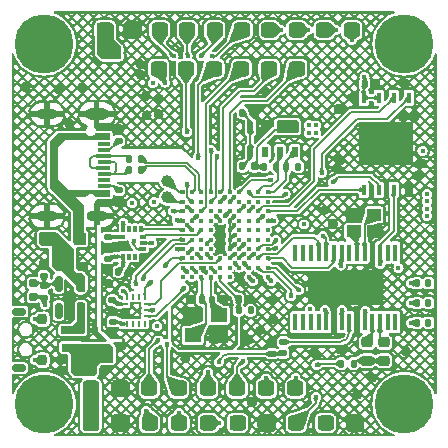
<source format=gbr>
%TF.GenerationSoftware,KiCad,Pcbnew,7.0.9*%
%TF.CreationDate,2023-12-01T13:28:00+08:00*%
%TF.ProjectId,NewSkyF7-Air,4e657753-6b79-4463-972d-4169722e6b69,rev?*%
%TF.SameCoordinates,Original*%
%TF.FileFunction,Copper,L1,Top*%
%TF.FilePolarity,Positive*%
%FSLAX46Y46*%
G04 Gerber Fmt 4.6, Leading zero omitted, Abs format (unit mm)*
G04 Created by KiCad (PCBNEW 7.0.9) date 2023-12-01 13:28:00*
%MOMM*%
%LPD*%
G01*
G04 APERTURE LIST*
G04 Aperture macros list*
%AMRoundRect*
0 Rectangle with rounded corners*
0 $1 Rounding radius*
0 $2 $3 $4 $5 $6 $7 $8 $9 X,Y pos of 4 corners*
0 Add a 4 corners polygon primitive as box body*
4,1,4,$2,$3,$4,$5,$6,$7,$8,$9,$2,$3,0*
0 Add four circle primitives for the rounded corners*
1,1,$1+$1,$2,$3*
1,1,$1+$1,$4,$5*
1,1,$1+$1,$6,$7*
1,1,$1+$1,$8,$9*
0 Add four rect primitives between the rounded corners*
20,1,$1+$1,$2,$3,$4,$5,0*
20,1,$1+$1,$4,$5,$6,$7,0*
20,1,$1+$1,$6,$7,$8,$9,0*
20,1,$1+$1,$8,$9,$2,$3,0*%
G04 Aperture macros list end*
%TA.AperFunction,SMDPad,CuDef*%
%ADD10RoundRect,0.325000X0.375000X-0.325000X0.375000X0.325000X-0.375000X0.325000X-0.375000X-0.325000X0*%
%TD*%
%TA.AperFunction,SMDPad,CuDef*%
%ADD11RoundRect,0.147500X-0.147500X-0.172500X0.147500X-0.172500X0.147500X0.172500X-0.147500X0.172500X0*%
%TD*%
%TA.AperFunction,SMDPad,CuDef*%
%ADD12RoundRect,0.140000X-0.170000X0.140000X-0.170000X-0.140000X0.170000X-0.140000X0.170000X0.140000X0*%
%TD*%
%TA.AperFunction,SMDPad,CuDef*%
%ADD13RoundRect,0.225000X0.250000X-0.225000X0.250000X0.225000X-0.250000X0.225000X-0.250000X-0.225000X0*%
%TD*%
%TA.AperFunction,SMDPad,CuDef*%
%ADD14RoundRect,0.135000X-0.185000X0.135000X-0.185000X-0.135000X0.185000X-0.135000X0.185000X0.135000X0*%
%TD*%
%TA.AperFunction,SMDPad,CuDef*%
%ADD15C,0.400000*%
%TD*%
%TA.AperFunction,SMDPad,CuDef*%
%ADD16RoundRect,0.135000X0.185000X-0.135000X0.185000X0.135000X-0.185000X0.135000X-0.185000X-0.135000X0*%
%TD*%
%TA.AperFunction,SMDPad,CuDef*%
%ADD17RoundRect,0.150000X0.150000X-0.512500X0.150000X0.512500X-0.150000X0.512500X-0.150000X-0.512500X0*%
%TD*%
%TA.AperFunction,SMDPad,CuDef*%
%ADD18R,0.300000X0.600000*%
%TD*%
%TA.AperFunction,SMDPad,CuDef*%
%ADD19R,0.600000X0.300000*%
%TD*%
%TA.AperFunction,SMDPad,CuDef*%
%ADD20C,1.000000*%
%TD*%
%TA.AperFunction,SMDPad,CuDef*%
%ADD21RoundRect,0.140000X0.140000X0.170000X-0.140000X0.170000X-0.140000X-0.170000X0.140000X-0.170000X0*%
%TD*%
%TA.AperFunction,SMDPad,CuDef*%
%ADD22R,1.140000X0.300000*%
%TD*%
%TA.AperFunction,ComponentPad*%
%ADD23O,2.000000X1.000000*%
%TD*%
%TA.AperFunction,ComponentPad*%
%ADD24O,1.800000X0.900000*%
%TD*%
%TA.AperFunction,SMDPad,CuDef*%
%ADD25RoundRect,0.155000X-0.212500X-0.155000X0.212500X-0.155000X0.212500X0.155000X-0.212500X0.155000X0*%
%TD*%
%TA.AperFunction,SMDPad,CuDef*%
%ADD26RoundRect,0.140000X-0.140000X-0.170000X0.140000X-0.170000X0.140000X0.170000X-0.140000X0.170000X0*%
%TD*%
%TA.AperFunction,SMDPad,CuDef*%
%ADD27RoundRect,0.135000X-0.135000X-0.185000X0.135000X-0.185000X0.135000X0.185000X-0.135000X0.185000X0*%
%TD*%
%TA.AperFunction,SMDPad,CuDef*%
%ADD28RoundRect,0.135000X0.135000X0.185000X-0.135000X0.185000X-0.135000X-0.185000X0.135000X-0.185000X0*%
%TD*%
%TA.AperFunction,SMDPad,CuDef*%
%ADD29R,0.450000X0.950000*%
%TD*%
%TA.AperFunction,SMDPad,CuDef*%
%ADD30R,4.350000X3.450000*%
%TD*%
%TA.AperFunction,SMDPad,CuDef*%
%ADD31RoundRect,0.140000X0.170000X-0.140000X0.170000X0.140000X-0.170000X0.140000X-0.170000X-0.140000X0*%
%TD*%
%TA.AperFunction,SMDPad,CuDef*%
%ADD32RoundRect,0.155000X0.212500X0.155000X-0.212500X0.155000X-0.212500X-0.155000X0.212500X-0.155000X0*%
%TD*%
%TA.AperFunction,SMDPad,CuDef*%
%ADD33RoundRect,0.112500X-0.112500X0.187500X-0.112500X-0.187500X0.112500X-0.187500X0.112500X0.187500X0*%
%TD*%
%TA.AperFunction,SMDPad,CuDef*%
%ADD34RoundRect,0.325000X-0.375000X0.325000X-0.375000X-0.325000X0.375000X-0.325000X0.375000X0.325000X0*%
%TD*%
%TA.AperFunction,SMDPad,CuDef*%
%ADD35R,1.400000X1.200000*%
%TD*%
%TA.AperFunction,ComponentPad*%
%ADD36C,5.000000*%
%TD*%
%TA.AperFunction,SMDPad,CuDef*%
%ADD37R,0.450000X1.475000*%
%TD*%
%TA.AperFunction,SMDPad,CuDef*%
%ADD38R,6.200000X2.750000*%
%TD*%
%TA.AperFunction,SMDPad,CuDef*%
%ADD39RoundRect,0.155000X0.155000X-0.212500X0.155000X0.212500X-0.155000X0.212500X-0.155000X-0.212500X0*%
%TD*%
%TA.AperFunction,SMDPad,CuDef*%
%ADD40R,1.600000X0.550000*%
%TD*%
%TA.AperFunction,SMDPad,CuDef*%
%ADD41R,0.550000X0.950000*%
%TD*%
%TA.AperFunction,SMDPad,CuDef*%
%ADD42RoundRect,0.250000X-0.300000X-0.300000X0.300000X-0.300000X0.300000X0.300000X-0.300000X0.300000X0*%
%TD*%
%TA.AperFunction,SMDPad,CuDef*%
%ADD43RoundRect,0.150000X0.450000X-0.150000X0.450000X0.150000X-0.450000X0.150000X-0.450000X-0.150000X0*%
%TD*%
%TA.AperFunction,SMDPad,CuDef*%
%ADD44RoundRect,0.200000X0.200000X-0.250000X0.200000X0.250000X-0.200000X0.250000X-0.200000X-0.250000X0*%
%TD*%
%TA.AperFunction,SMDPad,CuDef*%
%ADD45R,1.150000X1.000000*%
%TD*%
%TA.AperFunction,SMDPad,CuDef*%
%ADD46R,0.250000X0.475000*%
%TD*%
%TA.AperFunction,SMDPad,CuDef*%
%ADD47R,0.475000X0.250000*%
%TD*%
%TA.AperFunction,ViaPad*%
%ADD48C,0.450000*%
%TD*%
%TA.AperFunction,Conductor*%
%ADD49C,0.156500*%
%TD*%
%TA.AperFunction,Conductor*%
%ADD50C,0.179600*%
%TD*%
%TA.AperFunction,Conductor*%
%ADD51C,0.150000*%
%TD*%
G04 APERTURE END LIST*
D10*
%TO.P,J31,1,Pin_1*%
%TO.N,I2C1.SDA*%
X112465714Y-95050000D03*
%TD*%
D11*
%TO.P,D4,1,K*%
%TO.N,Net-(D4-K)*%
X135122500Y-89490000D03*
%TO.P,D4,2,A*%
%TO.N,+3V3*%
X136092500Y-89490000D03*
%TD*%
D12*
%TO.P,C41,1*%
%TO.N,+3V3*%
X109340000Y-87572500D03*
%TO.P,C41,2*%
%TO.N,GND*%
X109340000Y-88532500D03*
%TD*%
D13*
%TO.P,C34,1*%
%TO.N,Net-(C34-Pad1)*%
X132360000Y-92705000D03*
%TO.P,C34,2*%
%TO.N,Net-(U5-VOUT)*%
X132360000Y-91155000D03*
%TD*%
D14*
%TO.P,R23,1*%
%TO.N,/Devices/Plugs/USB_CC2*%
X109870000Y-78270000D03*
%TO.P,R23,2*%
%TO.N,GND*%
X109870000Y-79290000D03*
%TD*%
D10*
%TO.P,J22,1,Pin_1*%
%TO.N,GND*%
X109992857Y-95050000D03*
%TD*%
D15*
%TO.P,U2,A1,PC14-OSC32_IN*%
%TO.N,/Devices/PC14*%
X115270000Y-85640000D03*
%TO.P,U2,A2,PC13*%
%TO.N,/Devices/IMU.BMI270_EXIT*%
X115270000Y-84840000D03*
%TO.P,U2,A3,PE2*%
%TO.N,/Devices/IMU.BMI270_CLK*%
X115270000Y-84040000D03*
%TO.P,U2,A4,PB9*%
%TO.N,I2C1.SDA*%
X115270000Y-83240000D03*
%TO.P,U2,A5,PB7*%
%TO.N,/Devices/USART.RX1*%
X115270000Y-82440000D03*
%TO.P,U2,A6,PB4*%
%TO.N,/Devices/IMU.icm42688_MISO*%
X115270000Y-81640000D03*
%TO.P,U2,A7,PB3*%
%TO.N,/Devices/IMU.icm42688_CLK*%
X115270000Y-80840000D03*
%TO.P,U2,A8,PA15*%
%TO.N,/Devices/IMU.icm42688_CS*%
X115270000Y-80040000D03*
%TO.P,U2,A9,PA14*%
%TO.N,/Devices/PA14*%
X115270000Y-79240000D03*
%TO.P,U2,A10,PA13*%
%TO.N,/Devices/PA13*%
X115270000Y-78440000D03*
%TO.P,U2,B1,PC15-OSC32_OUT*%
%TO.N,/Devices/PC15*%
X116070000Y-85640000D03*
%TO.P,U2,B2,VBAT*%
%TO.N,+3V3*%
X116070000Y-84840000D03*
%TO.P,U2,B3,PE3*%
%TO.N,/Devices/PE3*%
X116070000Y-84040000D03*
%TO.P,U2,B4,PB8*%
%TO.N,I2C1.SCL*%
X116070000Y-83240000D03*
%TO.P,U2,B5,PB6*%
%TO.N,/Devices/USART.TX1*%
X116070000Y-82440000D03*
%TO.P,U2,B6,PD5*%
%TO.N,/Devices/IMU.icm42688_EXIT*%
X116070000Y-81640000D03*
%TO.P,U2,B7,PD2*%
%TO.N,/Devices/USART.RX5*%
X116070000Y-80840000D03*
%TO.P,U2,B8,PC11*%
%TO.N,/Devices/USART.RX3*%
X116070000Y-80040000D03*
%TO.P,U2,B9,PC10*%
%TO.N,/Devices/USART.TX3*%
X116070000Y-79240000D03*
%TO.P,U2,B10,PA12*%
%TO.N,/Devices/Typc.USB1_DP*%
X116070000Y-78440000D03*
%TO.P,U2,C1,PH1-OSC_OUT*%
%TO.N,/Devices/OSC_OUT*%
X116870000Y-85640000D03*
%TO.P,U2,C2,VSS*%
%TO.N,GND*%
X116870000Y-84840000D03*
%TO.P,U2,C3,PE4*%
%TO.N,/Devices/IMU.BMI270_CS*%
X116870000Y-84040000D03*
%TO.P,U2,C4,PE1*%
%TO.N,/Devices/PE1*%
X116870000Y-83240000D03*
%TO.P,U2,C5,PB5*%
%TO.N,/Devices/PB5*%
X116870000Y-82440000D03*
%TO.P,U2,C6,PD6*%
%TO.N,/Devices/IMU.icm42688_MOSI*%
X116870000Y-81640000D03*
%TO.P,U2,C7,PD3*%
%TO.N,/Devices/PD3*%
X116870000Y-80840000D03*
%TO.P,U2,C8,PC12*%
%TO.N,/Devices/USART.TX5*%
X116870000Y-80040000D03*
%TO.P,U2,C9,PA9*%
%TO.N,/Devices/PA9*%
X116870000Y-79240000D03*
%TO.P,U2,C10,PA11*%
%TO.N,/Devices/Typc.USB1_DN*%
X116870000Y-78440000D03*
%TO.P,U2,D1,PH0-OSC_IN*%
%TO.N,/Devices/OSC_IN*%
X117670000Y-85640000D03*
%TO.P,U2,D2,VDD*%
%TO.N,+3V3*%
X117670000Y-84840000D03*
%TO.P,U2,D3,PE5*%
%TO.N,/Devices/IMU.BMI270_MISO*%
X117670000Y-84040000D03*
%TO.P,U2,D4,PE0*%
%TO.N,/Devices/PE0*%
X117670000Y-83240000D03*
%TO.P,U2,D5,BOOT0*%
%TO.N,/Devices/BOOT0*%
X117670000Y-82440000D03*
%TO.P,U2,D6,PD7*%
%TO.N,/Devices/PD7*%
X117670000Y-81640000D03*
%TO.P,U2,D7,PD4*%
%TO.N,/Devices/PD4*%
X117670000Y-80840000D03*
%TO.P,U2,D8,PD0*%
%TO.N,/Devices/PD0*%
X117670000Y-80040000D03*
%TO.P,U2,D9,PA8*%
%TO.N,/Devices/PA8*%
X117670000Y-79240000D03*
%TO.P,U2,D10,PA10*%
%TO.N,/Devices/PA10*%
X117670000Y-78440000D03*
%TO.P,U2,E1,NRST*%
%TO.N,/Devices/NRST*%
X118470000Y-85640000D03*
%TO.P,U2,E2,PC2*%
%TO.N,/Devices/PC2*%
X118470000Y-84840000D03*
%TO.P,U2,E3,PE6*%
%TO.N,/Devices/IMU.BMI270_MOSI*%
X118470000Y-84040000D03*
%TO.P,U2,E4,VSS*%
%TO.N,GND*%
X118470000Y-83240000D03*
%TO.P,U2,E5,VSS*%
X118470000Y-82440000D03*
%TO.P,U2,E6,BYPASS_REG*%
X118470000Y-81640000D03*
%TO.P,U2,E7,VCAP_2*%
%TO.N,Net-(U2C-VCAP_2)*%
X118470000Y-80840000D03*
%TO.P,U2,E8,PD1*%
%TO.N,/Devices/PD1*%
X118470000Y-80040000D03*
%TO.P,U2,E9,PC9*%
%TO.N,/Devices/PC9*%
X118470000Y-79240000D03*
%TO.P,U2,E10,PC7*%
%TO.N,/Devices/USART.RX6*%
X118470000Y-78440000D03*
%TO.P,U2,F1,PC0*%
%TO.N,/Devices/PC0*%
X119270000Y-85640000D03*
%TO.P,U2,F2,PC1*%
%TO.N,/Devices/PC1*%
X119270000Y-84840000D03*
%TO.P,U2,F3,PC3*%
%TO.N,ADC_CUL*%
X119270000Y-84040000D03*
%TO.P,U2,F4,VDD*%
%TO.N,+3V3*%
X119270000Y-83240000D03*
%TO.P,U2,F5,VDD*%
X119270000Y-82440000D03*
%TO.P,U2,F6,VDDUSB*%
X119270000Y-81640000D03*
%TO.P,U2,F7,PDE_ON*%
X119270000Y-80840000D03*
%TO.P,U2,F8,VCAP_1*%
%TO.N,Net-(U2C-VCAP_1)*%
X119270000Y-80040000D03*
%TO.P,U2,F9,PC8*%
%TO.N,/Devices/PC8*%
X119270000Y-79240000D03*
%TO.P,U2,F10,PC6*%
%TO.N,/Devices/USART.TX6*%
X119270000Y-78440000D03*
%TO.P,U2,G1,VSSA*%
%TO.N,GND*%
X120070000Y-85640000D03*
%TO.P,U2,G2,PA0*%
%TO.N,/Devices/USART.TX4*%
X120070000Y-84840000D03*
%TO.P,U2,G3,PA4*%
%TO.N,/Devices/OSD.OSD_CS*%
X120070000Y-84040000D03*
%TO.P,U2,G4,PC4*%
%TO.N,VCC_Voltage*%
X120070000Y-83240000D03*
%TO.P,U2,G5,PB2*%
%TO.N,/Devices/PB2*%
X120070000Y-82440000D03*
%TO.P,U2,G6,PE10*%
%TO.N,/Devices/PE10*%
X120070000Y-81640000D03*
%TO.P,U2,G7,PE14*%
%TO.N,/Devices/PE14*%
X120070000Y-80840000D03*
%TO.P,U2,G8,PD15*%
%TO.N,/Devices/PD15*%
X120070000Y-80040000D03*
%TO.P,U2,G9,PD11*%
%TO.N,/Devices/PD11*%
X120070000Y-79240000D03*
%TO.P,U2,G10,PB15*%
%TO.N,/Devices/SPI2.Flash_MOSI*%
X120070000Y-78440000D03*
%TO.P,U2,H1,VDDA*%
%TO.N,+3V3*%
X120870000Y-85640000D03*
%TO.P,U2,H2,PA1*%
%TO.N,/Devices/USART.RX4*%
X120870000Y-84840000D03*
%TO.P,U2,H3,PA5*%
%TO.N,/Devices/OSD.OSD_CLK*%
X120870000Y-84040000D03*
%TO.P,U2,H4,PC5*%
%TO.N,/Devices/PC5*%
X120870000Y-83240000D03*
%TO.P,U2,H5,PE7*%
%TO.N,/Devices/PE7*%
X120870000Y-82440000D03*
%TO.P,U2,H6,PE11*%
%TO.N,/Devices/PE11*%
X120870000Y-81640000D03*
%TO.P,U2,H7,PE15*%
%TO.N,/Devices/PE15*%
X120870000Y-80840000D03*
%TO.P,U2,H8,PD14*%
%TO.N,/Devices/PD14*%
X120870000Y-80040000D03*
%TO.P,U2,H9,PD10*%
%TO.N,/Devices/PD10*%
X120870000Y-79240000D03*
%TO.P,U2,H10,PB14*%
%TO.N,/Devices/SPI2.Flash_MISO*%
X120870000Y-78440000D03*
%TO.P,U2,J1,VSS*%
%TO.N,GND*%
X121670000Y-85640000D03*
%TO.P,U2,J2,PA2*%
%TO.N,/Devices/USART.TX2*%
X121670000Y-84840000D03*
%TO.P,U2,J3,PA6*%
%TO.N,/Devices/OSD.OSD_MISO*%
X121670000Y-84040000D03*
%TO.P,U2,J4,PB0*%
%TO.N,/Devices/PB0*%
X121670000Y-83240000D03*
%TO.P,U2,J5,PE8*%
%TO.N,/Devices/PE8*%
X121670000Y-82440000D03*
%TO.P,U2,J6,PE12*%
%TO.N,/Devices/PE12*%
X121670000Y-81640000D03*
%TO.P,U2,J7,PB10*%
%TO.N,/Devices/PB10*%
X121670000Y-80840000D03*
%TO.P,U2,J8,PB13*%
%TO.N,/Devices/SPI2.Flash_CLK*%
X121670000Y-80040000D03*
%TO.P,U2,J9,PD9*%
%TO.N,/Devices/PD9*%
X121670000Y-79240000D03*
%TO.P,U2,J10,PD13*%
%TO.N,/Devices/Pressure_Sensor.MS5611_SDA*%
X121670000Y-78440000D03*
%TO.P,U2,K1,VDD*%
%TO.N,+3V3*%
X122470000Y-85640000D03*
%TO.P,U2,K2,PA3*%
%TO.N,/Devices/USART.RX2*%
X122470000Y-84840000D03*
%TO.P,U2,K3,PA7*%
%TO.N,/Devices/OSD.OSD_MOSI*%
X122470000Y-84040000D03*
%TO.P,U2,K4,PB1*%
%TO.N,/Devices/PB1*%
X122470000Y-83240000D03*
%TO.P,U2,K5,PE9*%
%TO.N,/Devices/PE9*%
X122470000Y-82440000D03*
%TO.P,U2,K6,PE13*%
%TO.N,/Devices/PE13*%
X122470000Y-81640000D03*
%TO.P,U2,K7,PB11*%
%TO.N,/Devices/PB11*%
X122470000Y-80840000D03*
%TO.P,U2,K8,PB12*%
%TO.N,/Devices/SPI2.Flash_CS*%
X122470000Y-80040000D03*
%TO.P,U2,K9,PD8*%
%TO.N,/Devices/PD8*%
X122470000Y-79240000D03*
%TO.P,U2,K10,PD12*%
%TO.N,/Devices/Pressure_Sensor.MS5611_CLK*%
X122470000Y-78440000D03*
%TD*%
D10*
%TO.P,J14,1,Pin_1*%
%TO.N,/Devices/PWM_Control1*%
X113344444Y-64700000D03*
%TD*%
%TO.P,J18,1,Pin_1*%
%TO.N,/Devices/PWM_Control5*%
X122633332Y-64700000D03*
%TD*%
D16*
%TO.P,R5,1*%
%TO.N,+3V3*%
X103540000Y-87360000D03*
%TO.P,R5,2*%
%TO.N,Net-(U1-FB)*%
X103540000Y-86340000D03*
%TD*%
D17*
%TO.P,U1,1,EN*%
%TO.N,+5V*%
X104770000Y-88457500D03*
%TO.P,U1,2,GND*%
%TO.N,GND*%
X105720000Y-88457500D03*
%TO.P,U1,3,SW*%
%TO.N,Net-(U1-SW)*%
X106670000Y-88457500D03*
%TO.P,U1,4,VIN*%
%TO.N,+5V*%
X106670000Y-86182500D03*
%TO.P,U1,5,FB*%
%TO.N,Net-(U1-FB)*%
X104770000Y-86182500D03*
%TD*%
D18*
%TO.P,IC3,1,AP_SDO_/_AP_AD0*%
%TO.N,/Devices/IMU.icm42688_MISO*%
X111760000Y-81580000D03*
%TO.P,IC3,2,RESV_1*%
%TO.N,unconnected-(IC3-RESV_1-Pad2)*%
X111260000Y-81580000D03*
%TO.P,IC3,3,RESV_2*%
%TO.N,unconnected-(IC3-RESV_2-Pad3)*%
X110760000Y-81580000D03*
%TO.P,IC3,4,INT1_/_INT*%
%TO.N,/Devices/IMU.icm42688_EXIT*%
X110260000Y-81580000D03*
D19*
%TO.P,IC3,5,VDDIO*%
%TO.N,+3V3*%
X110110000Y-82230000D03*
%TO.P,IC3,6,GND*%
%TO.N,GND*%
X110110000Y-82730000D03*
%TO.P,IC3,7,RESV_3*%
X110110000Y-83230000D03*
D18*
%TO.P,IC3,8,VDD*%
%TO.N,+3V3*%
X110260000Y-83880000D03*
%TO.P,IC3,9,INT2_/_FSYNC_/_CLKIN*%
%TO.N,unconnected-(IC3-INT2_{slash}_FSYNC_{slash}_CLKIN-Pad9)*%
X110760000Y-83880000D03*
%TO.P,IC3,10,RESV_4*%
%TO.N,unconnected-(IC3-RESV_4-Pad10)*%
X111260000Y-83880000D03*
%TO.P,IC3,11,RESV_5*%
%TO.N,GND*%
X111760000Y-83880000D03*
D19*
%TO.P,IC3,12,AP_CS*%
%TO.N,/Devices/IMU.icm42688_CS*%
X111910000Y-83230000D03*
%TO.P,IC3,13,AP_SCL_/_AP_SCLK*%
%TO.N,/Devices/IMU.icm42688_CLK*%
X111910000Y-82730000D03*
%TO.P,IC3,14,AP_SDA_/_AP_SDIO_/_AP_SDI*%
%TO.N,/Devices/IMU.icm42688_MOSI*%
X111910000Y-82230000D03*
%TD*%
D10*
%TO.P,J5,1,Pin_1*%
%TO.N,/Devices/USART.TX6*%
X124934000Y-67980000D03*
%TD*%
D11*
%TO.P,D5,1,K*%
%TO.N,Net-(D5-K)*%
X135122500Y-86150000D03*
%TO.P,D5,2,A*%
%TO.N,+3V3*%
X136092500Y-86150000D03*
%TD*%
D20*
%TO.P,J41,1,Pin_1*%
%TO.N,/Devices/PA14*%
X113960000Y-78880000D03*
%TD*%
D10*
%TO.P,J30,1,Pin_1*%
%TO.N,GND*%
X109994444Y-97980000D03*
%TD*%
%TO.P,J20,1,Pin_1*%
%TO.N,+5V*%
X107520000Y-95050000D03*
%TD*%
D21*
%TO.P,C21,1*%
%TO.N,/Devices/OSC_OUT*%
X116890000Y-87530000D03*
%TO.P,C21,2*%
%TO.N,GND*%
X115930000Y-87530000D03*
%TD*%
D22*
%TO.P,U4,A1,GND*%
%TO.N,GND*%
X108580000Y-72778250D03*
%TO.P,U4,A4,VBUS*%
%TO.N,VBUS*%
X108580000Y-73578250D03*
%TO.P,U4,A5,CC1*%
%TO.N,/Devices/Plugs/USB_CC1*%
X108580000Y-74878250D03*
%TO.P,U4,A6,D+*%
%TO.N,/Devices/Plugs/Typc.USB_DP*%
X108580000Y-75878250D03*
%TO.P,U4,A7,D-*%
%TO.N,/Devices/Plugs/Typc.USB_DN*%
X108580000Y-76378250D03*
%TO.P,U4,A8,SBU1*%
%TO.N,unconnected-(U4-SBU1-PadA8)*%
X108580000Y-77378250D03*
%TO.P,U4,A9,VBUS*%
%TO.N,VBUS*%
X108580000Y-78678250D03*
%TO.P,U4,A12,GND*%
%TO.N,GND*%
X108580000Y-79478250D03*
%TO.P,U4,B1,GND*%
X108580000Y-79178250D03*
%TO.P,U4,B4,VBUS*%
%TO.N,VBUS*%
X108580000Y-78378250D03*
%TO.P,U4,B5,CC2*%
%TO.N,/Devices/Plugs/USB_CC2*%
X108580000Y-77878250D03*
%TO.P,U4,B6,D+*%
%TO.N,/Devices/Plugs/Typc.USB_DP*%
X108580000Y-76878250D03*
%TO.P,U4,B7,D-*%
%TO.N,/Devices/Plugs/Typc.USB_DN*%
X108580000Y-75378250D03*
%TO.P,U4,B8,SBU2*%
%TO.N,unconnected-(U4-SBU2-PadB8)*%
X108580000Y-74378250D03*
%TO.P,U4,B9,VBUS*%
%TO.N,VBUS*%
X108580000Y-73878250D03*
%TO.P,U4,B12,GND*%
%TO.N,GND*%
X108580000Y-73078250D03*
D23*
%TO.P,U4,S1,_*%
X107990000Y-71803250D03*
D24*
%TO.P,U4,S2,_*%
X108020000Y-80458250D03*
%TO.P,U4,S3,_*%
X103810000Y-71803250D03*
%TO.P,U4,S4,_*%
X103810000Y-80453250D03*
%TD*%
D10*
%TO.P,J12,1,Pin_1*%
%TO.N,/Devices/PWM_Control3*%
X117988888Y-64700000D03*
%TD*%
%TO.P,J9,1,Pin_1*%
%TO.N,GND*%
X129870000Y-97980000D03*
%TD*%
D16*
%TO.P,R28,1*%
%TO.N,/Devices/Plugs/OSD-IN*%
X122860000Y-92110000D03*
%TO.P,R28,2*%
%TO.N,GND*%
X122860000Y-91090000D03*
%TD*%
D10*
%TO.P,J40,1,Pin_1*%
%TO.N,/Devices/USART.RX2*%
X124830000Y-95050000D03*
%TD*%
D25*
%TO.P,C13,1*%
%TO.N,+3V3*%
X107452500Y-93497500D03*
%TO.P,C13,2*%
%TO.N,GND*%
X108587500Y-93497500D03*
%TD*%
D10*
%TO.P,J7,1,Pin_1*%
%TO.N,/Devices/USART.TX5*%
X120262000Y-67980000D03*
%TD*%
D26*
%TO.P,C44,1*%
%TO.N,+3V3*%
X109840000Y-85150000D03*
%TO.P,C44,2*%
%TO.N,GND*%
X110800000Y-85150000D03*
%TD*%
D27*
%TO.P,R30,1*%
%TO.N,/Devices/Pressure_Sensor.MS5611_CLK*%
X124045000Y-76265000D03*
%TO.P,R30,2*%
%TO.N,+3V3*%
X125065000Y-76265000D03*
%TD*%
D28*
%TO.P,R19,1*%
%TO.N,+3V3*%
X121030000Y-88440000D03*
%TO.P,R19,2*%
%TO.N,/Devices/NRST*%
X120010000Y-88440000D03*
%TD*%
D29*
%TO.P,IC4,1,/CS*%
%TO.N,/Devices/SPI2.Flash_CS*%
X130610000Y-78230000D03*
%TO.P,IC4,2,DO_(IO1)_1*%
%TO.N,/Devices/SPI2.Flash_MISO*%
X131880000Y-78230000D03*
%TO.P,IC4,3,DO_(IO1)_2*%
%TO.N,+3V3*%
X133150000Y-78230000D03*
%TO.P,IC4,4,GND*%
%TO.N,GND*%
X134420000Y-78230000D03*
%TO.P,IC4,5,DI_(IO0)*%
%TO.N,/Devices/SPI2.Flash_MOSI*%
X134420000Y-70430000D03*
%TO.P,IC4,6,CLK*%
%TO.N,/Devices/SPI2.Flash_CLK*%
X133150000Y-70430000D03*
%TO.P,IC4,7,IO3*%
%TO.N,+3V3*%
X131880000Y-70430000D03*
%TO.P,IC4,8,VCC*%
X130610000Y-70430000D03*
D30*
%TO.P,IC4,9,EP*%
%TO.N,GND*%
X132515000Y-74330000D03*
%TD*%
D26*
%TO.P,C22,1*%
%TO.N,/Devices/NRST*%
X120020000Y-87510000D03*
%TO.P,C22,2*%
%TO.N,GND*%
X120980000Y-87510000D03*
%TD*%
D31*
%TO.P,C43,1*%
%TO.N,GND*%
X108940000Y-83210000D03*
%TO.P,C43,2*%
%TO.N,+3V3*%
X108940000Y-82250000D03*
%TD*%
D27*
%TO.P,R25,1*%
%TO.N,/Devices/Plugs/Typc.USB_DN*%
X110770000Y-75610000D03*
%TO.P,R25,2*%
%TO.N,/Devices/Typc.USB1_DN*%
X111790000Y-75610000D03*
%TD*%
D25*
%TO.P,C7,1*%
%TO.N,+5V*%
X105692500Y-84760000D03*
%TO.P,C7,2*%
%TO.N,GND*%
X106827500Y-84760000D03*
%TD*%
D32*
%TO.P,C19,1*%
%TO.N,+3V3*%
X106387500Y-92582500D03*
%TO.P,C19,2*%
%TO.N,GND*%
X105252500Y-92582500D03*
%TD*%
D33*
%TO.P,D3,1,A1*%
%TO.N,GND*%
X107900000Y-89990000D03*
%TO.P,D3,2,A2*%
%TO.N,+3V3*%
X107900000Y-92090000D03*
%TD*%
D34*
%TO.P,J33,1,Pin_1*%
%TO.N,GND*%
X111022222Y-64700000D03*
%TD*%
D32*
%TO.P,C16,1*%
%TO.N,+3V3*%
X106387500Y-93517500D03*
%TO.P,C16,2*%
%TO.N,GND*%
X105252500Y-93517500D03*
%TD*%
D10*
%TO.P,J11,1,Pin_1*%
%TO.N,/Devices/PWM_Control4*%
X120311110Y-64700000D03*
%TD*%
D12*
%TO.P,C37,1*%
%TO.N,Net-(U5-VIN)*%
X123800000Y-91110000D03*
%TO.P,C37,2*%
%TO.N,/Devices/Plugs/OSD-IN*%
X123800000Y-92070000D03*
%TD*%
D10*
%TO.P,J29,1,Pin_1*%
%TO.N,+5V*%
X107510000Y-97980000D03*
%TD*%
D27*
%TO.P,R31,1*%
%TO.N,Net-(R31-Pad1)*%
X120330000Y-71690000D03*
%TO.P,R31,2*%
%TO.N,GND*%
X121350000Y-71690000D03*
%TD*%
D26*
%TO.P,C20,1*%
%TO.N,/Devices/OSC_IN*%
X117750000Y-87530000D03*
%TO.P,C20,2*%
%TO.N,GND*%
X118710000Y-87530000D03*
%TD*%
D35*
%TO.P,Y1,1,1*%
%TO.N,/Devices/OSC_OUT*%
X116150000Y-90540000D03*
%TO.P,Y1,2,2*%
%TO.N,GND*%
X118350000Y-90540000D03*
%TO.P,Y1,3,3*%
%TO.N,/Devices/OSC_IN*%
X118350000Y-88840000D03*
%TO.P,Y1,4,4*%
%TO.N,GND*%
X116150000Y-88840000D03*
%TD*%
D10*
%TO.P,J24,1,Pin_1*%
%TO.N,/Devices/USART.TX1*%
X114963332Y-97980000D03*
%TD*%
%TO.P,J28,1,Pin_1*%
%TO.N,/Devices/Plugs/OSD-IN*%
X117447776Y-97980000D03*
%TD*%
D27*
%TO.P,R29,1*%
%TO.N,+3V3*%
X122185000Y-76265000D03*
%TO.P,R29,2*%
%TO.N,/Devices/Pressure_Sensor.MS5611_SDA*%
X123205000Y-76265000D03*
%TD*%
D10*
%TO.P,J37,1,Pin_1*%
%TO.N,/Devices/USART.TX3*%
X115590000Y-67980000D03*
%TD*%
D21*
%TO.P,C32,1*%
%TO.N,GND*%
X131650000Y-69230000D03*
%TO.P,C32,2*%
%TO.N,+3V3*%
X130690000Y-69230000D03*
%TD*%
D36*
%TO.P,J35,*%
%TO.N,*%
X103550000Y-65860000D03*
X103550000Y-96360000D03*
X134050000Y-65860000D03*
X134050000Y-96360000D03*
%TD*%
D27*
%TO.P,R24,1*%
%TO.N,/Devices/Plugs/Typc.USB_DP*%
X110770000Y-76560000D03*
%TO.P,R24,2*%
%TO.N,/Devices/Typc.USB1_DP*%
X111790000Y-76560000D03*
%TD*%
D10*
%TO.P,J19,1,Pin_1*%
%TO.N,+12V*%
X127385552Y-97980000D03*
%TD*%
%TO.P,J38,1,Pin_1*%
%TO.N,/Devices/USART.RX3*%
X113254000Y-67980000D03*
%TD*%
D37*
%TO.P,U5,1,N.C._1*%
%TO.N,unconnected-(U5-N.C._1-Pad1)*%
X133285000Y-83542000D03*
%TO.P,U5,2,N.C._2*%
%TO.N,unconnected-(U5-N.C._2-Pad2)*%
X132635000Y-83542000D03*
%TO.P,U5,3,DVDD*%
%TO.N,+3V3*%
X131985000Y-83542000D03*
%TO.P,U5,4,DGND*%
%TO.N,GND*%
X131335000Y-83542000D03*
%TO.P,U5,5,CLKIN*%
%TO.N,/Devices/AT7456/CLKIN*%
X130685000Y-83542000D03*
%TO.P,U5,6,XFB*%
%TO.N,/Devices/AT7456/XFB*%
X130035000Y-83542000D03*
%TO.P,U5,7,CLKOUT*%
%TO.N,unconnected-(U5-CLKOUT-Pad7)*%
X129385000Y-83542000D03*
%TO.P,U5,8,~{CS}*%
%TO.N,/Devices/OSD.OSD_CS*%
X128735000Y-83542000D03*
%TO.P,U5,9,SDIN*%
%TO.N,/Devices/OSD.OSD_MOSI*%
X128085000Y-83542000D03*
%TO.P,U5,10,SCLK*%
%TO.N,/Devices/OSD.OSD_CLK*%
X127435000Y-83542000D03*
%TO.P,U5,11,SDOUT*%
%TO.N,/Devices/OSD.OSD_MISO*%
X126785000Y-83542000D03*
%TO.P,U5,12,LOS*%
%TO.N,unconnected-(U5-LOS-Pad12)*%
X126135000Y-83542000D03*
%TO.P,U5,13,SYNC_IN*%
%TO.N,unconnected-(U5-SYNC_IN-Pad13)*%
X125485000Y-83542000D03*
%TO.P,U5,14,N.C._3*%
%TO.N,unconnected-(U5-N.C._3-Pad14)*%
X124835000Y-83542000D03*
%TO.P,U5,15,N.C._4*%
%TO.N,unconnected-(U5-N.C._4-Pad15)*%
X124835000Y-89418000D03*
%TO.P,U5,16,N.C._5*%
%TO.N,unconnected-(U5-N.C._5-Pad16)*%
X125485000Y-89418000D03*
%TO.P,U5,17,~{VSYNC}*%
%TO.N,unconnected-(U5-~{VSYNC}-Pad17)*%
X126135000Y-89418000D03*
%TO.P,U5,18,~{HSYNC}*%
%TO.N,unconnected-(U5-~{HSYNC}-Pad18)*%
X126785000Y-89418000D03*
%TO.P,U5,19,~{RESET}*%
%TO.N,Net-(U5-~{RESET})*%
X127435000Y-89418000D03*
%TO.P,U5,20,AGND*%
%TO.N,GND*%
X128085000Y-89418000D03*
%TO.P,U5,21,AVDD*%
%TO.N,+3V3*%
X128735000Y-89418000D03*
%TO.P,U5,22,VIN*%
%TO.N,Net-(U5-VIN)*%
X129385000Y-89418000D03*
%TO.P,U5,23,PGND*%
%TO.N,GND*%
X130035000Y-89418000D03*
%TO.P,U5,24,PVDD*%
%TO.N,+3V3*%
X130685000Y-89418000D03*
%TO.P,U5,25,SAG*%
%TO.N,Net-(U5-SAG)*%
X131335000Y-89418000D03*
%TO.P,U5,26,VOUT*%
%TO.N,Net-(U5-VOUT)*%
X131985000Y-89418000D03*
%TO.P,U5,27,N.C._6*%
%TO.N,unconnected-(U5-N.C._6-Pad27)*%
X132635000Y-89418000D03*
%TO.P,U5,28,N.C._7*%
%TO.N,unconnected-(U5-N.C._7-Pad28)*%
X133285000Y-89418000D03*
D38*
%TO.P,U5,29,THERMALPAD*%
%TO.N,GND*%
X129060000Y-86480000D03*
%TD*%
D28*
%TO.P,R32,1*%
%TO.N,+3V3*%
X121340000Y-76250000D03*
%TO.P,R32,2*%
%TO.N,Net-(R31-Pad1)*%
X120320000Y-76250000D03*
%TD*%
D31*
%TO.P,C42,1*%
%TO.N,GND*%
X109350000Y-90360000D03*
%TO.P,C42,2*%
%TO.N,+3V3*%
X109350000Y-89400000D03*
%TD*%
D10*
%TO.P,J27,1,Pin_1*%
%TO.N,/Devices/Plugs/OSD-OUT*%
X124901108Y-97980000D03*
%TD*%
D11*
%TO.P,D6,1,K*%
%TO.N,Net-(D6-K)*%
X135122500Y-87820000D03*
%TO.P,D6,2,A*%
%TO.N,+3V3*%
X136092500Y-87820000D03*
%TD*%
D39*
%TO.P,C12,1*%
%TO.N,+3V3*%
X102610000Y-87277500D03*
%TO.P,C12,2*%
%TO.N,Net-(U1-FB)*%
X102610000Y-86142500D03*
%TD*%
D10*
%TO.P,J15,1,Pin_1*%
%TO.N,/Devices/PWM_Control8*%
X129600000Y-64700000D03*
%TD*%
D40*
%TO.P,L1,1,1*%
%TO.N,Net-(U1-SW)*%
X105820000Y-90097500D03*
%TO.P,L1,2,2*%
%TO.N,+3V3*%
X105820000Y-91547500D03*
%TD*%
D10*
%TO.P,J16,1,Pin_1*%
%TO.N,/Devices/PWM_Control7*%
X127277776Y-64700000D03*
%TD*%
%TO.P,J21,1,Pin_1*%
%TO.N,GND*%
X122416664Y-97980000D03*
%TD*%
D41*
%TO.P,U8,1,VDD*%
%TO.N,+3V3*%
X124775000Y-72890000D03*
%TO.P,U8,2,PS*%
X123525000Y-72890000D03*
%TO.P,U8,3,GND*%
%TO.N,GND*%
X122275000Y-72890000D03*
%TO.P,U8,4,CSB*%
%TO.N,Net-(R31-Pad1)*%
X121025000Y-72890000D03*
%TO.P,U8,5,CSB*%
X121025000Y-75040000D03*
%TO.P,U8,6,SDO*%
%TO.N,unconnected-(U8-SDO-Pad6)*%
X122275000Y-75040000D03*
%TO.P,U8,7,SDI/SDA*%
%TO.N,/Devices/Pressure_Sensor.MS5611_SDA*%
X123525000Y-75040000D03*
%TO.P,U8,8,SCLK*%
%TO.N,/Devices/Pressure_Sensor.MS5611_CLK*%
X124775000Y-75040000D03*
%TD*%
D13*
%TO.P,C35,1*%
%TO.N,Net-(C34-Pad1)*%
X130900000Y-92705000D03*
%TO.P,C35,2*%
%TO.N,Net-(U5-SAG)*%
X130900000Y-91155000D03*
%TD*%
D10*
%TO.P,J32,1,Pin_1*%
%TO.N,I2C1.SCL*%
X114938571Y-95050000D03*
%TD*%
%TO.P,J6,1,Pin_1*%
%TO.N,/Devices/USART.RX6*%
X122598000Y-67980000D03*
%TD*%
D34*
%TO.P,J34,1,Pin_1*%
%TO.N,VCC*%
X108700000Y-64700000D03*
%TD*%
D10*
%TO.P,J10,1,Pin_1*%
%TO.N,+5V*%
X119932220Y-97980000D03*
%TD*%
D20*
%TO.P,J42,1,Pin_1*%
%TO.N,/Devices/PA13*%
X113990000Y-77460000D03*
%TD*%
D10*
%TO.P,J26,1,Pin_1*%
%TO.N,/Devices/USART.RX4*%
X119884285Y-95050000D03*
%TD*%
%TO.P,J25,1,Pin_1*%
%TO.N,/Devices/USART.TX4*%
X117411428Y-95050000D03*
%TD*%
%TO.P,J8,1,Pin_1*%
%TO.N,/Devices/USART.RX5*%
X117926000Y-67980000D03*
%TD*%
D27*
%TO.P,R27,1*%
%TO.N,/Devices/Plugs/OSD-OUT*%
X128730000Y-92940000D03*
%TO.P,R27,2*%
%TO.N,Net-(C34-Pad1)*%
X129750000Y-92940000D03*
%TD*%
D42*
%TO.P,D7,1,K*%
%TO.N,+5V*%
X103750000Y-82360000D03*
%TO.P,D7,2,A*%
%TO.N,VBUS*%
X106550000Y-82360000D03*
%TD*%
D10*
%TO.P,J13,1,Pin_1*%
%TO.N,/Devices/PWM_Control2*%
X115666666Y-64700000D03*
%TD*%
D43*
%TO.P,SW1,*%
%TO.N,*%
X101410000Y-93300000D03*
X101410000Y-88540000D03*
D44*
%TO.P,SW1,1*%
%TO.N,+3V3*%
X103410000Y-92645000D03*
%TO.P,SW1,2*%
%TO.N,/Devices/BOOT0*%
X103410000Y-89195000D03*
%TD*%
D45*
%TO.P,Y2,1,1*%
%TO.N,/Devices/AT7456/CLKIN*%
X131505000Y-80340000D03*
%TO.P,Y2,2,2*%
%TO.N,GND*%
X129755000Y-80340000D03*
%TO.P,Y2,3,3*%
%TO.N,/Devices/AT7456/XFB*%
X129755000Y-81740000D03*
%TO.P,Y2,4,4*%
%TO.N,GND*%
X131505000Y-81740000D03*
%TD*%
D16*
%TO.P,R22,1*%
%TO.N,/Devices/Plugs/USB_CC1*%
X109870000Y-74090000D03*
%TO.P,R22,2*%
%TO.N,GND*%
X109870000Y-73070000D03*
%TD*%
%TO.P,R6,1*%
%TO.N,Net-(U1-FB)*%
X103540000Y-85500000D03*
%TO.P,R6,2*%
%TO.N,GND*%
X103540000Y-84480000D03*
%TD*%
D46*
%TO.P,U6,1,SDO*%
%TO.N,/Devices/IMU.BMI270_MISO*%
X112070000Y-87267500D03*
%TO.P,U6,2,ASDX*%
%TO.N,unconnected-(U6-ASDX-Pad2)*%
X111570000Y-87267500D03*
%TO.P,U6,3,ASCX*%
%TO.N,unconnected-(U6-ASCX-Pad3)*%
X111070000Y-87267500D03*
%TO.P,U6,4,INT1*%
%TO.N,/Devices/IMU.BMI270_EXIT*%
X110570000Y-87267500D03*
D47*
%TO.P,U6,5,VDDIO*%
%TO.N,+3V3*%
X110407500Y-87930000D03*
%TO.P,U6,6,GNDIO*%
%TO.N,GND*%
X110407500Y-88430000D03*
%TO.P,U6,7,GND*%
X110407500Y-88930000D03*
D46*
%TO.P,U6,8,VDD*%
%TO.N,+3V3*%
X110570000Y-89592500D03*
%TO.P,U6,9,INT2*%
%TO.N,unconnected-(U6-INT2-Pad9)*%
X111070000Y-89592500D03*
%TO.P,U6,10,OCSB*%
%TO.N,unconnected-(U6-OCSB-Pad10)*%
X111570000Y-89592500D03*
%TO.P,U6,11,OSDO*%
%TO.N,unconnected-(U6-OSDO-Pad11)*%
X112070000Y-89592500D03*
D47*
%TO.P,U6,12,CSB*%
%TO.N,/Devices/IMU.BMI270_CS*%
X112232500Y-88930000D03*
%TO.P,U6,13,SCX*%
%TO.N,/Devices/IMU.BMI270_CLK*%
X112232500Y-88430000D03*
%TO.P,U6,14,SDX*%
%TO.N,/Devices/IMU.BMI270_MOSI*%
X112232500Y-87930000D03*
%TD*%
D10*
%TO.P,J23,1,Pin_1*%
%TO.N,/Devices/USART.RX1*%
X112478888Y-97980000D03*
%TD*%
%TO.P,J17,1,Pin_1*%
%TO.N,/Devices/PWM_Control6*%
X124955554Y-64700000D03*
%TD*%
%TO.P,J39,1,Pin_1*%
%TO.N,/Devices/USART.TX2*%
X122357142Y-95050000D03*
%TD*%
D12*
%TO.P,C45,1*%
%TO.N,+3V3*%
X108940000Y-84070000D03*
%TO.P,C45,2*%
%TO.N,GND*%
X108940000Y-85030000D03*
%TD*%
D48*
%TO.N,VCC*%
X108580000Y-66950000D03*
X126590000Y-73420000D03*
X125960000Y-72770000D03*
X109910000Y-66950000D03*
X125950000Y-73420000D03*
X109230000Y-66350000D03*
X108565000Y-66350000D03*
X109895000Y-66350000D03*
X126580000Y-72780000D03*
X125580000Y-81160000D03*
X111020000Y-79370000D03*
X109245000Y-66950000D03*
X135590000Y-74920000D03*
%TO.N,GND*%
X111730000Y-68460000D03*
X128700000Y-91760000D03*
X129650000Y-70380000D03*
X128370000Y-76360000D03*
X109000000Y-86160000D03*
X118060000Y-90860000D03*
X117240000Y-85210000D03*
X127280000Y-79940000D03*
X120430000Y-85950000D03*
X122000000Y-85970000D03*
X131270000Y-84500000D03*
X128480000Y-71370000D03*
X128650000Y-75710000D03*
X112150000Y-70260000D03*
X105720000Y-87320000D03*
X121860000Y-90100000D03*
X110120000Y-91400000D03*
X128070000Y-88420000D03*
X121150000Y-96180000D03*
X118110000Y-81250000D03*
X115520000Y-92500000D03*
X104800000Y-69740000D03*
X129100000Y-86510000D03*
X105690000Y-72620000D03*
X111730000Y-67600000D03*
X127990000Y-81100000D03*
X135560000Y-76000000D03*
X122280000Y-69860000D03*
X122910000Y-75300000D03*
X134210000Y-91930000D03*
X126410000Y-91970000D03*
X118100000Y-82910000D03*
X131330000Y-94120000D03*
X130010000Y-88460000D03*
X109550000Y-83200000D03*
X134130000Y-69230000D03*
X105720000Y-88457500D03*
X120460000Y-69140000D03*
X120840000Y-90920000D03*
X113260000Y-70470000D03*
X119820000Y-77390000D03*
X133950000Y-72040000D03*
X101940000Y-69530000D03*
X130050000Y-95560000D03*
X134860000Y-72090000D03*
X135210000Y-77030000D03*
X122960000Y-89170000D03*
X106770000Y-69540000D03*
X122960000Y-87490000D03*
X116400000Y-88630000D03*
X118100000Y-82050000D03*
X112230000Y-71910000D03*
X126660000Y-85990000D03*
X113250000Y-71830000D03*
%TO.N,+5V*%
X119490000Y-98380000D03*
X107970000Y-95440000D03*
X107970000Y-94660000D03*
X120380000Y-98370000D03*
X104780000Y-84920000D03*
X104420000Y-84510000D03*
X104740000Y-84060000D03*
X107090000Y-94640000D03*
X112860000Y-79260000D03*
X119490000Y-97580000D03*
X107070000Y-95450000D03*
X105070000Y-84500000D03*
X120380000Y-97590000D03*
X104770000Y-88457500D03*
%TO.N,+3V3*%
X110170000Y-89592500D03*
X130670000Y-68700000D03*
X102790000Y-92650000D03*
X109170000Y-92150000D03*
X132010000Y-84510000D03*
X130760000Y-88460000D03*
X126070000Y-88330000D03*
X108810000Y-91750000D03*
X118060000Y-85210000D03*
X103600000Y-87950000D03*
X121060000Y-88480000D03*
X124130000Y-72600000D03*
X128790000Y-88430000D03*
X119700000Y-82830000D03*
X125075000Y-76265000D03*
X109910000Y-87902500D03*
X119630000Y-80480000D03*
X121220000Y-85970000D03*
X136100000Y-87820000D03*
X124135000Y-73150000D03*
X116430000Y-85200000D03*
X119690000Y-82040000D03*
X136110000Y-89510000D03*
X109560000Y-82220000D03*
X109660000Y-83890000D03*
X113130000Y-89790000D03*
X136100000Y-86160000D03*
X133550000Y-84860000D03*
X119670000Y-81250000D03*
X110270000Y-84510000D03*
X108840000Y-92590000D03*
X122800000Y-85940000D03*
X108480000Y-92180000D03*
%TO.N,+12V*%
X135950000Y-80436668D03*
X135950000Y-79820000D03*
X135950000Y-78586668D03*
X126960000Y-98390000D03*
X127830000Y-98370000D03*
X126950000Y-97570000D03*
X127820000Y-97590000D03*
X135950000Y-79203334D03*
%TO.N,Net-(U2C-VCAP_1)*%
X118900000Y-80440000D03*
%TO.N,Net-(U2C-VCAP_2)*%
X118120000Y-80460000D03*
%TO.N,/Devices/Plugs/OSD-IN*%
X118330000Y-92840000D03*
X118370000Y-97990000D03*
%TO.N,Net-(D4-K)*%
X134600000Y-89490000D03*
%TO.N,Net-(D5-K)*%
X134620000Y-86160000D03*
%TO.N,Net-(D6-K)*%
X134600000Y-87820000D03*
%TO.N,/Devices/IMU.icm42688_CS*%
X114470000Y-80040000D03*
X111140000Y-82570000D03*
%TO.N,/Devices/IMU.icm42688_CLK*%
X112660000Y-82740000D03*
X114770000Y-80820000D03*
%TO.N,/Devices/USART.RX1*%
X112190000Y-96930000D03*
X111290000Y-86240000D03*
%TO.N,/Devices/USART.TX1*%
X114960000Y-97110000D03*
X111940000Y-85790000D03*
%TO.N,/Devices/Plugs/OSD-OUT*%
X126620000Y-93060000D03*
X126560000Y-95780000D03*
%TO.N,ADC_CUL*%
X112750000Y-69210000D03*
X119680000Y-83650000D03*
%TO.N,/Devices/USART.RX5*%
X116460000Y-80460000D03*
X116590000Y-75510000D03*
%TO.N,/Devices/USART.TX4*%
X117430000Y-93690000D03*
X119690000Y-84460000D03*
%TO.N,/Devices/USART.RX4*%
X120390000Y-92760000D03*
X120480000Y-84450000D03*
%TO.N,VCC_Voltage*%
X120470000Y-82850000D03*
%TO.N,/Devices/BOOT0*%
X102800000Y-89200000D03*
X117330000Y-82780000D03*
%TO.N,Net-(U5-~{RESET})*%
X127350000Y-88420000D03*
%TO.N,/Devices/PB10*%
X122070000Y-80460000D03*
%TO.N,/Devices/PB11*%
X122980000Y-80840000D03*
%TO.N,/Devices/PD14*%
X121240000Y-79660000D03*
%TO.N,/Devices/PB0*%
X123190000Y-82500000D03*
%TO.N,/Devices/PB1*%
X123170000Y-83150000D03*
%TO.N,/Devices/OSD.OSD_CLK*%
X121300000Y-83630000D03*
X127140000Y-82110000D03*
%TO.N,/Devices/OSD.OSD_CS*%
X120460000Y-83650000D03*
X128660000Y-84640000D03*
%TO.N,/Devices/PC8*%
X119660000Y-78850000D03*
%TO.N,/Devices/PD15*%
X120510000Y-79630000D03*
%TO.N,/Devices/IMU.BMI270_CS*%
X116500000Y-83660000D03*
X115390000Y-86570000D03*
%TO.N,/Devices/IMU.BMI270_EXIT*%
X110260000Y-86770000D03*
X115630000Y-85190000D03*
%TO.N,/Devices/IMU.BMI270_MISO*%
X112580000Y-86060000D03*
X117320000Y-83640000D03*
%TO.N,/Devices/USART.TX2*%
X122360000Y-94200000D03*
X124450000Y-87220000D03*
%TO.N,/Devices/IMU.BMI270_CLK*%
X113820000Y-84650000D03*
X112810000Y-88430000D03*
%TO.N,/Devices/USART.RX3*%
X115690000Y-79650000D03*
X113780000Y-69150000D03*
%TO.N,/Devices/USART.RX2*%
X125110000Y-86730000D03*
X124840000Y-94190000D03*
%TO.N,/Devices/USART.TX3*%
X115660000Y-73370000D03*
X115683718Y-77760000D03*
%TO.N,/Devices/SPI2.Flash_MOSI*%
X122740000Y-77400000D03*
X127070000Y-76780000D03*
%TO.N,/Devices/SPI2.Flash_MISO*%
X128030000Y-77580000D03*
X124000000Y-78580000D03*
%TO.N,/Devices/IMU.icm42688_EXIT*%
X115690000Y-81250000D03*
X110270000Y-81030000D03*
%TO.N,/Devices/PA10*%
X117710000Y-74860000D03*
%TO.N,/Devices/PC9*%
X118840000Y-78840000D03*
%TO.N,/Devices/PA8*%
X118220000Y-75350000D03*
%TO.N,/Devices/PWM_Control5*%
X123590000Y-64700000D03*
%TO.N,/Devices/PWM_Control6*%
X125880000Y-64680000D03*
%TO.N,/Devices/PWM_Control7*%
X128230000Y-64700000D03*
%TO.N,/Devices/PWM_Control8*%
X129600000Y-65560000D03*
%TO.N,/Devices/PWM_Control4*%
X117730000Y-66940000D03*
%TO.N,/Devices/PWM_Control3*%
X116840000Y-66880000D03*
%TO.N,/Devices/PWM_Control2*%
X115700000Y-66880000D03*
%TO.N,/Devices/PWM_Control1*%
X114510000Y-66920000D03*
%TO.N,I2C1.SDA*%
X113230000Y-90980000D03*
X114780000Y-83282750D03*
%TO.N,I2C1.SCL*%
X115720000Y-83620000D03*
X113950000Y-91280000D03*
%TD*%
D49*
%TO.N,GND*%
X109580000Y-83230000D02*
X109550000Y-83200000D01*
X109340000Y-88532500D02*
X110305000Y-88532500D01*
D50*
X118110000Y-81250000D02*
X118120000Y-81310000D01*
D49*
X116870000Y-84840000D02*
X117240000Y-85210000D01*
X120070000Y-85640000D02*
X120370000Y-85940000D01*
X130010000Y-88570000D02*
X130010000Y-88460000D01*
X131335000Y-84365000D02*
X131270000Y-84430000D01*
D50*
X118100000Y-82050000D02*
X118160000Y-82120000D01*
D49*
X130030000Y-74330000D02*
X128650000Y-75710000D01*
D50*
X118100000Y-82910000D02*
X118110000Y-82940000D01*
D49*
X110305000Y-88532500D02*
X110407500Y-88430000D01*
X130035000Y-88595000D02*
X130010000Y-88570000D01*
X120370000Y-85940000D02*
X120430000Y-85950000D01*
D50*
X118470000Y-81640000D02*
X118140000Y-81310000D01*
D49*
X128085000Y-89418000D02*
X128085000Y-88485000D01*
D50*
X118470000Y-82440000D02*
X118160000Y-82130000D01*
X118470000Y-81640000D02*
X118470000Y-83240000D01*
D49*
X129900000Y-88460000D02*
X129950000Y-88510000D01*
X128070000Y-88420000D02*
X128020000Y-88420000D01*
X121670000Y-85640000D02*
X122000000Y-85970000D01*
X110407500Y-88430000D02*
X110407500Y-88930000D01*
X109520000Y-83230000D02*
X109010000Y-83230000D01*
X120430000Y-85950000D02*
X120370000Y-85960000D01*
X110110000Y-82730000D02*
X110110000Y-83230000D01*
D50*
X118110000Y-82940000D02*
X118140000Y-82940000D01*
D49*
X109550000Y-83200000D02*
X109520000Y-83230000D01*
X128020000Y-88420000D02*
X128050000Y-88450000D01*
X130010000Y-88460000D02*
X129900000Y-88460000D01*
D50*
X118140000Y-81310000D02*
X118110000Y-81250000D01*
D49*
X131335000Y-83542000D02*
X131335000Y-84365000D01*
X132515000Y-74330000D02*
X130030000Y-74330000D01*
X131270000Y-84430000D02*
X131270000Y-84500000D01*
D50*
X118470000Y-83240000D02*
X118170000Y-82940000D01*
D49*
X109010000Y-83230000D02*
X108970000Y-83190000D01*
X130035000Y-89418000D02*
X130035000Y-88595000D01*
X128070000Y-88470000D02*
X128070000Y-88420000D01*
D50*
X118170000Y-82940000D02*
X118100000Y-82910000D01*
X118160000Y-82130000D02*
X118100000Y-82050000D01*
D49*
X128085000Y-88485000D02*
X128070000Y-88470000D01*
X110110000Y-83230000D02*
X109580000Y-83230000D01*
%TO.N,+3V3*%
X103457500Y-87277500D02*
X103540000Y-87360000D01*
X110270000Y-84510000D02*
X110260000Y-84520000D01*
X130670000Y-68780000D02*
X130670000Y-68700000D01*
X128860000Y-88430000D02*
X128810000Y-88480000D01*
X109560000Y-82220000D02*
X109550000Y-82230000D01*
X130685000Y-89418000D02*
X130685000Y-88605000D01*
X123058500Y-73150000D02*
X124135000Y-73150000D01*
X118060000Y-85210000D02*
X118050000Y-85170000D01*
X110260000Y-83880000D02*
X109670000Y-83880000D01*
X122770000Y-85940000D02*
X122800000Y-85940000D01*
X102850000Y-92645000D02*
X102790000Y-92650000D01*
X130760000Y-88460000D02*
X130740000Y-88550000D01*
X131985000Y-82873000D02*
X131985000Y-83542000D01*
D50*
X119670000Y-82040000D02*
X119690000Y-82040000D01*
D49*
X109670000Y-83880000D02*
X109660000Y-83890000D01*
X133150000Y-78230000D02*
X133150000Y-81708000D01*
X131985000Y-83542000D02*
X132010000Y-84510000D01*
X103410000Y-92645000D02*
X102850000Y-92645000D01*
X122470000Y-85640000D02*
X122770000Y-85940000D01*
X116070000Y-84840000D02*
X116430000Y-85200000D01*
D50*
X119270000Y-83240000D02*
X119680000Y-82830000D01*
D49*
X121200000Y-85970000D02*
X121220000Y-85970000D01*
D50*
X119690000Y-82020000D02*
X119660000Y-82050000D01*
X119270000Y-80840000D02*
X119630000Y-80480000D01*
D49*
X130670000Y-68700000D02*
X130750000Y-68700000D01*
X117970000Y-85170000D02*
X118060000Y-85210000D01*
X128735000Y-88555000D02*
X128790000Y-88500000D01*
D50*
X119690000Y-82040000D02*
X119690000Y-82020000D01*
D49*
X121590000Y-76275000D02*
X121590000Y-74618500D01*
X128735000Y-89418000D02*
X128735000Y-88555000D01*
X130610000Y-70430000D02*
X130610000Y-69310000D01*
X110260000Y-84520000D02*
X110260000Y-84740000D01*
D50*
X119270000Y-81640000D02*
X119660000Y-81250000D01*
D49*
X109910000Y-87902500D02*
X109882500Y-87930000D01*
X109650000Y-83880000D02*
X109140000Y-83880000D01*
X133150000Y-81708000D02*
X131985000Y-82873000D01*
D50*
X119680000Y-82830000D02*
X119700000Y-82830000D01*
D49*
X102610000Y-87277500D02*
X103457500Y-87277500D01*
X122175000Y-76275000D02*
X122185000Y-76265000D01*
X130750000Y-68700000D02*
X130700000Y-68750000D01*
D50*
X119660000Y-81250000D02*
X119670000Y-81250000D01*
D49*
X109697500Y-87930000D02*
X109340000Y-87572500D01*
X110110000Y-82230000D02*
X109570000Y-82230000D01*
X110260000Y-84500000D02*
X110270000Y-84510000D01*
X102790000Y-92650000D02*
X102840000Y-92645000D01*
D50*
X119270000Y-80840000D02*
X119270000Y-83240000D01*
D49*
X110260000Y-84740000D02*
X109870000Y-85130000D01*
X109970000Y-89392500D02*
X110170000Y-89592500D01*
X109340000Y-89392500D02*
X109970000Y-89392500D01*
X118000000Y-85170000D02*
X117970000Y-85170000D01*
D50*
X119270000Y-82440000D02*
X119670000Y-82040000D01*
D49*
X109570000Y-82230000D02*
X109560000Y-82220000D01*
X121590000Y-74618500D02*
X123058500Y-73150000D01*
X130685000Y-88605000D02*
X130760000Y-88460000D01*
X109660000Y-83890000D02*
X109650000Y-83880000D01*
X130690000Y-69230000D02*
X130690000Y-68760000D01*
X131880000Y-70430000D02*
X130610000Y-70430000D01*
X109550000Y-82230000D02*
X108970000Y-82230000D01*
X110260000Y-83880000D02*
X110260000Y-84500000D01*
X110407500Y-87930000D02*
X109937500Y-87930000D01*
X118050000Y-85170000D02*
X118010000Y-85170000D01*
X109882500Y-87930000D02*
X109697500Y-87930000D01*
X110570000Y-89592500D02*
X110170000Y-89592500D01*
X117670000Y-84840000D02*
X118000000Y-85170000D01*
X103540000Y-87360000D02*
X103600000Y-87950000D01*
X120870000Y-85640000D02*
X121200000Y-85970000D01*
X128790000Y-88430000D02*
X128860000Y-88430000D01*
X121590000Y-76275000D02*
X122175000Y-76275000D01*
X128790000Y-88500000D02*
X128790000Y-88430000D01*
X102840000Y-92645000D02*
X102845000Y-92645000D01*
X130610000Y-69310000D02*
X130690000Y-69230000D01*
X109140000Y-83880000D02*
X108970000Y-84050000D01*
X130690000Y-68760000D02*
X130670000Y-68780000D01*
X109937500Y-87930000D02*
X109910000Y-87902500D01*
%TO.N,Net-(U1-FB)*%
X103697500Y-86182500D02*
X103540000Y-86340000D01*
X103540000Y-85500000D02*
X103540000Y-86340000D01*
X103342500Y-86142500D02*
X103540000Y-86340000D01*
X102610000Y-86142500D02*
X103342500Y-86142500D01*
X104770000Y-86182500D02*
X103697500Y-86182500D01*
%TO.N,/Devices/OSC_IN*%
X117670000Y-88160000D02*
X118350000Y-88840000D01*
X117670000Y-85640000D02*
X117670000Y-88160000D01*
%TO.N,/Devices/OSC_OUT*%
X116890000Y-87530000D02*
X116890000Y-85660000D01*
X116890000Y-85660000D02*
X116870000Y-85640000D01*
X116280000Y-90540000D02*
X117250000Y-89570000D01*
X116150000Y-90540000D02*
X116280000Y-90540000D01*
X117250000Y-87890000D02*
X116890000Y-87530000D01*
X117250000Y-89570000D02*
X117250000Y-87890000D01*
%TO.N,/Devices/NRST*%
X120020000Y-88430000D02*
X120010000Y-88440000D01*
X118470000Y-85640000D02*
X118470000Y-85990000D01*
X120020000Y-87510000D02*
X120020000Y-88430000D01*
X119990000Y-87510000D02*
X120020000Y-87510000D01*
X118470000Y-85990000D02*
X119990000Y-87510000D01*
D50*
%TO.N,Net-(U2C-VCAP_1)*%
X119270000Y-80040000D02*
X118900000Y-80410000D01*
X118900000Y-80440000D02*
X118870000Y-80440000D01*
X118900000Y-80410000D02*
X118900000Y-80440000D01*
X118870000Y-80440000D02*
X118910000Y-80400000D01*
%TO.N,Net-(U2C-VCAP_2)*%
X118120000Y-80460000D02*
X118150000Y-80500000D01*
X118150000Y-80520000D02*
X118120000Y-80460000D01*
X118470000Y-80840000D02*
X118150000Y-80520000D01*
D49*
%TO.N,Net-(C34-Pad1)*%
X132360000Y-92705000D02*
X130900000Y-92705000D01*
X130900000Y-92705000D02*
X129985000Y-92705000D01*
X129985000Y-92705000D02*
X129750000Y-92940000D01*
%TO.N,Net-(U5-VOUT)*%
X131985000Y-90780000D02*
X132360000Y-91155000D01*
X131985000Y-89418000D02*
X131985000Y-90780000D01*
%TO.N,Net-(U5-SAG)*%
X131335000Y-90720000D02*
X130900000Y-91155000D01*
X131335000Y-89418000D02*
X131335000Y-90720000D01*
%TO.N,Net-(U5-VIN)*%
X128587000Y-91110000D02*
X123800000Y-91110000D01*
X129385000Y-89418000D02*
X129385000Y-90312000D01*
X128587000Y-91110000D02*
G75*
G03*
X129385000Y-90312000I0J798000D01*
G01*
%TO.N,/Devices/Plugs/OSD-IN*%
X122860000Y-92110000D02*
X123760000Y-92110000D01*
X118250000Y-97980000D02*
X118370000Y-97990000D01*
X118370000Y-97990000D02*
X118270000Y-97980000D01*
X118358526Y-92811474D02*
X118358526Y-92783507D01*
X119270000Y-92110000D02*
X122860000Y-92110000D01*
X118270000Y-97980000D02*
X118260000Y-97980000D01*
X118330000Y-92840000D02*
X118358526Y-92811474D01*
X117447776Y-97980000D02*
X118250000Y-97980000D01*
X123760000Y-92110000D02*
X123800000Y-92070000D01*
X119270000Y-92110031D02*
G75*
G03*
X118358526Y-92783507I2100J-956369D01*
G01*
%TO.N,Net-(D4-K)*%
X134600000Y-89490000D02*
X135122500Y-89490000D01*
%TO.N,Net-(D5-K)*%
X135122500Y-86150000D02*
X134770000Y-86150000D01*
X134620000Y-86160000D02*
X134750000Y-86150000D01*
X134770000Y-86150000D02*
X134620000Y-86160000D01*
X134750000Y-86150000D02*
X134760000Y-86150000D01*
%TO.N,Net-(D6-K)*%
X134600000Y-87820000D02*
X135122500Y-87820000D01*
%TO.N,/Devices/IMU.icm42688_CS*%
X111140000Y-82570000D02*
X111140000Y-82930000D01*
X111140000Y-82930000D02*
X111440000Y-83230000D01*
X115270000Y-80040000D02*
X114470000Y-80040000D01*
X111440000Y-83230000D02*
X111910000Y-83230000D01*
%TO.N,/Devices/IMU.icm42688_CLK*%
X111910000Y-82730000D02*
X112630000Y-82730000D01*
X112660000Y-82740000D02*
X112650000Y-82730000D01*
X115270000Y-80840000D02*
X114830000Y-80840000D01*
X114770000Y-80820000D02*
X114790000Y-80840000D01*
X112630000Y-82730000D02*
X112660000Y-82740000D01*
X114830000Y-80840000D02*
X114770000Y-80820000D01*
X114790000Y-80840000D02*
X114810000Y-80840000D01*
X112650000Y-82730000D02*
X112640000Y-82730000D01*
%TO.N,/Devices/USART.RX1*%
X112478888Y-97218888D02*
X112478888Y-97980000D01*
X114350000Y-82440000D02*
X115270000Y-82440000D01*
X111290000Y-86240000D02*
X111290000Y-85500000D01*
X111290000Y-85500000D02*
X114350000Y-82440000D01*
X112190000Y-96930000D02*
X112478888Y-97218888D01*
%TO.N,/Devices/USART.TX1*%
X114900000Y-97110000D02*
X114950000Y-97160000D01*
X115670000Y-82840000D02*
X116070000Y-82440000D01*
X114960000Y-97110000D02*
X114900000Y-97110000D01*
X114963332Y-97980000D02*
X114963332Y-97173332D01*
X114960000Y-97170000D02*
X114960000Y-97110000D01*
X114963332Y-97173332D02*
X114960000Y-97170000D01*
X114652468Y-82840000D02*
X115670000Y-82840000D01*
X111940000Y-85790000D02*
X111940000Y-85552468D01*
X111940000Y-85552468D02*
X114652468Y-82840000D01*
%TO.N,/Devices/Plugs/OSD-OUT*%
X126740000Y-92940000D02*
X126620000Y-93060000D01*
X124901108Y-97980000D02*
X126560000Y-96321108D01*
X128730000Y-92940000D02*
X126740000Y-92940000D01*
X126560000Y-96321108D02*
X126560000Y-95780000D01*
%TO.N,ADC_CUL*%
X119270000Y-84040000D02*
X119640000Y-83670000D01*
X119640000Y-83670000D02*
X119630000Y-83670000D01*
X119630000Y-83670000D02*
X119680000Y-83650000D01*
X119670000Y-83670000D02*
X119650000Y-83670000D01*
X119680000Y-83650000D02*
X119670000Y-83670000D01*
%TO.N,/Devices/USART.TX6*%
X120280000Y-70700000D02*
X122440000Y-70700000D01*
X122440000Y-70700000D02*
X124934000Y-68206000D01*
X124934000Y-68206000D02*
X124934000Y-67980000D01*
X119270000Y-78440000D02*
X119270000Y-71710000D01*
X119270000Y-71710000D02*
X120280000Y-70700000D01*
%TO.N,/Devices/USART.RX6*%
X120127254Y-69890000D02*
X118720000Y-71297254D01*
X118720000Y-71297254D02*
X118720000Y-78190000D01*
X122598000Y-67980000D02*
X122598000Y-68572000D01*
X118720000Y-78190000D02*
X118470000Y-78440000D01*
X122598000Y-68572000D02*
X121280000Y-69890000D01*
X121280000Y-69890000D02*
X120127254Y-69890000D01*
%TO.N,/Devices/USART.TX5*%
X117250000Y-78850000D02*
X117250000Y-70992000D01*
X117250000Y-70992000D02*
X120316000Y-67926000D01*
X116870000Y-80040000D02*
X117248250Y-79661750D01*
X117248250Y-78851750D02*
X117250000Y-78850000D01*
X117248250Y-79661750D02*
X117248250Y-78851750D01*
%TO.N,/Devices/USART.RX5*%
X116070000Y-80840000D02*
X116450000Y-80460000D01*
X116450000Y-80460000D02*
X116460000Y-80460000D01*
X116590000Y-69316000D02*
X116590000Y-75510000D01*
X117926000Y-67980000D02*
X116590000Y-69316000D01*
%TO.N,/Devices/USART.TX4*%
X117411428Y-95050000D02*
X117411428Y-93708572D01*
X119690000Y-84460000D02*
X120070000Y-84840000D01*
X117411428Y-93708572D02*
X117430000Y-93690000D01*
%TO.N,/Devices/USART.RX4*%
X120360000Y-92760000D02*
X120390000Y-92760000D01*
X119884285Y-95050000D02*
X119884285Y-93235715D01*
X120870000Y-84840000D02*
X120480000Y-84450000D01*
X119884285Y-93235715D02*
X120360000Y-92760000D01*
X120390000Y-92760000D02*
X120390000Y-92730000D01*
X120390000Y-92730000D02*
X120360000Y-92760000D01*
%TO.N,VCC_Voltage*%
X120070000Y-83240000D02*
X120440000Y-82870000D01*
X120440000Y-82870000D02*
X120470000Y-82850000D01*
X120470000Y-82850000D02*
X120450000Y-82870000D01*
%TO.N,/Devices/BOOT0*%
X117670000Y-82440000D02*
X117330000Y-82780000D01*
X102800000Y-89200000D02*
X102890000Y-89190000D01*
X102895000Y-89195000D02*
X102800000Y-89200000D01*
X103410000Y-89195000D02*
X102895000Y-89195000D01*
%TO.N,/Devices/Plugs/USB_CC1*%
X109870000Y-74090000D02*
X109081750Y-74878250D01*
X109081750Y-74878250D02*
X108580000Y-74878250D01*
%TO.N,/Devices/Plugs/USB_CC2*%
X109870000Y-78270000D02*
X109478250Y-77878250D01*
X109478250Y-77878250D02*
X108580000Y-77878250D01*
D50*
%TO.N,/Devices/Plugs/Typc.USB_DP*%
X110451750Y-76878250D02*
X110770000Y-76560000D01*
X109461750Y-76878250D02*
X108580000Y-76878250D01*
X109660000Y-76020000D02*
X109660000Y-76680000D01*
X108580000Y-76878250D02*
X110451750Y-76878250D01*
X109518250Y-75878250D02*
X109660000Y-76020000D01*
X108580000Y-75878250D02*
X109518250Y-75878250D01*
X109660000Y-76680000D02*
X109461750Y-76878250D01*
%TO.N,/Devices/Plugs/Typc.USB_DN*%
X107430000Y-76180000D02*
X107628250Y-76378250D01*
X110538250Y-75378250D02*
X110770000Y-75610000D01*
X107430000Y-75610000D02*
X107430000Y-76180000D01*
X107628250Y-76378250D02*
X108580000Y-76378250D01*
X108580000Y-75378250D02*
X110538250Y-75378250D01*
X108580000Y-75378250D02*
X107661750Y-75378250D01*
X107661750Y-75378250D02*
X107430000Y-75610000D01*
D49*
%TO.N,Net-(U5-~{RESET})*%
X127435000Y-88505000D02*
X127350000Y-88420000D01*
X127435000Y-89418000D02*
X127435000Y-88505000D01*
%TO.N,/Devices/Pressure_Sensor.MS5611_SDA*%
X123350000Y-76410000D02*
X123205000Y-76265000D01*
X121670000Y-78350000D02*
X122070000Y-77950000D01*
X123350000Y-77360282D02*
X123350000Y-76410000D01*
X123525000Y-75040000D02*
X123380000Y-75185000D01*
X122760282Y-77950000D02*
X123350000Y-77360282D01*
X122070000Y-77950000D02*
X122760282Y-77950000D01*
X123380000Y-76090000D02*
X123205000Y-76265000D01*
X121670000Y-78440000D02*
X121670000Y-78350000D01*
X123380000Y-75185000D02*
X123380000Y-76090000D01*
%TO.N,/Devices/Pressure_Sensor.MS5611_CLK*%
X122500000Y-78410000D02*
X123000000Y-78410000D01*
X123000000Y-78410000D02*
X124045000Y-77365000D01*
X124045000Y-77365000D02*
X124045000Y-76265000D01*
X124045000Y-75770000D02*
X124775000Y-75040000D01*
X124045000Y-76265000D02*
X124045000Y-75770000D01*
X122470000Y-78440000D02*
X122500000Y-78410000D01*
%TO.N,Net-(R31-Pad1)*%
X121025000Y-72385000D02*
X120330000Y-71690000D01*
X121025000Y-75040000D02*
X121025000Y-75545000D01*
X121025000Y-72890000D02*
X121025000Y-75040000D01*
X121025000Y-72890000D02*
X121025000Y-72385000D01*
X121025000Y-75545000D02*
X120320000Y-76250000D01*
%TO.N,/Devices/PB10*%
X122050000Y-80460000D02*
X122070000Y-80460000D01*
X121670000Y-80840000D02*
X122050000Y-80460000D01*
%TO.N,/Devices/PB11*%
X122470000Y-80840000D02*
X122980000Y-80840000D01*
%TO.N,/Devices/PD14*%
X121240000Y-79660000D02*
X121250000Y-79660000D01*
X120870000Y-80040000D02*
X121240000Y-79670000D01*
X121240000Y-79670000D02*
X121240000Y-79660000D01*
X121250000Y-79660000D02*
X121230000Y-79680000D01*
%TO.N,/Devices/PB0*%
X123190000Y-82520000D02*
X123190000Y-82500000D01*
X122848250Y-82861750D02*
X123190000Y-82520000D01*
X123210000Y-82500000D02*
X123170000Y-82540000D01*
X122048250Y-82861750D02*
X122848250Y-82861750D01*
X123190000Y-82500000D02*
X123210000Y-82500000D01*
X121670000Y-83240000D02*
X122048250Y-82861750D01*
%TO.N,/Devices/PB1*%
X122990000Y-83240000D02*
X123080000Y-83150000D01*
X123080000Y-83150000D02*
X123170000Y-83150000D01*
X122470000Y-83240000D02*
X122990000Y-83240000D01*
%TO.N,/Devices/OSD.OSD_CLK*%
X127140000Y-82110000D02*
X127435000Y-82405000D01*
X121280000Y-83630000D02*
X121300000Y-83630000D01*
X127435000Y-83542000D02*
X127435000Y-82405000D01*
X120870000Y-84040000D02*
X121280000Y-83630000D01*
%TO.N,/Devices/PA14*%
X115270000Y-79240000D02*
X114320000Y-79240000D01*
X114320000Y-79240000D02*
X113960000Y-78880000D01*
%TO.N,/Devices/PA13*%
X115270000Y-78440000D02*
X114970000Y-78440000D01*
X114970000Y-78440000D02*
X113990000Y-77460000D01*
D50*
%TO.N,/Devices/Typc.USB1_DP*%
X112149000Y-76251000D02*
X111840000Y-76560000D01*
X116070000Y-78440000D02*
X116304000Y-78206000D01*
X116304000Y-77058760D02*
X115496240Y-76251000D01*
X116304000Y-78206000D02*
X116304000Y-77058760D01*
X111840000Y-76560000D02*
X111790000Y-76560000D01*
X115496240Y-76251000D02*
X112149000Y-76251000D01*
D49*
%TO.N,/Devices/OSD.OSD_CS*%
X128660000Y-84640000D02*
X128660000Y-84480000D01*
X120070000Y-84040000D02*
X120460000Y-83650000D01*
X128735000Y-84405000D02*
X128735000Y-83542000D01*
X128660000Y-84480000D02*
X128735000Y-84405000D01*
X128660000Y-84640000D02*
X128620000Y-84600000D01*
D50*
%TO.N,/Devices/Typc.USB1_DN*%
X111840000Y-75610000D02*
X111790000Y-75610000D01*
X116870000Y-78440000D02*
X116636000Y-78206000D01*
X112149000Y-75919000D02*
X111840000Y-75610000D01*
X115633760Y-75919000D02*
X112149000Y-75919000D01*
X116636000Y-78206000D02*
X116636000Y-76921240D01*
X116636000Y-76921240D02*
X115633760Y-75919000D01*
D49*
%TO.N,/Devices/OSD.OSD_MISO*%
X121670000Y-84040000D02*
X122048250Y-83661750D01*
X126785000Y-82648000D02*
X126785000Y-83542000D01*
X123248250Y-83661750D02*
X124620000Y-82290000D01*
X126427000Y-82290000D02*
X126785000Y-82648000D01*
X124620000Y-82290000D02*
X126427000Y-82290000D01*
X122048250Y-83661750D02*
X123248250Y-83661750D01*
%TO.N,/Devices/OSD.OSD_MOSI*%
X128085000Y-84345000D02*
X128085000Y-83542000D01*
X122470000Y-84040000D02*
X123760000Y-84040000D01*
X124550000Y-84830000D02*
X127600000Y-84830000D01*
X127600000Y-84830000D02*
X128085000Y-84345000D01*
X123760000Y-84040000D02*
X124550000Y-84830000D01*
%TO.N,/Devices/PC8*%
X119270000Y-79240000D02*
X119660000Y-78850000D01*
%TO.N,/Devices/PD15*%
X120070000Y-80040000D02*
X120480000Y-79630000D01*
X120480000Y-79630000D02*
X120510000Y-79630000D01*
%TO.N,/Devices/IMU.BMI270_CS*%
X113060000Y-88930000D02*
X115390000Y-86600000D01*
X115390000Y-86570000D02*
X115420000Y-86570000D01*
X116540000Y-83710000D02*
X116500000Y-83660000D01*
X112232500Y-88930000D02*
X113060000Y-88930000D01*
X116500000Y-83660000D02*
X116530000Y-83710000D01*
X116870000Y-84040000D02*
X116540000Y-83710000D01*
X115390000Y-86600000D02*
X115390000Y-86570000D01*
X115420000Y-86570000D02*
X115370000Y-86620000D01*
%TO.N,/Devices/IMU.BMI270_MOSI*%
X115011750Y-84418250D02*
X113480000Y-85950000D01*
X113480000Y-87380000D02*
X112930000Y-87930000D01*
X118470000Y-84040000D02*
X118091750Y-84418250D01*
X112930000Y-87930000D02*
X112232500Y-87930000D01*
X118091750Y-84418250D02*
X115011750Y-84418250D01*
X113480000Y-85950000D02*
X113480000Y-87380000D01*
%TO.N,/Devices/IMU.BMI270_EXIT*%
X110290000Y-86770000D02*
X110260000Y-86770000D01*
X115620000Y-85190000D02*
X115630000Y-85190000D01*
X115630000Y-85200000D02*
X115610000Y-85180000D01*
X110570000Y-87050000D02*
X110290000Y-86770000D01*
X115270000Y-84840000D02*
X115620000Y-85190000D01*
X115630000Y-85190000D02*
X115630000Y-85200000D01*
X110570000Y-87267500D02*
X110570000Y-87050000D01*
%TO.N,/Devices/IMU.BMI270_MISO*%
X112070000Y-87267500D02*
X112070000Y-86570000D01*
X112070000Y-86570000D02*
X112580000Y-86060000D01*
X117320000Y-83640000D02*
X117270000Y-83640000D01*
X117270000Y-83640000D02*
X117320000Y-83690000D01*
X117320000Y-83690000D02*
X117320000Y-83640000D01*
X117670000Y-84040000D02*
X117320000Y-83690000D01*
%TO.N,/Devices/USART.TX2*%
X122360000Y-94310000D02*
X122360000Y-94200000D01*
X122958250Y-85218250D02*
X124450000Y-86710000D01*
X122048250Y-85218250D02*
X121670000Y-84840000D01*
X122360000Y-94200000D02*
X122470000Y-94200000D01*
X124450000Y-87220000D02*
X124450000Y-86710000D01*
X122958250Y-85218250D02*
X122048250Y-85218250D01*
X122470000Y-94200000D02*
X122420000Y-94250000D01*
X122357142Y-95050000D02*
X122357142Y-94312858D01*
X122357142Y-94312858D02*
X122360000Y-94310000D01*
%TO.N,/Devices/IMU.BMI270_CLK*%
X113820000Y-84650000D02*
X113820000Y-84610000D01*
X114390000Y-84040000D02*
X115270000Y-84040000D01*
X112810000Y-88430000D02*
X112232500Y-88430000D01*
X113820000Y-84610000D02*
X114390000Y-84040000D01*
%TO.N,/Devices/USART.RX3*%
X116070000Y-80040000D02*
X115690000Y-79660000D01*
X113780000Y-69150000D02*
X113710000Y-69080000D01*
X113710000Y-69080000D02*
X113710000Y-68436000D01*
X115690000Y-79660000D02*
X115690000Y-79650000D01*
X113710000Y-68436000D02*
X113254000Y-67980000D01*
%TO.N,/Devices/USART.RX2*%
X123180000Y-84840000D02*
X125070000Y-86730000D01*
X125070000Y-86730000D02*
X125110000Y-86730000D01*
X124830000Y-95050000D02*
X124830000Y-94230000D01*
X122470000Y-84840000D02*
X123180000Y-84840000D01*
X124870000Y-94190000D02*
X124840000Y-94220000D01*
X124840000Y-94220000D02*
X124840000Y-94190000D01*
X124840000Y-94190000D02*
X124870000Y-94190000D01*
X124830000Y-94230000D02*
X124840000Y-94220000D01*
%TO.N,/Devices/USART.TX3*%
X115683718Y-77760000D02*
X115670000Y-77773718D01*
X115670000Y-77773718D02*
X115670000Y-78840000D01*
X115590000Y-73300000D02*
X115660000Y-73370000D01*
X115590000Y-67980000D02*
X115590000Y-73300000D01*
X115670000Y-78840000D02*
X116070000Y-79240000D01*
%TO.N,/Devices/AT7456/CLKIN*%
X130685000Y-83542000D02*
X130685000Y-81160000D01*
X130685000Y-81160000D02*
X131505000Y-80340000D01*
%TO.N,/Devices/AT7456/XFB*%
X130035000Y-83542000D02*
X130035000Y-82020000D01*
X130035000Y-82020000D02*
X129755000Y-81740000D01*
%TO.N,/Devices/SPI2.Flash_MOSI*%
X120070000Y-78440000D02*
X121080000Y-77430000D01*
X121080000Y-77430000D02*
X122670000Y-77430000D01*
X122670000Y-77430000D02*
X122740000Y-77400000D01*
X130040000Y-72240000D02*
X132610000Y-72240000D01*
X132610000Y-72240000D02*
X134420000Y-70430000D01*
X122740000Y-77400000D02*
X122730000Y-77430000D01*
X122730000Y-77430000D02*
X122700000Y-77430000D01*
X127070000Y-75210000D02*
X130040000Y-72240000D01*
X127070000Y-76780000D02*
X127070000Y-75210000D01*
%TO.N,/Devices/SPI2.Flash_MISO*%
X128460000Y-77150000D02*
X131180000Y-77150000D01*
X120870000Y-78440000D02*
X121270000Y-78840000D01*
X131880000Y-77850000D02*
X131880000Y-78230000D01*
X121270000Y-78840000D02*
X123740000Y-78840000D01*
X123740000Y-78840000D02*
X124000000Y-78580000D01*
X128030000Y-77580000D02*
X128460000Y-77150000D01*
X131180000Y-77150000D02*
X131880000Y-77850000D01*
%TO.N,/Devices/SPI2.Flash_CLK*%
X131940000Y-71640000D02*
X133150000Y-70430000D01*
X124310000Y-79640000D02*
X126430000Y-77520000D01*
X126430000Y-74750000D02*
X129540000Y-71640000D01*
X129540000Y-71640000D02*
X131940000Y-71640000D01*
X126430000Y-77520000D02*
X126430000Y-74750000D01*
X121670000Y-80040000D02*
X122070000Y-79640000D01*
X122070000Y-79640000D02*
X124310000Y-79640000D01*
%TO.N,/Devices/SPI2.Flash_CS*%
X124990000Y-80040000D02*
X122470000Y-80040000D01*
X126800000Y-78230000D02*
X124990000Y-80040000D01*
X130610000Y-78230000D02*
X126800000Y-78230000D01*
D51*
%TO.N,/Devices/IMU.icm42688_MISO*%
X115210000Y-81580000D02*
X115270000Y-81640000D01*
X111760000Y-81580000D02*
X115210000Y-81580000D01*
D49*
%TO.N,/Devices/IMU.icm42688_MOSI*%
X116460000Y-82050000D02*
X116870000Y-81640000D01*
X111910000Y-82230000D02*
X112090000Y-82050000D01*
X112090000Y-82050000D02*
X116460000Y-82050000D01*
%TO.N,/Devices/IMU.icm42688_EXIT*%
X110260000Y-81090000D02*
X110270000Y-81080000D01*
X110320000Y-81030000D02*
X110290000Y-81060000D01*
X116070000Y-81640000D02*
X115690000Y-81260000D01*
X110270000Y-81080000D02*
X110270000Y-81030000D01*
X115690000Y-81260000D02*
X115690000Y-81250000D01*
X110260000Y-81580000D02*
X110260000Y-81090000D01*
X110270000Y-81030000D02*
X110320000Y-81030000D01*
%TO.N,/Devices/PA10*%
X117670000Y-74900000D02*
X117710000Y-74860000D01*
X117670000Y-78440000D02*
X117670000Y-74900000D01*
%TO.N,/Devices/PC9*%
X118470000Y-79240000D02*
X118840000Y-78870000D01*
X118870000Y-78840000D02*
X118820000Y-78890000D01*
X118840000Y-78840000D02*
X118870000Y-78840000D01*
X118840000Y-78870000D02*
X118840000Y-78840000D01*
%TO.N,/Devices/PA8*%
X118070000Y-75500000D02*
X118070000Y-78840000D01*
X118220000Y-75350000D02*
X118070000Y-75500000D01*
X118070000Y-78840000D02*
X117670000Y-79240000D01*
%TO.N,/Devices/PWM_Control5*%
X122633332Y-64700000D02*
X123590000Y-64700000D01*
%TO.N,/Devices/PWM_Control6*%
X125830000Y-64700000D02*
X125880000Y-64680000D01*
X124955554Y-64700000D02*
X125830000Y-64700000D01*
X125880000Y-64680000D02*
X125870000Y-64700000D01*
X125870000Y-64700000D02*
X125850000Y-64700000D01*
%TO.N,/Devices/PWM_Control7*%
X127277776Y-64700000D02*
X128140000Y-64700000D01*
X128230000Y-64700000D02*
X128150000Y-64690000D01*
X128140000Y-64700000D02*
X128230000Y-64700000D01*
%TO.N,/Devices/PWM_Control8*%
X129600000Y-64700000D02*
X129600000Y-65530000D01*
X129600000Y-65530000D02*
X129600000Y-65560000D01*
%TO.N,/Devices/PWM_Control4*%
X118071110Y-66940000D02*
X120311110Y-64700000D01*
X117730000Y-66940000D02*
X118071110Y-66940000D01*
%TO.N,/Devices/PWM_Control3*%
X116840000Y-66880000D02*
X117988888Y-65731112D01*
X117988888Y-65731112D02*
X117988888Y-64700000D01*
%TO.N,/Devices/PWM_Control2*%
X115666666Y-66846666D02*
X115666666Y-64700000D01*
X115700000Y-66880000D02*
X115666666Y-66846666D01*
%TO.N,/Devices/PWM_Control1*%
X113344444Y-65754444D02*
X114510000Y-66920000D01*
X113344444Y-64700000D02*
X113344444Y-65754444D01*
%TO.N,I2C1.SDA*%
X114780000Y-83282750D02*
X114822750Y-83240000D01*
X112465714Y-95050000D02*
X112465714Y-91744286D01*
X114822750Y-83240000D02*
X115270000Y-83240000D01*
X112465714Y-91744286D02*
X113230000Y-90980000D01*
%TO.N,I2C1.SCL*%
X115720000Y-83620000D02*
X115730000Y-83600000D01*
X114938571Y-95050000D02*
X113950000Y-94061429D01*
X115730000Y-83580000D02*
X115720000Y-83620000D01*
X116070000Y-83240000D02*
X115730000Y-83580000D01*
X113950000Y-94061429D02*
X113950000Y-91280000D01*
%TD*%
%TA.AperFunction,Conductor*%
%TO.N,/Devices/USART.TX4*%
G36*
X117491892Y-93753427D02*
G01*
X117493174Y-93754948D01*
X118010299Y-94486785D01*
X118012275Y-94495519D01*
X118008661Y-94502152D01*
X117419345Y-95043724D01*
X117410934Y-95046799D01*
X117403511Y-95043724D01*
X116814194Y-94502152D01*
X116810421Y-94494031D01*
X116812555Y-94486787D01*
X117329682Y-93754948D01*
X117337255Y-93750169D01*
X117339237Y-93750000D01*
X117483619Y-93750000D01*
X117491892Y-93753427D01*
G37*
%TD.AperFunction*%
%TD*%
%TA.AperFunction,Conductor*%
%TO.N,+3V3*%
G36*
X119274459Y-80840871D02*
G01*
X119414642Y-80899696D01*
X119445129Y-80912489D01*
X119451432Y-80918851D01*
X119451828Y-80926574D01*
X119362268Y-81231596D01*
X119356649Y-81238569D01*
X119351042Y-81240000D01*
X119188958Y-81240000D01*
X119180685Y-81236573D01*
X119177732Y-81231596D01*
X119088171Y-80926574D01*
X119089128Y-80917671D01*
X119094869Y-80912489D01*
X119265474Y-80840898D01*
X119274427Y-80840858D01*
X119274459Y-80840871D01*
G37*
%TD.AperFunction*%
%TD*%
%TA.AperFunction,Conductor*%
%TO.N,/Devices/PB10*%
G36*
X121872048Y-80377958D02*
G01*
X122066169Y-80457435D01*
X122072527Y-80463741D01*
X122072564Y-80463830D01*
X122151749Y-80657237D01*
X122151712Y-80666192D01*
X122145547Y-80672417D01*
X121806410Y-80818402D01*
X121797456Y-80818525D01*
X121793511Y-80815928D01*
X121694500Y-80716917D01*
X121691073Y-80708644D01*
X121692373Y-80703284D01*
X121708281Y-80672417D01*
X121857216Y-80383425D01*
X121864051Y-80377642D01*
X121872048Y-80377958D01*
G37*
%TD.AperFunction*%
%TD*%
%TA.AperFunction,Conductor*%
%TO.N,/Devices/IMU.BMI270_CLK*%
G36*
X115192126Y-83859272D02*
G01*
X115197645Y-83865191D01*
X115269100Y-84035473D01*
X115269141Y-84044427D01*
X115269100Y-84044527D01*
X115197645Y-84214808D01*
X115191283Y-84221111D01*
X115183196Y-84221394D01*
X114878040Y-84120897D01*
X114871254Y-84115054D01*
X114870000Y-84109784D01*
X114870000Y-83970215D01*
X114873427Y-83961942D01*
X114878039Y-83959102D01*
X115183196Y-83858605D01*
X115192126Y-83859272D01*
G37*
%TD.AperFunction*%
%TD*%
%TA.AperFunction,Conductor*%
%TO.N,+3V3*%
G36*
X103076283Y-92262514D02*
G01*
X103077278Y-92263521D01*
X103343927Y-92568266D01*
X103404255Y-92637213D01*
X103407124Y-92645695D01*
X103404257Y-92652620D01*
X103077348Y-93026394D01*
X103069322Y-93030365D01*
X103060838Y-93027498D01*
X103059767Y-93026431D01*
X102799064Y-92730885D01*
X102796178Y-92724117D01*
X102790220Y-92652620D01*
X102783921Y-92577040D01*
X102786649Y-92568513D01*
X102786844Y-92568288D01*
X103059763Y-92263426D01*
X103067833Y-92259549D01*
X103076283Y-92262514D01*
G37*
%TD.AperFunction*%
%TD*%
%TA.AperFunction,Conductor*%
%TO.N,/Devices/SPI2.Flash_CS*%
G36*
X122576801Y-79865191D02*
G01*
X122861960Y-79959102D01*
X122868746Y-79964945D01*
X122870000Y-79970215D01*
X122870000Y-80109784D01*
X122866573Y-80118057D01*
X122861960Y-80120897D01*
X122556803Y-80221394D01*
X122547873Y-80220727D01*
X122542354Y-80214808D01*
X122470898Y-80044525D01*
X122470858Y-80035573D01*
X122470871Y-80035540D01*
X122542354Y-79865190D01*
X122548716Y-79858888D01*
X122556803Y-79858605D01*
X122576801Y-79865191D01*
G37*
%TD.AperFunction*%
%TD*%
%TA.AperFunction,Conductor*%
%TO.N,Net-(U2C-VCAP_2)*%
G36*
X118326292Y-80378246D02*
G01*
X118332472Y-80384310D01*
X118480473Y-80719382D01*
X118480681Y-80728334D01*
X118478044Y-80732382D01*
X118363054Y-80847372D01*
X118354781Y-80850799D01*
X118348945Y-80849239D01*
X118123372Y-80719382D01*
X118042763Y-80672977D01*
X118037302Y-80665879D01*
X118037771Y-80658406D01*
X118117435Y-80463829D01*
X118123741Y-80457472D01*
X118123757Y-80457465D01*
X118317338Y-80378209D01*
X118326292Y-80378246D01*
G37*
%TD.AperFunction*%
%TD*%
%TA.AperFunction,Conductor*%
%TO.N,/Devices/PWM_Control2*%
G36*
X115674581Y-64706274D02*
G01*
X116155148Y-65147906D01*
X116263899Y-65247847D01*
X116267672Y-65255968D01*
X116265537Y-65263214D01*
X115748412Y-65995052D01*
X115740839Y-65999831D01*
X115738857Y-66000000D01*
X115594475Y-66000000D01*
X115586202Y-65996573D01*
X115584920Y-65995052D01*
X115067794Y-65263214D01*
X115065818Y-65254480D01*
X115069431Y-65247848D01*
X115658750Y-64706274D01*
X115667160Y-64703200D01*
X115674581Y-64706274D01*
G37*
%TD.AperFunction*%
%TD*%
%TA.AperFunction,Conductor*%
%TO.N,/Devices/AT7456/XFB*%
G36*
X129763824Y-81746726D02*
G01*
X129764451Y-81747235D01*
X130323546Y-82234377D01*
X130327532Y-82242395D01*
X130326595Y-82247851D01*
X130116304Y-82732953D01*
X130109869Y-82739181D01*
X130105569Y-82740000D01*
X129961092Y-82740000D01*
X129953459Y-82737167D01*
X129384271Y-82247166D01*
X129380237Y-82239171D01*
X129382573Y-82231241D01*
X129747437Y-81748995D01*
X129755159Y-81744467D01*
X129763824Y-81746726D01*
G37*
%TD.AperFunction*%
%TD*%
%TA.AperFunction,Conductor*%
%TO.N,/Devices/PWM_Control1*%
G36*
X113351716Y-64704606D02*
G01*
X114010297Y-65143108D01*
X114015284Y-65150546D01*
X114013770Y-65158990D01*
X113574127Y-65871582D01*
X113572443Y-65873712D01*
X113471109Y-65975046D01*
X113462836Y-65978473D01*
X113454563Y-65975046D01*
X113454552Y-65975035D01*
X112776903Y-65282574D01*
X112773567Y-65274266D01*
X112776990Y-65266122D01*
X113336959Y-64706071D01*
X113345231Y-64702645D01*
X113351716Y-64704606D01*
G37*
%TD.AperFunction*%
%TD*%
%TA.AperFunction,Conductor*%
%TO.N,/Devices/Typc.USB1_DP*%
G36*
X112280086Y-76165443D02*
G01*
X112284776Y-76173071D01*
X112284923Y-76174918D01*
X112284923Y-76337511D01*
X112283209Y-76343607D01*
X112065829Y-76699716D01*
X112058594Y-76704992D01*
X112050198Y-76703868D01*
X111795119Y-76563370D01*
X111789526Y-76556377D01*
X111789065Y-76553017D01*
X111791920Y-76249879D01*
X111795424Y-76241641D01*
X111801769Y-76238440D01*
X112271377Y-76163365D01*
X112280086Y-76165443D01*
G37*
%TD.AperFunction*%
%TD*%
%TA.AperFunction,Conductor*%
%TO.N,/Devices/PA14*%
G36*
X115192126Y-79059272D02*
G01*
X115197645Y-79065191D01*
X115269100Y-79235473D01*
X115269141Y-79244427D01*
X115269100Y-79244527D01*
X115197645Y-79414808D01*
X115191283Y-79421111D01*
X115183196Y-79421394D01*
X114878040Y-79320897D01*
X114871254Y-79315054D01*
X114870000Y-79309784D01*
X114870000Y-79170215D01*
X114873427Y-79161942D01*
X114878039Y-79159102D01*
X115183196Y-79058605D01*
X115192126Y-79059272D01*
G37*
%TD.AperFunction*%
%TD*%
%TA.AperFunction,Conductor*%
%TO.N,Net-(U5-VIN)*%
G36*
X129395348Y-89451642D02*
G01*
X129396215Y-89453735D01*
X129608041Y-90149070D01*
X129607174Y-90157983D01*
X129605433Y-90160430D01*
X129466818Y-90310094D01*
X129458682Y-90313835D01*
X129457939Y-90313840D01*
X129311623Y-90310148D01*
X129303439Y-90306514D01*
X129303435Y-90306510D01*
X129164700Y-90160444D01*
X129161487Y-90152085D01*
X129161990Y-90148982D01*
X129373832Y-89453732D01*
X129379520Y-89446820D01*
X129388433Y-89445953D01*
X129395348Y-89451642D01*
G37*
%TD.AperFunction*%
%TD*%
%TA.AperFunction,Conductor*%
%TO.N,+3V3*%
G36*
X121951332Y-76006821D02*
G01*
X122071140Y-76138632D01*
X122179048Y-76257352D01*
X122182077Y-76265780D01*
X122179268Y-76272842D01*
X121956967Y-76531854D01*
X121948979Y-76535900D01*
X121942001Y-76534225D01*
X121650612Y-76356669D01*
X121645330Y-76349438D01*
X121645000Y-76346678D01*
X121645000Y-76203053D01*
X121648427Y-76194780D01*
X121650258Y-76193286D01*
X121936242Y-76004920D01*
X121945034Y-76003232D01*
X121951332Y-76006821D01*
G37*
%TD.AperFunction*%
%TD*%
%TA.AperFunction,Conductor*%
%TO.N,+3V3*%
G36*
X119471923Y-81167906D02*
G01*
X119666169Y-81247435D01*
X119672527Y-81253741D01*
X119672564Y-81253830D01*
X119751947Y-81447721D01*
X119751910Y-81456676D01*
X119746239Y-81462674D01*
X119418792Y-81622051D01*
X119409854Y-81622590D01*
X119405399Y-81619804D01*
X119290417Y-81504822D01*
X119286990Y-81496549D01*
X119288355Y-81491066D01*
X119457161Y-81173244D01*
X119464066Y-81167548D01*
X119471923Y-81167906D01*
G37*
%TD.AperFunction*%
%TD*%
%TA.AperFunction,Conductor*%
%TO.N,/Devices/SPI2.Flash_MISO*%
G36*
X128298701Y-77212306D02*
G01*
X128397693Y-77311298D01*
X128401120Y-77319571D01*
X128399990Y-77324588D01*
X128242623Y-77656095D01*
X128235979Y-77662100D01*
X128227620Y-77661906D01*
X128033830Y-77582564D01*
X128027472Y-77576258D01*
X128027435Y-77576169D01*
X127948093Y-77382379D01*
X127948130Y-77373424D01*
X127953904Y-77367376D01*
X128044041Y-77324588D01*
X128285413Y-77210008D01*
X128294354Y-77209557D01*
X128298701Y-77212306D01*
G37*
%TD.AperFunction*%
%TD*%
%TA.AperFunction,Conductor*%
%TO.N,I2C1.SCL*%
G36*
X115971029Y-83240602D02*
G01*
X116070043Y-83339616D01*
X116073470Y-83347889D01*
X116072599Y-83352319D01*
X115932304Y-83695271D01*
X115926000Y-83701631D01*
X115917045Y-83701670D01*
X115917042Y-83701669D01*
X115723830Y-83622564D01*
X115717472Y-83616258D01*
X115717435Y-83616169D01*
X115637890Y-83421883D01*
X115637927Y-83412928D01*
X115643184Y-83407141D01*
X115957223Y-83238565D01*
X115966132Y-83237673D01*
X115971029Y-83240602D01*
G37*
%TD.AperFunction*%
%TD*%
%TA.AperFunction,Conductor*%
%TO.N,+3V3*%
G36*
X103305299Y-87103285D02*
G01*
X103308196Y-87105585D01*
X103532655Y-87350880D01*
X103535712Y-87359296D01*
X103531921Y-87367410D01*
X103531435Y-87367831D01*
X103266674Y-87584617D01*
X103258102Y-87587206D01*
X103252193Y-87584887D01*
X102954631Y-87359261D01*
X102950109Y-87351532D01*
X102950000Y-87349938D01*
X102950000Y-87208122D01*
X102953427Y-87199849D01*
X102958541Y-87196857D01*
X103296408Y-87102217D01*
X103305299Y-87103285D01*
G37*
%TD.AperFunction*%
%TD*%
%TA.AperFunction,Conductor*%
%TO.N,Net-(D6-K)*%
G36*
X134877787Y-87550960D02*
G01*
X135116294Y-87812110D01*
X135119343Y-87820530D01*
X135116294Y-87827890D01*
X134877787Y-88089039D01*
X134869678Y-88092837D01*
X134862228Y-88090583D01*
X134604780Y-87901755D01*
X134600136Y-87894099D01*
X134600000Y-87892321D01*
X134600000Y-87747678D01*
X134603427Y-87739405D01*
X134604780Y-87738244D01*
X134862230Y-87549415D01*
X134870926Y-87547286D01*
X134877787Y-87550960D01*
G37*
%TD.AperFunction*%
%TD*%
%TA.AperFunction,Conductor*%
%TO.N,I2C1.SDA*%
G36*
X115212575Y-83159569D02*
G01*
X115219798Y-83164862D01*
X115221497Y-83170934D01*
X115221497Y-83310921D01*
X115218070Y-83319194D01*
X115214903Y-83321448D01*
X114877224Y-83485229D01*
X114868285Y-83485756D01*
X114861591Y-83479808D01*
X114861334Y-83479240D01*
X114780893Y-83287269D01*
X114780857Y-83278318D01*
X114862243Y-83084090D01*
X114868600Y-83077786D01*
X114875808Y-83077249D01*
X115212575Y-83159569D01*
G37*
%TD.AperFunction*%
%TD*%
%TA.AperFunction,Conductor*%
%TO.N,VCC_Voltage*%
G36*
X120272211Y-82768024D02*
G01*
X120466169Y-82847435D01*
X120472527Y-82853741D01*
X120472564Y-82853830D01*
X120551828Y-83047430D01*
X120551791Y-83056385D01*
X120545822Y-83062523D01*
X120210501Y-83214198D01*
X120201551Y-83214485D01*
X120197406Y-83211811D01*
X120098402Y-83112807D01*
X120094975Y-83104534D01*
X120096188Y-83099346D01*
X120257294Y-82773664D01*
X120264034Y-82767769D01*
X120272211Y-82768024D01*
G37*
%TD.AperFunction*%
%TD*%
%TA.AperFunction,Conductor*%
%TO.N,/Devices/NRST*%
G36*
X120099196Y-87853427D02*
G01*
X120101449Y-87856592D01*
X120265914Y-88195488D01*
X120266443Y-88204427D01*
X120263286Y-88209228D01*
X120017898Y-88433772D01*
X120009482Y-88436829D01*
X120002102Y-88433772D01*
X119757019Y-88209508D01*
X119753228Y-88201394D01*
X119754629Y-88195304D01*
X119938430Y-87856125D01*
X119945385Y-87850485D01*
X119948717Y-87850000D01*
X120090923Y-87850000D01*
X120099196Y-87853427D01*
G37*
%TD.AperFunction*%
%TD*%
%TA.AperFunction,Conductor*%
%TO.N,+3V3*%
G36*
X110274092Y-84512709D02*
G01*
X110274155Y-84512772D01*
X110421083Y-84661012D01*
X110424473Y-84669300D01*
X110421232Y-84677331D01*
X110169443Y-84940834D01*
X110161250Y-84944448D01*
X110152901Y-84941210D01*
X110152711Y-84941024D01*
X110053857Y-84842170D01*
X110050432Y-84834094D01*
X110045198Y-84521856D01*
X110048485Y-84513529D01*
X110056700Y-84509964D01*
X110056768Y-84509963D01*
X110265808Y-84509308D01*
X110274092Y-84512709D01*
G37*
%TD.AperFunction*%
%TD*%
%TA.AperFunction,Conductor*%
%TO.N,/Devices/PWM_Control5*%
G36*
X123245082Y-64154698D02*
G01*
X123245866Y-64155651D01*
X123587712Y-64618651D01*
X123590000Y-64625600D01*
X123590000Y-64774399D01*
X123587712Y-64781348D01*
X123245866Y-65244348D01*
X123238196Y-65248969D01*
X123229505Y-65246811D01*
X123228552Y-65246027D01*
X122641753Y-64708628D01*
X122637966Y-64700514D01*
X122641027Y-64692098D01*
X122641753Y-64691372D01*
X123226719Y-64155651D01*
X123228553Y-64153971D01*
X123236968Y-64150911D01*
X123245082Y-64154698D01*
G37*
%TD.AperFunction*%
%TD*%
%TA.AperFunction,Conductor*%
%TO.N,/Devices/IMU.BMI270_EXIT*%
G36*
X110523871Y-86895898D02*
G01*
X110525014Y-86897227D01*
X110619777Y-87025730D01*
X110621930Y-87034422D01*
X110621790Y-87035179D01*
X110572441Y-87260294D01*
X110567322Y-87267642D01*
X110562689Y-87269368D01*
X110456705Y-87284718D01*
X110448026Y-87282513D01*
X110443449Y-87274816D01*
X110443443Y-87274780D01*
X110407047Y-87002673D01*
X110409347Y-86994022D01*
X110410363Y-86992860D01*
X110507326Y-86895897D01*
X110515598Y-86892471D01*
X110523871Y-86895898D01*
G37*
%TD.AperFunction*%
%TD*%
%TA.AperFunction,Conductor*%
%TO.N,/Devices/PWM_Control3*%
G36*
X117108701Y-66512306D02*
G01*
X117207693Y-66611298D01*
X117211120Y-66619571D01*
X117209990Y-66624588D01*
X117052623Y-66956095D01*
X117045979Y-66962100D01*
X117037620Y-66961906D01*
X116843830Y-66882564D01*
X116837472Y-66876258D01*
X116837435Y-66876169D01*
X116758093Y-66682379D01*
X116758130Y-66673424D01*
X116763904Y-66667376D01*
X116854041Y-66624588D01*
X117095413Y-66510008D01*
X117104354Y-66509557D01*
X117108701Y-66512306D01*
G37*
%TD.AperFunction*%
%TD*%
%TA.AperFunction,Conductor*%
%TO.N,+3V3*%
G36*
X109572547Y-83686181D02*
G01*
X109578079Y-83692111D01*
X109659105Y-83885478D01*
X109659142Y-83894433D01*
X109659105Y-83894522D01*
X109578290Y-84087386D01*
X109571932Y-84093692D01*
X109563288Y-84093780D01*
X109219478Y-83961139D01*
X109212993Y-83954964D01*
X109211989Y-83950223D01*
X109211989Y-83810205D01*
X109215416Y-83801932D01*
X109220015Y-83799096D01*
X109563618Y-83685524D01*
X109572547Y-83686181D01*
G37*
%TD.AperFunction*%
%TD*%
%TA.AperFunction,Conductor*%
%TO.N,+3V3*%
G36*
X130622969Y-68733234D02*
G01*
X130624581Y-68734580D01*
X130725327Y-68835327D01*
X130725329Y-68835328D01*
X130725331Y-68835330D01*
X130888589Y-68936071D01*
X130917142Y-68953691D01*
X130922383Y-68960952D01*
X130920955Y-68969792D01*
X130919746Y-68971418D01*
X130699428Y-69219473D01*
X130691372Y-69223383D01*
X130682910Y-69220451D01*
X130681961Y-69219504D01*
X130557670Y-69080390D01*
X130457148Y-68967880D01*
X130454191Y-68959428D01*
X130456253Y-68953426D01*
X130606691Y-68736190D01*
X130614217Y-68731341D01*
X130622969Y-68733234D01*
G37*
%TD.AperFunction*%
%TD*%
%TA.AperFunction,Conductor*%
%TO.N,/Devices/USART.TX4*%
G36*
X117627151Y-93771611D02*
G01*
X117633457Y-93777969D01*
X117633449Y-93786854D01*
X117492660Y-94129058D01*
X117486343Y-94135405D01*
X117481840Y-94136306D01*
X117341815Y-94136306D01*
X117333542Y-94132879D01*
X117330634Y-94128053D01*
X117225441Y-93786854D01*
X117225252Y-93786240D01*
X117226090Y-93777326D01*
X117231910Y-93772004D01*
X117425480Y-93690893D01*
X117434431Y-93690857D01*
X117627151Y-93771611D01*
G37*
%TD.AperFunction*%
%TD*%
%TA.AperFunction,Conductor*%
%TO.N,/Devices/PA8*%
G36*
X118223389Y-75352410D02*
G01*
X118232473Y-75361551D01*
X118370881Y-75500830D01*
X118374282Y-75509114D01*
X118370859Y-75517346D01*
X118207955Y-75680413D01*
X118159939Y-75728479D01*
X118151678Y-75736748D01*
X118143407Y-75740179D01*
X118003548Y-75740179D01*
X117995275Y-75736752D01*
X117991848Y-75728479D01*
X117991848Y-75728382D01*
X117993606Y-75517346D01*
X117994903Y-75361549D01*
X117998399Y-75353306D01*
X118006549Y-75349948D01*
X118215103Y-75349021D01*
X118223389Y-75352410D01*
G37*
%TD.AperFunction*%
%TD*%
%TA.AperFunction,Conductor*%
%TO.N,/Devices/IMU.BMI270_EXIT*%
G36*
X115453725Y-84767594D02*
G01*
X115459644Y-84773113D01*
X115604360Y-85059953D01*
X115605027Y-85068883D01*
X115602187Y-85073496D01*
X115503496Y-85172187D01*
X115495223Y-85175614D01*
X115489953Y-85174360D01*
X115203113Y-85029644D01*
X115197270Y-85022858D01*
X115197552Y-85014771D01*
X115267435Y-84843836D01*
X115273738Y-84837476D01*
X115273780Y-84837458D01*
X115444771Y-84767553D01*
X115453725Y-84767594D01*
G37*
%TD.AperFunction*%
%TD*%
%TA.AperFunction,Conductor*%
%TO.N,+3V3*%
G36*
X110000523Y-82148861D02*
G01*
X110007007Y-82155035D01*
X110008011Y-82159776D01*
X110008011Y-82299794D01*
X110004584Y-82308067D01*
X109999983Y-82310903D01*
X109656383Y-82424475D01*
X109647452Y-82423818D01*
X109641920Y-82417888D01*
X109560893Y-82224519D01*
X109560857Y-82215568D01*
X109641710Y-82022611D01*
X109648067Y-82016307D01*
X109656711Y-82016219D01*
X110000523Y-82148861D01*
G37*
%TD.AperFunction*%
%TD*%
%TA.AperFunction,Conductor*%
%TO.N,/Devices/IMU.icm42688_CLK*%
G36*
X112572547Y-82536181D02*
G01*
X112578079Y-82542111D01*
X112659105Y-82735478D01*
X112659142Y-82744433D01*
X112659105Y-82744522D01*
X112578290Y-82937386D01*
X112571932Y-82943692D01*
X112563288Y-82943780D01*
X112219478Y-82811139D01*
X112212993Y-82804964D01*
X112211989Y-82800223D01*
X112211989Y-82660205D01*
X112215416Y-82651932D01*
X112220015Y-82649096D01*
X112563618Y-82535524D01*
X112572547Y-82536181D01*
G37*
%TD.AperFunction*%
%TD*%
%TA.AperFunction,Conductor*%
%TO.N,Net-(R31-Pad1)*%
G36*
X121105508Y-74293427D02*
G01*
X121106750Y-74294892D01*
X121295612Y-74558867D01*
X121297639Y-74567590D01*
X121296228Y-74571528D01*
X121035131Y-75023464D01*
X121028025Y-75028913D01*
X121019147Y-75027742D01*
X121014869Y-75023464D01*
X120753771Y-74571528D01*
X120752600Y-74562650D01*
X120754385Y-74558870D01*
X120943250Y-74294892D01*
X120950850Y-74290158D01*
X120952765Y-74290000D01*
X121097235Y-74290000D01*
X121105508Y-74293427D01*
G37*
%TD.AperFunction*%
%TD*%
%TA.AperFunction,Conductor*%
%TO.N,+3V3*%
G36*
X109816215Y-89316189D02*
G01*
X110160023Y-89366053D01*
X110167719Y-89370632D01*
X110170044Y-89377580D01*
X110170978Y-89587602D01*
X110167588Y-89595890D01*
X110167525Y-89595953D01*
X110020496Y-89742063D01*
X110012212Y-89745464D01*
X110003950Y-89742011D01*
X110002848Y-89740729D01*
X109805141Y-89473853D01*
X109802842Y-89466888D01*
X109802842Y-89327769D01*
X109806269Y-89319496D01*
X109814542Y-89316069D01*
X109816215Y-89316189D01*
G37*
%TD.AperFunction*%
%TD*%
%TA.AperFunction,Conductor*%
%TO.N,Net-(R31-Pad1)*%
G36*
X120915349Y-72164038D02*
G01*
X121182108Y-72409836D01*
X121185870Y-72417962D01*
X121185255Y-72422212D01*
X121034002Y-72866349D01*
X121028091Y-72873076D01*
X121019155Y-72873652D01*
X121012804Y-72868444D01*
X120997214Y-72841545D01*
X120752581Y-72419454D01*
X120751399Y-72410580D01*
X120751532Y-72410116D01*
X120795569Y-72269826D01*
X120798456Y-72265061D01*
X120899149Y-72164368D01*
X120907421Y-72160942D01*
X120915349Y-72164038D01*
G37*
%TD.AperFunction*%
%TD*%
%TA.AperFunction,Conductor*%
%TO.N,+3V3*%
G36*
X116253725Y-84767594D02*
G01*
X116259644Y-84773113D01*
X116404360Y-85059953D01*
X116405027Y-85068883D01*
X116402187Y-85073496D01*
X116303496Y-85172187D01*
X116295223Y-85175614D01*
X116289953Y-85174360D01*
X116003113Y-85029644D01*
X115997270Y-85022858D01*
X115997552Y-85014771D01*
X116067435Y-84843836D01*
X116073738Y-84837476D01*
X116073780Y-84837458D01*
X116244771Y-84767553D01*
X116253725Y-84767594D01*
G37*
%TD.AperFunction*%
%TD*%
%TA.AperFunction,Conductor*%
%TO.N,/Devices/PWM_Control7*%
G36*
X127889467Y-64154752D02*
G01*
X127890293Y-64155762D01*
X128227754Y-64618669D01*
X128230000Y-64625561D01*
X128230000Y-64774438D01*
X128227754Y-64781330D01*
X127890293Y-65244237D01*
X127882651Y-65248904D01*
X127873947Y-65246799D01*
X127872937Y-65245973D01*
X127286197Y-64708628D01*
X127282410Y-64700514D01*
X127285471Y-64692098D01*
X127286197Y-64691372D01*
X127872938Y-64154025D01*
X127881353Y-64150965D01*
X127889467Y-64154752D01*
G37*
%TD.AperFunction*%
%TD*%
%TA.AperFunction,Conductor*%
%TO.N,/Devices/Pressure_Sensor.MS5611_CLK*%
G36*
X124052897Y-76271226D02*
G01*
X124298133Y-76495631D01*
X124301924Y-76503744D01*
X124300643Y-76509607D01*
X124126514Y-76848645D01*
X124119686Y-76854439D01*
X124116106Y-76855000D01*
X123973894Y-76855000D01*
X123965621Y-76851573D01*
X123963486Y-76848645D01*
X123789355Y-76509605D01*
X123788625Y-76500682D01*
X123791863Y-76495634D01*
X124037102Y-76271226D01*
X124045518Y-76268170D01*
X124052897Y-76271226D01*
G37*
%TD.AperFunction*%
%TD*%
%TA.AperFunction,Conductor*%
%TO.N,/Devices/USART.RX2*%
G36*
X124838220Y-86383208D02*
G01*
X125184994Y-86517814D01*
X125191466Y-86524002D01*
X125191667Y-86532955D01*
X125191588Y-86533154D01*
X125112564Y-86726169D01*
X125106258Y-86732527D01*
X125106169Y-86732564D01*
X124911716Y-86812177D01*
X124902761Y-86812140D01*
X124897070Y-86807058D01*
X124855426Y-86732564D01*
X124724765Y-86498833D01*
X124723721Y-86489943D01*
X124726704Y-86484856D01*
X124825718Y-86385842D01*
X124833990Y-86382416D01*
X124838220Y-86383208D01*
G37*
%TD.AperFunction*%
%TD*%
%TA.AperFunction,Conductor*%
%TO.N,/Devices/IMU.BMI270_MISO*%
G36*
X117525600Y-83558529D02*
G01*
X117531906Y-83564887D01*
X117532059Y-83565282D01*
X117660974Y-83915871D01*
X117660613Y-83924819D01*
X117658266Y-83928182D01*
X117559264Y-84027184D01*
X117550991Y-84030611D01*
X117545105Y-84029023D01*
X117366086Y-83924819D01*
X117242694Y-83852994D01*
X117237269Y-83845871D01*
X117237752Y-83838452D01*
X117317435Y-83643829D01*
X117323741Y-83637472D01*
X117323757Y-83637465D01*
X117516647Y-83558492D01*
X117525600Y-83558529D01*
G37*
%TD.AperFunction*%
%TD*%
%TA.AperFunction,Conductor*%
%TO.N,+3V3*%
G36*
X109508689Y-83801424D02*
G01*
X109516861Y-83805086D01*
X109520054Y-83813119D01*
X109520054Y-83953699D01*
X109516980Y-83961604D01*
X109243696Y-84259796D01*
X109235579Y-84263580D01*
X109228613Y-84261648D01*
X108948407Y-84076225D01*
X108943400Y-84068803D01*
X108944879Y-84060372D01*
X109106463Y-83795790D01*
X109113699Y-83790516D01*
X109116780Y-83790194D01*
X109508689Y-83801424D01*
G37*
%TD.AperFunction*%
%TD*%
%TA.AperFunction,Conductor*%
%TO.N,/Devices/SPI2.Flash_CS*%
G36*
X130391713Y-78011683D02*
G01*
X130602672Y-78221709D01*
X130606117Y-78229974D01*
X130602708Y-78238255D01*
X130602672Y-78238291D01*
X130391713Y-78448316D01*
X130383432Y-78451725D01*
X130377066Y-78449825D01*
X130165308Y-78311711D01*
X130160251Y-78304321D01*
X130160000Y-78301911D01*
X130160000Y-78158088D01*
X130163427Y-78149815D01*
X130165308Y-78148288D01*
X130377067Y-78010173D01*
X130385868Y-78008525D01*
X130391713Y-78011683D01*
G37*
%TD.AperFunction*%
%TD*%
%TA.AperFunction,Conductor*%
%TO.N,+5V*%
G36*
X105030000Y-82920155D02*
G01*
X105030000Y-85090000D01*
X104630652Y-85090000D01*
X104583086Y-85072687D01*
X104578326Y-85068326D01*
X104231674Y-84721674D01*
X104210282Y-84675798D01*
X104210000Y-84669348D01*
X104210000Y-82980000D01*
X104210000Y-82911724D01*
X105030000Y-82920155D01*
G37*
%TD.AperFunction*%
%TD*%
%TA.AperFunction,Conductor*%
%TO.N,+3V3*%
G36*
X102891188Y-86973172D02*
G01*
X103224794Y-87195776D01*
X103229774Y-87203218D01*
X103230000Y-87205508D01*
X103230000Y-87349491D01*
X103226573Y-87357764D01*
X103224794Y-87359223D01*
X102891188Y-87581827D01*
X102882404Y-87583569D01*
X102875923Y-87579838D01*
X102615836Y-87285243D01*
X102612930Y-87276774D01*
X102615836Y-87269757D01*
X102681151Y-87195776D01*
X102875925Y-86975159D01*
X102883968Y-86971227D01*
X102891188Y-86973172D01*
G37*
%TD.AperFunction*%
%TD*%
%TA.AperFunction,Conductor*%
%TO.N,/Devices/Plugs/OSD-IN*%
G36*
X118472598Y-92427831D02*
G01*
X118529011Y-92477615D01*
X118577768Y-92520644D01*
X118581703Y-92528687D01*
X118581683Y-92530421D01*
X118555918Y-92829340D01*
X118551793Y-92837288D01*
X118544300Y-92840035D01*
X118334238Y-92840732D01*
X118325953Y-92837333D01*
X118325889Y-92837268D01*
X118179619Y-92689697D01*
X118176229Y-92681409D01*
X118179693Y-92673151D01*
X118180150Y-92672722D01*
X118457109Y-92427838D01*
X118465575Y-92424926D01*
X118472598Y-92427831D01*
G37*
%TD.AperFunction*%
%TD*%
%TA.AperFunction,Conductor*%
%TO.N,/Devices/USART.TX2*%
G36*
X122440844Y-94201394D02*
G01*
X122844162Y-94418102D01*
X122849828Y-94425036D01*
X122848930Y-94433946D01*
X122847772Y-94435702D01*
X122366290Y-95039527D01*
X122358453Y-95043859D01*
X122349848Y-95041381D01*
X122347994Y-95039527D01*
X121866562Y-94435765D01*
X121864084Y-94427160D01*
X121868416Y-94419323D01*
X121870219Y-94418139D01*
X122214337Y-94235733D01*
X122279181Y-94201362D01*
X122284661Y-94200000D01*
X122435306Y-94200000D01*
X122440844Y-94201394D01*
G37*
%TD.AperFunction*%
%TD*%
%TA.AperFunction,Conductor*%
%TO.N,/Devices/Plugs/OSD-IN*%
G36*
X118129511Y-97540370D02*
G01*
X118374242Y-97908629D01*
X118376158Y-97916077D01*
X118363750Y-98064978D01*
X118361831Y-98070487D01*
X118129514Y-98419636D01*
X118122078Y-98424626D01*
X118113297Y-98422899D01*
X117583053Y-98070487D01*
X117461443Y-97989662D01*
X117456449Y-97982229D01*
X117458175Y-97973442D01*
X117461439Y-97970177D01*
X118113294Y-97537100D01*
X118122080Y-97535377D01*
X118129511Y-97540370D01*
G37*
%TD.AperFunction*%
%TD*%
%TA.AperFunction,Conductor*%
%TO.N,+3V3*%
G36*
X109905836Y-87681316D02*
G01*
X109909992Y-87689248D01*
X109910039Y-87690261D01*
X109910691Y-87898308D01*
X109907290Y-87906592D01*
X109907227Y-87906655D01*
X109758673Y-88053894D01*
X109750385Y-88057284D01*
X109742695Y-88054356D01*
X109575353Y-87906655D01*
X109483629Y-87825696D01*
X109479695Y-87817654D01*
X109482600Y-87809184D01*
X109483083Y-87808669D01*
X109581959Y-87709793D01*
X109589179Y-87706414D01*
X109897290Y-87678645D01*
X109905836Y-87681316D01*
G37*
%TD.AperFunction*%
%TD*%
%TA.AperFunction,Conductor*%
%TO.N,/Devices/Typc.USB1_DN*%
G36*
X116728390Y-78138314D02*
G01*
X116937218Y-78250230D01*
X116942891Y-78257158D01*
X116942509Y-78264999D01*
X116871862Y-78436478D01*
X116865542Y-78442822D01*
X116865471Y-78442851D01*
X116696461Y-78511942D01*
X116687507Y-78511901D01*
X116681204Y-78505539D01*
X116681048Y-78505135D01*
X116658227Y-78442822D01*
X116593104Y-78264999D01*
X116551959Y-78152649D01*
X116552331Y-78143702D01*
X116558922Y-78137640D01*
X116562945Y-78136926D01*
X116722863Y-78136926D01*
X116728390Y-78138314D01*
G37*
%TD.AperFunction*%
%TD*%
%TA.AperFunction,Conductor*%
%TO.N,/Devices/IMU.BMI270_CLK*%
G36*
X112722403Y-88226296D02*
G01*
X112728177Y-88232344D01*
X112809105Y-88425478D01*
X112809142Y-88434433D01*
X112809105Y-88434522D01*
X112728177Y-88627655D01*
X112721819Y-88633961D01*
X112713460Y-88634155D01*
X112367774Y-88511019D01*
X112361130Y-88505014D01*
X112360000Y-88499997D01*
X112360000Y-88360002D01*
X112363427Y-88351729D01*
X112367770Y-88348981D01*
X112713460Y-88225844D01*
X112722403Y-88226296D01*
G37*
%TD.AperFunction*%
%TD*%
%TA.AperFunction,Conductor*%
%TO.N,/Devices/USART.RX1*%
G36*
X112253289Y-96879882D02*
G01*
X112967520Y-97347704D01*
X112972563Y-97355103D01*
X112970896Y-97363902D01*
X112970260Y-97364781D01*
X112486288Y-97972304D01*
X112478453Y-97976640D01*
X112470653Y-97974753D01*
X111812967Y-97536846D01*
X111807980Y-97529408D01*
X111809449Y-97521036D01*
X112133941Y-96986531D01*
X112135663Y-96984338D01*
X112238606Y-96881395D01*
X112246878Y-96877969D01*
X112253289Y-96879882D01*
G37*
%TD.AperFunction*%
%TD*%
%TA.AperFunction,Conductor*%
%TO.N,+3V3*%
G36*
X110265218Y-83894759D02*
G01*
X110270472Y-83900013D01*
X110407451Y-84174886D01*
X110408074Y-84183819D01*
X110407534Y-84185153D01*
X110341431Y-84323349D01*
X110334769Y-84329333D01*
X110330876Y-84330000D01*
X110189124Y-84330000D01*
X110180851Y-84326573D01*
X110178569Y-84323349D01*
X110112465Y-84185153D01*
X110111987Y-84176211D01*
X110112545Y-84174892D01*
X110249528Y-83900012D01*
X110256285Y-83894136D01*
X110265218Y-83894759D01*
G37*
%TD.AperFunction*%
%TD*%
%TA.AperFunction,Conductor*%
%TO.N,VCC*%
G36*
X109297183Y-64108907D02*
G01*
X109308996Y-64118996D01*
X109401004Y-64211004D01*
X109428781Y-64265521D01*
X109430000Y-64281008D01*
X109430000Y-65500000D01*
X110021005Y-66091005D01*
X110048781Y-66145520D01*
X110050000Y-66161007D01*
X110050000Y-67008992D01*
X110031093Y-67067183D01*
X110021004Y-67078996D01*
X109958996Y-67141004D01*
X109904479Y-67168781D01*
X109888992Y-67170000D01*
X108491008Y-67170000D01*
X108432817Y-67151093D01*
X108421004Y-67141004D01*
X108068996Y-66788996D01*
X108041219Y-66734479D01*
X108040000Y-66718992D01*
X108040000Y-64189000D01*
X108058907Y-64130809D01*
X108108407Y-64094845D01*
X108139000Y-64090000D01*
X109238992Y-64090000D01*
X109297183Y-64108907D01*
G37*
%TD.AperFunction*%
%TD*%
%TA.AperFunction,Conductor*%
%TO.N,/Devices/IMU.BMI270_MISO*%
G36*
X117450043Y-83705638D02*
G01*
X117649967Y-83806503D01*
X117736886Y-83850355D01*
X117742729Y-83857141D01*
X117742446Y-83865229D01*
X117672564Y-84036162D01*
X117666261Y-84042523D01*
X117666162Y-84042564D01*
X117495229Y-84112446D01*
X117486274Y-84112405D01*
X117480355Y-84106886D01*
X117447883Y-84042523D01*
X117335638Y-83820044D01*
X117334972Y-83811116D01*
X117337810Y-83806505D01*
X117436504Y-83707811D01*
X117444776Y-83704385D01*
X117450043Y-83705638D01*
G37*
%TD.AperFunction*%
%TD*%
%TA.AperFunction,Conductor*%
%TO.N,/Devices/PD14*%
G36*
X121042569Y-79578171D02*
G01*
X121236169Y-79657435D01*
X121242527Y-79663741D01*
X121242564Y-79663830D01*
X121321974Y-79857785D01*
X121321937Y-79866740D01*
X121316334Y-79872705D01*
X120990653Y-80033811D01*
X120981718Y-80034408D01*
X120977192Y-80031597D01*
X120878188Y-79932593D01*
X120874761Y-79924320D01*
X120875801Y-79919498D01*
X120896967Y-79872705D01*
X121027477Y-79584176D01*
X121034008Y-79578052D01*
X121042569Y-79578171D01*
G37*
%TD.AperFunction*%
%TD*%
%TA.AperFunction,Conductor*%
%TO.N,/Devices/PA10*%
G36*
X117906552Y-74941360D02*
G01*
X117912858Y-74947718D01*
X117912821Y-74956673D01*
X117912592Y-74957184D01*
X117751427Y-75295377D01*
X117744774Y-75301372D01*
X117740865Y-75302044D01*
X117600869Y-75302044D01*
X117592596Y-75298617D01*
X117589523Y-75293201D01*
X117504584Y-74955862D01*
X117505887Y-74947002D01*
X117511405Y-74942215D01*
X117705480Y-74860893D01*
X117714431Y-74860857D01*
X117906552Y-74941360D01*
G37*
%TD.AperFunction*%
%TD*%
%TA.AperFunction,Conductor*%
%TO.N,/Devices/PWM_Control4*%
G36*
X118089780Y-66806855D02*
G01*
X118094971Y-66809869D01*
X118192781Y-66907679D01*
X118196208Y-66915952D01*
X118192781Y-66924225D01*
X118190473Y-66926017D01*
X117827666Y-67141021D01*
X117818802Y-67142291D01*
X117811636Y-67136921D01*
X117810910Y-67135478D01*
X117731181Y-66945213D01*
X117731144Y-66936259D01*
X117812149Y-66741628D01*
X117818492Y-66735308D01*
X117826032Y-66734838D01*
X118089780Y-66806855D01*
G37*
%TD.AperFunction*%
%TD*%
%TA.AperFunction,Conductor*%
%TO.N,Net-(U1-FB)*%
G36*
X104477124Y-85889601D02*
G01*
X104762685Y-86174213D01*
X104766126Y-86182481D01*
X104762713Y-86190759D01*
X104762685Y-86190787D01*
X104477124Y-86475398D01*
X104468846Y-86478811D01*
X104461910Y-86476520D01*
X104174745Y-86264257D01*
X104170129Y-86256583D01*
X104170000Y-86254848D01*
X104170000Y-86110151D01*
X104173427Y-86101878D01*
X104174739Y-86100746D01*
X104461911Y-85888478D01*
X104470600Y-85886317D01*
X104477124Y-85889601D01*
G37*
%TD.AperFunction*%
%TD*%
%TA.AperFunction,Conductor*%
%TO.N,/Devices/Plugs/OSD-OUT*%
G36*
X125882224Y-96893144D02*
G01*
X125885443Y-96895423D01*
X125985823Y-96995803D01*
X125989250Y-97004076D01*
X125988676Y-97007695D01*
X125604683Y-98188246D01*
X125598865Y-98195053D01*
X125590074Y-98195796D01*
X124905639Y-97982340D01*
X124898761Y-97976606D01*
X124898307Y-97975634D01*
X124636573Y-97341398D01*
X124636584Y-97332445D01*
X124642925Y-97326122D01*
X124643483Y-97325908D01*
X125873283Y-96892661D01*
X125882224Y-96893144D01*
G37*
%TD.AperFunction*%
%TD*%
%TA.AperFunction,Conductor*%
%TO.N,/Devices/Plugs/USB_CC1*%
G36*
X109864482Y-74088106D02*
G01*
X109871967Y-74093021D01*
X109873114Y-74095156D01*
X109977558Y-74349577D01*
X109977530Y-74358532D01*
X109971584Y-74364668D01*
X109491310Y-74583373D01*
X109482360Y-74583683D01*
X109478188Y-74580998D01*
X109378691Y-74481501D01*
X109375264Y-74473228D01*
X109376081Y-74468934D01*
X109419643Y-74358532D01*
X109546444Y-74037173D01*
X109552667Y-74030737D01*
X109559517Y-74029976D01*
X109864482Y-74088106D01*
G37*
%TD.AperFunction*%
%TD*%
%TA.AperFunction,Conductor*%
%TO.N,/Devices/IMU.icm42688_EXIT*%
G36*
X115850043Y-81305638D02*
G01*
X116049967Y-81406503D01*
X116136886Y-81450355D01*
X116142729Y-81457141D01*
X116142446Y-81465229D01*
X116072564Y-81636162D01*
X116066261Y-81642523D01*
X116066162Y-81642564D01*
X115895229Y-81712446D01*
X115886274Y-81712405D01*
X115880355Y-81706886D01*
X115847883Y-81642523D01*
X115735638Y-81420044D01*
X115734972Y-81411116D01*
X115737810Y-81406505D01*
X115836504Y-81307811D01*
X115844776Y-81304385D01*
X115850043Y-81305638D01*
G37*
%TD.AperFunction*%
%TD*%
%TA.AperFunction,Conductor*%
%TO.N,/Devices/PB0*%
G36*
X122992762Y-82418250D02*
G01*
X123186169Y-82497435D01*
X123192527Y-82503741D01*
X123192564Y-82503830D01*
X123272041Y-82697951D01*
X123272004Y-82706906D01*
X123266573Y-82712784D01*
X122946715Y-82877626D01*
X122937791Y-82878370D01*
X122933082Y-82875499D01*
X122834071Y-82776488D01*
X122830644Y-82768215D01*
X122831597Y-82763589D01*
X122859852Y-82697951D01*
X122977583Y-82424450D01*
X122984001Y-82418208D01*
X122992762Y-82418250D01*
G37*
%TD.AperFunction*%
%TD*%
%TA.AperFunction,Conductor*%
%TO.N,/Devices/Pressure_Sensor.MS5611_CLK*%
G36*
X122855076Y-78329591D02*
G01*
X122862314Y-78334860D01*
X122864033Y-78340964D01*
X122864033Y-78480545D01*
X122860606Y-78488818D01*
X122856955Y-78491293D01*
X122557380Y-78620113D01*
X122548426Y-78620233D01*
X122542010Y-78613987D01*
X122541997Y-78613957D01*
X122470898Y-78444525D01*
X122470858Y-78435572D01*
X122542686Y-78264400D01*
X122549045Y-78258100D01*
X122556212Y-78257556D01*
X122855076Y-78329591D01*
G37*
%TD.AperFunction*%
%TD*%
%TA.AperFunction,Conductor*%
%TO.N,/Devices/PWM_Control7*%
G36*
X128142403Y-64496296D02*
G01*
X128148177Y-64502344D01*
X128229105Y-64695478D01*
X128229142Y-64704433D01*
X128229105Y-64704522D01*
X128148177Y-64897655D01*
X128141819Y-64903961D01*
X128133460Y-64904155D01*
X127787774Y-64781019D01*
X127781130Y-64775014D01*
X127780000Y-64769997D01*
X127780000Y-64630002D01*
X127783427Y-64621729D01*
X127787770Y-64618981D01*
X128133460Y-64495844D01*
X128142403Y-64496296D01*
G37*
%TD.AperFunction*%
%TD*%
%TA.AperFunction,Conductor*%
%TO.N,/Devices/USART.TX1*%
G36*
X115040962Y-97111564D02*
G01*
X115450919Y-97347944D01*
X115456375Y-97355045D01*
X115455211Y-97363924D01*
X115454223Y-97365374D01*
X114972480Y-97969527D01*
X114964643Y-97973859D01*
X114956038Y-97971381D01*
X114954184Y-97969527D01*
X114472381Y-97365300D01*
X114469903Y-97356695D01*
X114474235Y-97348858D01*
X114475609Y-97347914D01*
X114879010Y-97111604D01*
X114884924Y-97110000D01*
X115035118Y-97110000D01*
X115040962Y-97111564D01*
G37*
%TD.AperFunction*%
%TD*%
%TA.AperFunction,Conductor*%
%TO.N,Net-(D6-K)*%
G36*
X135042227Y-87738981D02*
G01*
X135048870Y-87744985D01*
X135050000Y-87750002D01*
X135050000Y-87889997D01*
X135046573Y-87898270D01*
X135042226Y-87901019D01*
X134696539Y-88024155D01*
X134687596Y-88023703D01*
X134681822Y-88017655D01*
X134600893Y-87824519D01*
X134600857Y-87815568D01*
X134681823Y-87622342D01*
X134688180Y-87616038D01*
X134696539Y-87615844D01*
X135042227Y-87738981D01*
G37*
%TD.AperFunction*%
%TD*%
%TA.AperFunction,Conductor*%
%TO.N,/Devices/OSD.OSD_CLK*%
G36*
X127345908Y-82028403D02*
G01*
X127352214Y-82034761D01*
X127464586Y-82316009D01*
X127506841Y-82421766D01*
X127506728Y-82430720D01*
X127500317Y-82436972D01*
X127495976Y-82437807D01*
X127358982Y-82437807D01*
X127354674Y-82436985D01*
X127316243Y-82421766D01*
X127064926Y-82322241D01*
X127058496Y-82316009D01*
X127058356Y-82307055D01*
X127058379Y-82306996D01*
X127138138Y-82113515D01*
X127144456Y-82107175D01*
X127336954Y-82028366D01*
X127345908Y-82028403D01*
G37*
%TD.AperFunction*%
%TD*%
%TA.AperFunction,Conductor*%
%TO.N,/Devices/Plugs/USB_CC2*%
G36*
X109423649Y-77805561D02*
G01*
X109958778Y-77996040D01*
X109965423Y-78002043D01*
X109965878Y-78010986D01*
X109965841Y-78011087D01*
X109873119Y-78264215D01*
X109867056Y-78270805D01*
X109865031Y-78271526D01*
X109560313Y-78349434D01*
X109551449Y-78348164D01*
X109546404Y-78342052D01*
X109408714Y-77958416D01*
X109408026Y-77954464D01*
X109408026Y-77816584D01*
X109411453Y-77808311D01*
X109419726Y-77804884D01*
X109423649Y-77805561D01*
G37*
%TD.AperFunction*%
%TD*%
%TA.AperFunction,Conductor*%
%TO.N,/Devices/USART.RX1*%
G36*
X111368270Y-85793427D02*
G01*
X111371019Y-85797774D01*
X111494155Y-86143460D01*
X111493703Y-86152403D01*
X111487655Y-86158177D01*
X111294522Y-86239105D01*
X111285567Y-86239142D01*
X111285478Y-86239105D01*
X111092344Y-86158177D01*
X111086038Y-86151819D01*
X111085844Y-86143460D01*
X111208981Y-85797774D01*
X111214986Y-85791130D01*
X111220003Y-85790000D01*
X111359997Y-85790000D01*
X111368270Y-85793427D01*
G37*
%TD.AperFunction*%
%TD*%
%TA.AperFunction,Conductor*%
%TO.N,+3V3*%
G36*
X116174586Y-84830008D02*
G01*
X116374778Y-84925039D01*
X116506095Y-84987376D01*
X116512100Y-84994020D01*
X116511906Y-85002379D01*
X116432564Y-85196169D01*
X116426258Y-85202527D01*
X116426169Y-85202564D01*
X116232379Y-85281906D01*
X116223424Y-85281869D01*
X116217376Y-85276095D01*
X116155039Y-85144778D01*
X116060008Y-84944587D01*
X116059557Y-84935645D01*
X116062304Y-84931300D01*
X116161299Y-84832305D01*
X116169571Y-84828879D01*
X116174586Y-84830008D01*
G37*
%TD.AperFunction*%
%TD*%
%TA.AperFunction,Conductor*%
%TO.N,/Devices/OSD.OSD_CS*%
G36*
X120303496Y-83707812D02*
G01*
X120402187Y-83806503D01*
X120405614Y-83814776D01*
X120404360Y-83820046D01*
X120259644Y-84106886D01*
X120252858Y-84112729D01*
X120244770Y-84112446D01*
X120073837Y-84042564D01*
X120067476Y-84036261D01*
X120067435Y-84036162D01*
X119997553Y-83865229D01*
X119997594Y-83856274D01*
X120003112Y-83850355D01*
X120289955Y-83705638D01*
X120298883Y-83704972D01*
X120303496Y-83707812D01*
G37*
%TD.AperFunction*%
%TD*%
%TA.AperFunction,Conductor*%
%TO.N,I2C1.SDA*%
G36*
X113032378Y-90898092D02*
G01*
X113226169Y-90977435D01*
X113232527Y-90983741D01*
X113232564Y-90983830D01*
X113311906Y-91177620D01*
X113311869Y-91186575D01*
X113306095Y-91192623D01*
X112974588Y-91349990D01*
X112965645Y-91350442D01*
X112961298Y-91347693D01*
X112862306Y-91248701D01*
X112858879Y-91240428D01*
X112860008Y-91235414D01*
X113017376Y-90903903D01*
X113024020Y-90897899D01*
X113032378Y-90898092D01*
G37*
%TD.AperFunction*%
%TD*%
%TA.AperFunction,Conductor*%
%TO.N,+3V3*%
G36*
X120956410Y-85611597D02*
G01*
X121046319Y-85650299D01*
X121295548Y-85757583D01*
X121301791Y-85764001D01*
X121301749Y-85772762D01*
X121222564Y-85966169D01*
X121216258Y-85972527D01*
X121216169Y-85972564D01*
X121022048Y-86052041D01*
X121013093Y-86052004D01*
X121007215Y-86046573D01*
X120842373Y-85726715D01*
X120841629Y-85717791D01*
X120844498Y-85713084D01*
X120943512Y-85614070D01*
X120951784Y-85610644D01*
X120956410Y-85611597D01*
G37*
%TD.AperFunction*%
%TD*%
%TA.AperFunction,Conductor*%
%TO.N,/Devices/OSD.OSD_CLK*%
G36*
X121102048Y-83547958D02*
G01*
X121296169Y-83627435D01*
X121302527Y-83633741D01*
X121302564Y-83633830D01*
X121381749Y-83827237D01*
X121381712Y-83836192D01*
X121375547Y-83842417D01*
X121036410Y-83988402D01*
X121027456Y-83988525D01*
X121023511Y-83985928D01*
X120924500Y-83886917D01*
X120921073Y-83878644D01*
X120922373Y-83873284D01*
X120938281Y-83842417D01*
X121087216Y-83553425D01*
X121094051Y-83547642D01*
X121102048Y-83547958D01*
G37*
%TD.AperFunction*%
%TD*%
%TA.AperFunction,Conductor*%
%TO.N,+3V3*%
G36*
X110446931Y-89470437D02*
G01*
X110450320Y-89472778D01*
X110562627Y-89584194D01*
X110566087Y-89592453D01*
X110562693Y-89600740D01*
X110562627Y-89600806D01*
X110450320Y-89712221D01*
X110442033Y-89715615D01*
X110437981Y-89714874D01*
X110327601Y-89673592D01*
X110321053Y-89667484D01*
X110320000Y-89662633D01*
X110320000Y-89522366D01*
X110323427Y-89514093D01*
X110327600Y-89511407D01*
X110437981Y-89470125D01*
X110446931Y-89470437D01*
G37*
%TD.AperFunction*%
%TD*%
%TA.AperFunction,Conductor*%
%TO.N,/Devices/IMU.icm42688_EXIT*%
G36*
X110339149Y-81133427D02*
G01*
X110341431Y-81136651D01*
X110407534Y-81274846D01*
X110408012Y-81283788D01*
X110407451Y-81285113D01*
X110270472Y-81559986D01*
X110263715Y-81565863D01*
X110254782Y-81565240D01*
X110249528Y-81559986D01*
X110112548Y-81285113D01*
X110111925Y-81276180D01*
X110112465Y-81274846D01*
X110178569Y-81136651D01*
X110185231Y-81130667D01*
X110189124Y-81130000D01*
X110330876Y-81130000D01*
X110339149Y-81133427D01*
G37*
%TD.AperFunction*%
%TD*%
%TA.AperFunction,Conductor*%
%TO.N,/Devices/USART.RX4*%
G36*
X120650043Y-84505638D02*
G01*
X120849967Y-84606503D01*
X120936886Y-84650355D01*
X120942729Y-84657141D01*
X120942446Y-84665229D01*
X120872564Y-84836162D01*
X120866261Y-84842523D01*
X120866162Y-84842564D01*
X120695229Y-84912446D01*
X120686274Y-84912405D01*
X120680355Y-84906886D01*
X120647883Y-84842523D01*
X120535638Y-84620044D01*
X120534972Y-84611116D01*
X120537810Y-84606505D01*
X120636504Y-84507811D01*
X120644776Y-84504385D01*
X120650043Y-84505638D01*
G37*
%TD.AperFunction*%
%TD*%
%TA.AperFunction,Conductor*%
%TO.N,I2C1.SCL*%
G36*
X114030077Y-93997156D02*
G01*
X115207221Y-94395931D01*
X115213957Y-94401831D01*
X115214548Y-94410766D01*
X115214211Y-94411644D01*
X114940753Y-95045938D01*
X114934331Y-95052179D01*
X114933278Y-95052540D01*
X114249798Y-95251442D01*
X114240897Y-95250463D01*
X114235298Y-95243484D01*
X113876116Y-94011512D01*
X113877090Y-94002610D01*
X113884073Y-93997005D01*
X113887348Y-93996537D01*
X114026323Y-93996537D01*
X114030077Y-93997156D01*
G37*
%TD.AperFunction*%
%TD*%
%TA.AperFunction,Conductor*%
%TO.N,+3V3*%
G36*
X121663597Y-75732212D02*
G01*
X121667024Y-75740485D01*
X121666966Y-75741647D01*
X121611315Y-76299116D01*
X121607083Y-76307008D01*
X121598511Y-76309596D01*
X121597083Y-76309364D01*
X121345623Y-76252276D01*
X121338314Y-76247102D01*
X121337589Y-76245767D01*
X121197469Y-75941606D01*
X121197121Y-75932660D01*
X121201795Y-75926855D01*
X121508869Y-75730625D01*
X121515169Y-75728785D01*
X121655324Y-75728785D01*
X121663597Y-75732212D01*
G37*
%TD.AperFunction*%
%TD*%
%TA.AperFunction,Conductor*%
%TO.N,/Devices/USART.TX3*%
G36*
X115850043Y-78905638D02*
G01*
X116049967Y-79006503D01*
X116136886Y-79050355D01*
X116142729Y-79057141D01*
X116142446Y-79065229D01*
X116072564Y-79236162D01*
X116066261Y-79242523D01*
X116066162Y-79242564D01*
X115895229Y-79312446D01*
X115886274Y-79312405D01*
X115880355Y-79306886D01*
X115847883Y-79242523D01*
X115735638Y-79020044D01*
X115734972Y-79011116D01*
X115737810Y-79006505D01*
X115836504Y-78907811D01*
X115844776Y-78904385D01*
X115850043Y-78905638D01*
G37*
%TD.AperFunction*%
%TD*%
%TA.AperFunction,Conductor*%
%TO.N,/Devices/USART.RX5*%
G36*
X116262211Y-80378024D02*
G01*
X116456169Y-80457435D01*
X116462527Y-80463741D01*
X116462564Y-80463830D01*
X116541828Y-80657430D01*
X116541791Y-80666385D01*
X116535822Y-80672523D01*
X116200501Y-80824198D01*
X116191551Y-80824485D01*
X116187406Y-80821811D01*
X116088402Y-80722807D01*
X116084975Y-80714534D01*
X116086188Y-80709346D01*
X116247294Y-80383664D01*
X116254034Y-80377769D01*
X116262211Y-80378024D01*
G37*
%TD.AperFunction*%
%TD*%
%TA.AperFunction,Conductor*%
%TO.N,/Devices/IMU.BMI270_CS*%
G36*
X115192957Y-86488330D02*
G01*
X115386169Y-86567435D01*
X115392527Y-86573741D01*
X115392564Y-86573830D01*
X115472109Y-86768116D01*
X115472072Y-86777071D01*
X115466815Y-86782858D01*
X115152777Y-86951433D01*
X115143867Y-86952326D01*
X115138970Y-86949397D01*
X115039956Y-86850383D01*
X115036529Y-86842110D01*
X115037398Y-86837685D01*
X115177696Y-86494726D01*
X115183999Y-86488368D01*
X115192954Y-86488329D01*
X115192957Y-86488330D01*
G37*
%TD.AperFunction*%
%TD*%
%TA.AperFunction,Conductor*%
%TO.N,+3V3*%
G36*
X128742951Y-88453093D02*
G01*
X128744100Y-88454101D01*
X128845330Y-88555331D01*
X128955483Y-88675569D01*
X128958545Y-88683984D01*
X128958045Y-88686893D01*
X128746733Y-89378018D01*
X128741037Y-89384928D01*
X128732123Y-89385786D01*
X128725213Y-89380090D01*
X128724179Y-89377378D01*
X128554976Y-88685952D01*
X128556338Y-88677102D01*
X128557060Y-88676047D01*
X128557427Y-88675569D01*
X128726548Y-88455248D01*
X128734302Y-88450774D01*
X128742951Y-88453093D01*
G37*
%TD.AperFunction*%
%TD*%
%TA.AperFunction,Conductor*%
%TO.N,/Devices/IMU.BMI270_MOSI*%
G36*
X118295228Y-83967552D02*
G01*
X118419871Y-84018510D01*
X118466162Y-84037435D01*
X118472523Y-84043738D01*
X118472564Y-84043837D01*
X118542446Y-84214770D01*
X118542405Y-84223725D01*
X118536886Y-84229644D01*
X118250046Y-84374360D01*
X118241116Y-84375027D01*
X118236503Y-84372187D01*
X118137812Y-84273496D01*
X118134385Y-84265223D01*
X118135637Y-84259957D01*
X118280355Y-83973112D01*
X118287141Y-83967270D01*
X118295228Y-83967552D01*
G37*
%TD.AperFunction*%
%TD*%
%TA.AperFunction,Conductor*%
%TO.N,+3V3*%
G36*
X119359315Y-82843427D02*
G01*
X119362268Y-82848404D01*
X119451828Y-83153425D01*
X119450871Y-83162328D01*
X119445129Y-83167510D01*
X119274527Y-83239100D01*
X119265573Y-83239141D01*
X119265473Y-83239100D01*
X119094870Y-83167510D01*
X119088567Y-83161148D01*
X119088171Y-83153425D01*
X119177732Y-82848404D01*
X119183351Y-82841431D01*
X119188958Y-82840000D01*
X119351042Y-82840000D01*
X119359315Y-82843427D01*
G37*
%TD.AperFunction*%
%TD*%
%TA.AperFunction,Conductor*%
%TO.N,/Devices/PC8*%
G36*
X119503496Y-78907812D02*
G01*
X119602187Y-79006503D01*
X119605614Y-79014776D01*
X119604360Y-79020046D01*
X119459644Y-79306886D01*
X119452858Y-79312729D01*
X119444770Y-79312446D01*
X119273837Y-79242564D01*
X119267476Y-79236261D01*
X119267435Y-79236162D01*
X119197553Y-79065229D01*
X119197594Y-79056274D01*
X119203112Y-79050355D01*
X119489955Y-78905638D01*
X119498883Y-78904972D01*
X119503496Y-78907812D01*
G37*
%TD.AperFunction*%
%TD*%
%TA.AperFunction,Conductor*%
%TO.N,Net-(U1-SW)*%
G36*
X106937183Y-87778907D02*
G01*
X106948996Y-87788996D01*
X106961004Y-87801004D01*
X106988781Y-87855521D01*
X106990000Y-87871008D01*
X106990000Y-90298992D01*
X106971093Y-90357183D01*
X106961004Y-90368996D01*
X106928996Y-90401004D01*
X106874479Y-90428781D01*
X106858992Y-90430000D01*
X105091008Y-90430000D01*
X105032817Y-90411093D01*
X105021004Y-90401004D01*
X104988996Y-90368996D01*
X104961219Y-90314479D01*
X104960000Y-90298992D01*
X104960000Y-89881008D01*
X104978907Y-89822817D01*
X104988996Y-89811004D01*
X105001004Y-89798996D01*
X105055521Y-89771219D01*
X105071008Y-89770000D01*
X105889999Y-89770000D01*
X105890000Y-89770000D01*
X106350000Y-89310000D01*
X106350000Y-87881008D01*
X106368907Y-87822817D01*
X106378996Y-87811004D01*
X106401004Y-87788996D01*
X106455521Y-87761219D01*
X106471008Y-87760000D01*
X106878992Y-87760000D01*
X106937183Y-87778907D01*
G37*
%TD.AperFunction*%
%TD*%
%TA.AperFunction,Conductor*%
%TO.N,/Devices/IMU.BMI270_CLK*%
G36*
X114065145Y-84266706D02*
G01*
X114164156Y-84365717D01*
X114167583Y-84373990D01*
X114166790Y-84378224D01*
X114032185Y-84724994D01*
X114025997Y-84731466D01*
X114017044Y-84731667D01*
X114016845Y-84731588D01*
X113823830Y-84652564D01*
X113817472Y-84646258D01*
X113817435Y-84646169D01*
X113737822Y-84451716D01*
X113737859Y-84442761D01*
X113742939Y-84437071D01*
X114051166Y-84264765D01*
X114060056Y-84263721D01*
X114065145Y-84266706D01*
G37*
%TD.AperFunction*%
%TD*%
%TA.AperFunction,Conductor*%
%TO.N,/Devices/USART.TX4*%
G36*
X119896575Y-84378130D02*
G01*
X119902623Y-84383904D01*
X120059990Y-84715411D01*
X120060442Y-84724354D01*
X120057693Y-84728701D01*
X119958701Y-84827693D01*
X119950428Y-84831120D01*
X119945411Y-84829990D01*
X119613904Y-84672623D01*
X119607899Y-84665979D01*
X119608092Y-84657622D01*
X119687435Y-84463829D01*
X119693741Y-84457472D01*
X119693757Y-84457465D01*
X119887621Y-84378093D01*
X119896575Y-84378130D01*
G37*
%TD.AperFunction*%
%TD*%
%TA.AperFunction,Conductor*%
%TO.N,/Devices/OSD.OSD_MISO*%
G36*
X126798539Y-82554133D02*
G01*
X126799878Y-82555735D01*
X126969509Y-82800123D01*
X126971411Y-82808873D01*
X126971239Y-82809665D01*
X126795987Y-83502089D01*
X126790635Y-83509268D01*
X126781774Y-83510560D01*
X126774595Y-83505208D01*
X126773456Y-83502639D01*
X126773288Y-83502089D01*
X126561819Y-82810449D01*
X126562677Y-82801537D01*
X126563914Y-82799669D01*
X126681049Y-82655120D01*
X126681439Y-82654687D01*
X126781994Y-82554132D01*
X126790266Y-82550706D01*
X126798539Y-82554133D01*
G37*
%TD.AperFunction*%
%TD*%
%TA.AperFunction,Conductor*%
%TO.N,Net-(U5-~{RESET})*%
G36*
X127461797Y-88424745D02*
G01*
X127463250Y-88426515D01*
X127630135Y-88676094D01*
X127631885Y-88684876D01*
X127631712Y-88685619D01*
X127446256Y-89379249D01*
X127440808Y-89386356D01*
X127431931Y-89387530D01*
X127424824Y-89382082D01*
X127423766Y-89379653D01*
X127211894Y-88686694D01*
X127212752Y-88677781D01*
X127214242Y-88675611D01*
X127344552Y-88525462D01*
X127344800Y-88525196D01*
X127445252Y-88424744D01*
X127453524Y-88421318D01*
X127461797Y-88424745D01*
G37*
%TD.AperFunction*%
%TD*%
%TA.AperFunction,Conductor*%
%TO.N,+3V3*%
G36*
X103633047Y-87501103D02*
G01*
X103636207Y-87505121D01*
X103802567Y-87852808D01*
X103803047Y-87861750D01*
X103797063Y-87868412D01*
X103796536Y-87868648D01*
X103604622Y-87949098D01*
X103595668Y-87949136D01*
X103595579Y-87949100D01*
X103522457Y-87918477D01*
X103401323Y-87867747D01*
X103395017Y-87861391D01*
X103394473Y-87854206D01*
X103475011Y-87521581D01*
X103480288Y-87514347D01*
X103485197Y-87512695D01*
X103624470Y-87498531D01*
X103633047Y-87501103D01*
G37*
%TD.AperFunction*%
%TD*%
%TA.AperFunction,Conductor*%
%TO.N,/Devices/PA13*%
G36*
X114449539Y-77273353D02*
G01*
X114455860Y-77279697D01*
X114456062Y-77280225D01*
X114684106Y-77920057D01*
X114749953Y-78104805D01*
X114749502Y-78113748D01*
X114747205Y-78117006D01*
X114647006Y-78217205D01*
X114638733Y-78220632D01*
X114634806Y-78219953D01*
X113810225Y-77926062D01*
X113803584Y-77920057D01*
X113803133Y-77911114D01*
X113803324Y-77910615D01*
X113987437Y-77463795D01*
X113993755Y-77457454D01*
X114440587Y-77273336D01*
X114449539Y-77273353D01*
G37*
%TD.AperFunction*%
%TD*%
%TA.AperFunction,Conductor*%
%TO.N,/Devices/PA13*%
G36*
X115192575Y-78258971D02*
G01*
X115197318Y-78264482D01*
X115268826Y-78436191D01*
X115268843Y-78445146D01*
X115268814Y-78445216D01*
X115198583Y-78612574D01*
X115192221Y-78618877D01*
X115183267Y-78618836D01*
X115181980Y-78618200D01*
X114879799Y-78445146D01*
X114857237Y-78432225D01*
X114851761Y-78425141D01*
X114852899Y-78416259D01*
X114854775Y-78413804D01*
X114952313Y-78316266D01*
X114957790Y-78313180D01*
X115089631Y-78280757D01*
X115183723Y-78257619D01*
X115192575Y-78258971D01*
G37*
%TD.AperFunction*%
%TD*%
%TA.AperFunction,Conductor*%
%TO.N,/Devices/USART.TX3*%
G36*
X115669727Y-72937351D02*
G01*
X115671617Y-72939827D01*
X115861324Y-73272415D01*
X115862446Y-73281299D01*
X115856958Y-73288375D01*
X115855683Y-73289003D01*
X115662194Y-73370080D01*
X115657620Y-73370989D01*
X115448876Y-73370061D01*
X115440618Y-73366597D01*
X115437228Y-73358309D01*
X115437405Y-73356333D01*
X115449256Y-73289003D01*
X115510048Y-72943596D01*
X115514857Y-72936042D01*
X115521571Y-72933924D01*
X115661454Y-72933924D01*
X115669727Y-72937351D01*
G37*
%TD.AperFunction*%
%TD*%
%TA.AperFunction,Conductor*%
%TO.N,/Devices/USART.RX2*%
G36*
X125037387Y-94271710D02*
G01*
X125043692Y-94278067D01*
X125043780Y-94286711D01*
X124911139Y-94630522D01*
X124904964Y-94637007D01*
X124900223Y-94638011D01*
X124760205Y-94638011D01*
X124751932Y-94634584D01*
X124749096Y-94629983D01*
X124635524Y-94286381D01*
X124636181Y-94277452D01*
X124642110Y-94271920D01*
X124835480Y-94190893D01*
X124844431Y-94190857D01*
X125037387Y-94271710D01*
G37*
%TD.AperFunction*%
%TD*%
%TA.AperFunction,Conductor*%
%TO.N,/Devices/PB1*%
G36*
X122576801Y-83065191D02*
G01*
X122861960Y-83159102D01*
X122868746Y-83164945D01*
X122870000Y-83170215D01*
X122870000Y-83309784D01*
X122866573Y-83318057D01*
X122861960Y-83320897D01*
X122556803Y-83421394D01*
X122547873Y-83420727D01*
X122542354Y-83414808D01*
X122470898Y-83244525D01*
X122470858Y-83235573D01*
X122470871Y-83235540D01*
X122542354Y-83065190D01*
X122548716Y-83058888D01*
X122556803Y-83058605D01*
X122576801Y-83065191D01*
G37*
%TD.AperFunction*%
%TD*%
%TA.AperFunction,Conductor*%
%TO.N,/Devices/IMU.icm42688_EXIT*%
G36*
X110467387Y-81111710D02*
G01*
X110473692Y-81118067D01*
X110473780Y-81126711D01*
X110341139Y-81470522D01*
X110334964Y-81477007D01*
X110330223Y-81478011D01*
X110190205Y-81478011D01*
X110181932Y-81474584D01*
X110179096Y-81469983D01*
X110065524Y-81126381D01*
X110066181Y-81117452D01*
X110072110Y-81111920D01*
X110265480Y-81030893D01*
X110274431Y-81030857D01*
X110467387Y-81111710D01*
G37*
%TD.AperFunction*%
%TD*%
%TA.AperFunction,Conductor*%
%TO.N,/Devices/IMU.BMI270_CS*%
G36*
X116650043Y-83705638D02*
G01*
X116849967Y-83806503D01*
X116936886Y-83850355D01*
X116942729Y-83857141D01*
X116942446Y-83865229D01*
X116872564Y-84036162D01*
X116866261Y-84042523D01*
X116866162Y-84042564D01*
X116695229Y-84112446D01*
X116686274Y-84112405D01*
X116680355Y-84106886D01*
X116647883Y-84042523D01*
X116535638Y-83820044D01*
X116534972Y-83811116D01*
X116537810Y-83806505D01*
X116636504Y-83707811D01*
X116644776Y-83704385D01*
X116650043Y-83705638D01*
G37*
%TD.AperFunction*%
%TD*%
%TA.AperFunction,Conductor*%
%TO.N,/Devices/USART.TX3*%
G36*
X115597915Y-67986274D02*
G01*
X116078482Y-68427906D01*
X116187233Y-68527847D01*
X116191006Y-68535968D01*
X116188871Y-68543214D01*
X115671746Y-69275052D01*
X115664173Y-69279831D01*
X115662191Y-69280000D01*
X115517809Y-69280000D01*
X115509536Y-69276573D01*
X115508254Y-69275052D01*
X114991128Y-68543214D01*
X114989152Y-68534480D01*
X114992765Y-68527848D01*
X115582084Y-67986274D01*
X115590494Y-67983200D01*
X115597915Y-67986274D01*
G37*
%TD.AperFunction*%
%TD*%
%TA.AperFunction,Conductor*%
%TO.N,/Devices/IMU.BMI270_MISO*%
G36*
X112148407Y-86908427D02*
G01*
X112151093Y-86912601D01*
X112193168Y-87025102D01*
X112192856Y-87034052D01*
X112192572Y-87034632D01*
X112080363Y-87248727D01*
X112073487Y-87254464D01*
X112064569Y-87253659D01*
X112059637Y-87248727D01*
X112033187Y-87198261D01*
X111947426Y-87034630D01*
X111946622Y-87025714D01*
X111946822Y-87025128D01*
X111988907Y-86912600D01*
X111995015Y-86906053D01*
X111999866Y-86905000D01*
X112140134Y-86905000D01*
X112148407Y-86908427D01*
G37*
%TD.AperFunction*%
%TD*%
%TA.AperFunction,Conductor*%
%TO.N,+3V3*%
G36*
X110266860Y-89389068D02*
G01*
X110562767Y-89511263D01*
X110569105Y-89517587D01*
X110570000Y-89522076D01*
X110570000Y-89662923D01*
X110566573Y-89671196D01*
X110562766Y-89673737D01*
X110266862Y-89795930D01*
X110257907Y-89795921D01*
X110251606Y-89789639D01*
X110170893Y-89597019D01*
X110170857Y-89588068D01*
X110251607Y-89395358D01*
X110257963Y-89389055D01*
X110266860Y-89389068D01*
G37*
%TD.AperFunction*%
%TD*%
%TA.AperFunction,Conductor*%
%TO.N,+3V3*%
G36*
X130690185Y-69733427D02*
G01*
X130691712Y-69735308D01*
X130831426Y-69949521D01*
X130833075Y-69958323D01*
X130832204Y-69960913D01*
X130620578Y-70408621D01*
X130613944Y-70414636D01*
X130605000Y-70414199D01*
X130599422Y-70408621D01*
X130387795Y-69960913D01*
X130387358Y-69951969D01*
X130388571Y-69949524D01*
X130528288Y-69735307D01*
X130535678Y-69730251D01*
X130538088Y-69730000D01*
X130681912Y-69730000D01*
X130690185Y-69733427D01*
G37*
%TD.AperFunction*%
%TD*%
%TA.AperFunction,Conductor*%
%TO.N,ADC_CUL*%
G36*
X119503496Y-83707812D02*
G01*
X119602187Y-83806503D01*
X119605614Y-83814776D01*
X119604360Y-83820046D01*
X119459644Y-84106886D01*
X119452858Y-84112729D01*
X119444770Y-84112446D01*
X119273837Y-84042564D01*
X119267476Y-84036261D01*
X119267435Y-84036162D01*
X119197553Y-83865229D01*
X119197594Y-83856274D01*
X119203112Y-83850355D01*
X119489955Y-83705638D01*
X119498883Y-83704972D01*
X119503496Y-83707812D01*
G37*
%TD.AperFunction*%
%TD*%
%TA.AperFunction,Conductor*%
%TO.N,/Devices/USART.RX1*%
G36*
X115192126Y-82259272D02*
G01*
X115197645Y-82265191D01*
X115269100Y-82435473D01*
X115269141Y-82444427D01*
X115269100Y-82444527D01*
X115197645Y-82614808D01*
X115191283Y-82621111D01*
X115183196Y-82621394D01*
X114878040Y-82520897D01*
X114871254Y-82515054D01*
X114870000Y-82509784D01*
X114870000Y-82370215D01*
X114873427Y-82361942D01*
X114878039Y-82359102D01*
X115183196Y-82258605D01*
X115192126Y-82259272D01*
G37*
%TD.AperFunction*%
%TD*%
%TA.AperFunction,Conductor*%
%TO.N,+3V3*%
G36*
X109581864Y-89134809D02*
G01*
X109933542Y-89311014D01*
X109939403Y-89317782D01*
X109940000Y-89321473D01*
X109940000Y-89463783D01*
X109936573Y-89472056D01*
X109933875Y-89474069D01*
X109582001Y-89664776D01*
X109573095Y-89665706D01*
X109567440Y-89661983D01*
X109410758Y-89474069D01*
X109355246Y-89407491D01*
X109352581Y-89398944D01*
X109355246Y-89392508D01*
X109567640Y-89137775D01*
X109575568Y-89133618D01*
X109581864Y-89134809D01*
G37*
%TD.AperFunction*%
%TD*%
%TA.AperFunction,Conductor*%
%TO.N,/Devices/IMU.icm42688_CS*%
G36*
X114912227Y-79958981D02*
G01*
X114918870Y-79964985D01*
X114920000Y-79970002D01*
X114920000Y-80109997D01*
X114916573Y-80118270D01*
X114912226Y-80121019D01*
X114566539Y-80244155D01*
X114557596Y-80243703D01*
X114551822Y-80237655D01*
X114470893Y-80044519D01*
X114470857Y-80035568D01*
X114551823Y-79842342D01*
X114558180Y-79836038D01*
X114566539Y-79835844D01*
X114912227Y-79958981D01*
G37*
%TD.AperFunction*%
%TD*%
%TA.AperFunction,Conductor*%
%TO.N,/Devices/USART.RX3*%
G36*
X115896385Y-79568208D02*
G01*
X115902523Y-79574177D01*
X116054198Y-79909498D01*
X116054485Y-79918448D01*
X116051811Y-79922593D01*
X115952807Y-80021597D01*
X115944534Y-80025024D01*
X115939346Y-80023811D01*
X115613665Y-79862705D01*
X115607769Y-79855965D01*
X115608024Y-79847788D01*
X115687435Y-79653829D01*
X115693741Y-79647472D01*
X115693757Y-79647465D01*
X115887431Y-79568171D01*
X115896385Y-79568208D01*
G37*
%TD.AperFunction*%
%TD*%
%TA.AperFunction,Conductor*%
%TO.N,/Devices/AT7456/XFB*%
G36*
X130115185Y-82582927D02*
G01*
X130116712Y-82584808D01*
X130257015Y-82799924D01*
X130258664Y-82808726D01*
X130258407Y-82809726D01*
X130046192Y-83506265D01*
X130040503Y-83513180D01*
X130031590Y-83514047D01*
X130024675Y-83508358D01*
X130023808Y-83506265D01*
X129811592Y-82809726D01*
X129812459Y-82800813D01*
X129812978Y-82799933D01*
X129953288Y-82584807D01*
X129960678Y-82579751D01*
X129963088Y-82579500D01*
X130106912Y-82579500D01*
X130115185Y-82582927D01*
G37*
%TD.AperFunction*%
%TD*%
%TA.AperFunction,Conductor*%
%TO.N,/Devices/Plugs/USB_CC2*%
G36*
X109153869Y-77730100D02*
G01*
X109293349Y-77796819D01*
X109299333Y-77803480D01*
X109300000Y-77807373D01*
X109300000Y-77949126D01*
X109296573Y-77957399D01*
X109293349Y-77959681D01*
X109153870Y-78026398D01*
X109145848Y-78027159D01*
X108622076Y-77889566D01*
X108614945Y-77884150D01*
X108613733Y-77875277D01*
X108619149Y-77868146D01*
X108622076Y-77866934D01*
X109145850Y-77729340D01*
X109153869Y-77730100D01*
G37*
%TD.AperFunction*%
%TD*%
%TA.AperFunction,Conductor*%
%TO.N,/Devices/Plugs/Typc.USB_DN*%
G36*
X108427670Y-75337970D02*
G01*
X108537923Y-75366934D01*
X108545054Y-75372350D01*
X108546266Y-75381223D01*
X108540850Y-75388354D01*
X108537923Y-75389566D01*
X108013741Y-75527267D01*
X108006410Y-75526809D01*
X107867342Y-75470996D01*
X107860941Y-75464734D01*
X107860000Y-75460138D01*
X107860000Y-75296361D01*
X107863427Y-75288088D01*
X107867340Y-75285504D01*
X108006412Y-75229689D01*
X108013738Y-75229232D01*
X108427670Y-75337970D01*
G37*
%TD.AperFunction*%
%TD*%
%TA.AperFunction,Conductor*%
%TO.N,+3V3*%
G36*
X130762192Y-88459918D02*
G01*
X130955535Y-88540934D01*
X130961841Y-88547292D01*
X130961804Y-88556247D01*
X130961106Y-88557643D01*
X130766640Y-88889300D01*
X130759499Y-88894703D01*
X130756547Y-88895082D01*
X130616679Y-88895082D01*
X130608406Y-88891655D01*
X130605135Y-88885286D01*
X130549395Y-88547292D01*
X130537233Y-88473541D01*
X130539268Y-88464821D01*
X130546873Y-88460094D01*
X130548712Y-88459939D01*
X130757622Y-88459010D01*
X130762192Y-88459918D01*
G37*
%TD.AperFunction*%
%TD*%
%TA.AperFunction,Conductor*%
%TO.N,/Devices/SPI2.Flash_MOSI*%
G36*
X122658416Y-77202922D02*
G01*
X122658521Y-77203165D01*
X122739105Y-77395478D01*
X122739142Y-77404433D01*
X122739105Y-77404522D01*
X122657883Y-77598356D01*
X122651525Y-77604662D01*
X122643955Y-77605106D01*
X122304530Y-77510633D01*
X122297478Y-77505113D01*
X122295967Y-77499361D01*
X122295967Y-77359343D01*
X122299394Y-77351070D01*
X122302900Y-77348657D01*
X122642966Y-77197000D01*
X122651916Y-77196762D01*
X122658416Y-77202922D01*
G37*
%TD.AperFunction*%
%TD*%
%TA.AperFunction,Conductor*%
%TO.N,I2C1.SCL*%
G36*
X114147655Y-91361822D02*
G01*
X114153961Y-91368180D01*
X114154155Y-91376539D01*
X114031019Y-91722226D01*
X114025014Y-91728870D01*
X114019997Y-91730000D01*
X113880003Y-91730000D01*
X113871730Y-91726573D01*
X113868981Y-91722226D01*
X113745844Y-91376539D01*
X113746296Y-91367596D01*
X113752342Y-91361823D01*
X113945480Y-91280893D01*
X113954431Y-91280857D01*
X114147655Y-91361822D01*
G37*
%TD.AperFunction*%
%TD*%
%TA.AperFunction,Conductor*%
%TO.N,Net-(U1-FB)*%
G36*
X103620087Y-85803427D02*
G01*
X103621696Y-85805437D01*
X103804658Y-86094123D01*
X103806193Y-86102945D01*
X103802521Y-86109156D01*
X103547745Y-86334160D01*
X103539275Y-86337068D01*
X103532255Y-86334160D01*
X103277478Y-86109156D01*
X103273545Y-86101111D01*
X103275340Y-86094125D01*
X103458304Y-85805436D01*
X103465627Y-85800283D01*
X103468186Y-85800000D01*
X103611814Y-85800000D01*
X103620087Y-85803427D01*
G37*
%TD.AperFunction*%
%TD*%
%TA.AperFunction,Conductor*%
%TO.N,/Devices/Pressure_Sensor.MS5611_SDA*%
G36*
X121850684Y-78072902D02*
G01*
X121949319Y-78171537D01*
X121952746Y-78179810D01*
X121952276Y-78183094D01*
X121858418Y-78504078D01*
X121852807Y-78511057D01*
X121843904Y-78512024D01*
X121842760Y-78511624D01*
X121671500Y-78441609D01*
X121667614Y-78439011D01*
X121538089Y-78308185D01*
X121534703Y-78299895D01*
X121538171Y-78291639D01*
X121539440Y-78290551D01*
X121835458Y-78071765D01*
X121844147Y-78069604D01*
X121850684Y-78072902D01*
G37*
%TD.AperFunction*%
%TD*%
%TA.AperFunction,Conductor*%
%TO.N,/Devices/IMU.BMI270_CS*%
G36*
X112474882Y-88806825D02*
G01*
X112587399Y-88848907D01*
X112593947Y-88855015D01*
X112595000Y-88859866D01*
X112595000Y-89000133D01*
X112591573Y-89008406D01*
X112587399Y-89011092D01*
X112474897Y-89053168D01*
X112465947Y-89052856D01*
X112465367Y-89052572D01*
X112251271Y-88940362D01*
X112245535Y-88933487D01*
X112246340Y-88924569D01*
X112251271Y-88919637D01*
X112465369Y-88807426D01*
X112474285Y-88806622D01*
X112474882Y-88806825D01*
G37*
%TD.AperFunction*%
%TD*%
%TA.AperFunction,Conductor*%
%TO.N,/Devices/SPI2.Flash_MOSI*%
G36*
X134204978Y-70340890D02*
G01*
X134409279Y-70424609D01*
X134415634Y-70430917D01*
X134415668Y-70439871D01*
X134415413Y-70440450D01*
X134199479Y-70895558D01*
X134192836Y-70901564D01*
X134185114Y-70901611D01*
X134093795Y-70870308D01*
X134089316Y-70867513D01*
X133986573Y-70764770D01*
X133983146Y-70756497D01*
X133984415Y-70751200D01*
X134190114Y-70346415D01*
X134196916Y-70340594D01*
X134204978Y-70340890D01*
G37*
%TD.AperFunction*%
%TD*%
%TA.AperFunction,Conductor*%
%TO.N,/Devices/USART.TX6*%
G36*
X119348058Y-78043427D02*
G01*
X119350898Y-78048040D01*
X119451394Y-78353196D01*
X119450727Y-78362126D01*
X119444808Y-78367645D01*
X119274527Y-78439100D01*
X119265573Y-78439141D01*
X119265473Y-78439100D01*
X119095191Y-78367645D01*
X119088888Y-78361283D01*
X119088605Y-78353196D01*
X119189102Y-78048040D01*
X119194945Y-78041254D01*
X119200215Y-78040000D01*
X119339785Y-78040000D01*
X119348058Y-78043427D01*
G37*
%TD.AperFunction*%
%TD*%
%TA.AperFunction,Conductor*%
%TO.N,/Devices/Plugs/Typc.USB_DN*%
G36*
X108427670Y-76337970D02*
G01*
X108537923Y-76366934D01*
X108545054Y-76372350D01*
X108546266Y-76381223D01*
X108540850Y-76388354D01*
X108537923Y-76389566D01*
X108013741Y-76527267D01*
X108006410Y-76526809D01*
X107867342Y-76470996D01*
X107860941Y-76464734D01*
X107860000Y-76460138D01*
X107860000Y-76296361D01*
X107863427Y-76288088D01*
X107867340Y-76285504D01*
X108006412Y-76229689D01*
X108013738Y-76229232D01*
X108427670Y-76337970D01*
G37*
%TD.AperFunction*%
%TD*%
%TA.AperFunction,Conductor*%
%TO.N,Net-(U5-SAG)*%
G36*
X131409311Y-90331249D02*
G01*
X131412738Y-90339522D01*
X131412727Y-90340024D01*
X131375548Y-91206606D01*
X131371770Y-91214724D01*
X131363357Y-91217793D01*
X131362311Y-91217701D01*
X130905513Y-91156735D01*
X130897766Y-91152244D01*
X130897090Y-91151259D01*
X130632248Y-90719786D01*
X130630840Y-90710942D01*
X130636097Y-90703695D01*
X131253956Y-90329513D01*
X131260017Y-90327822D01*
X131401038Y-90327822D01*
X131409311Y-90331249D01*
G37*
%TD.AperFunction*%
%TD*%
%TA.AperFunction,Conductor*%
%TO.N,/Devices/USART.RX5*%
G36*
X116668270Y-75063427D02*
G01*
X116671019Y-75067774D01*
X116794155Y-75413460D01*
X116793703Y-75422403D01*
X116787655Y-75428177D01*
X116594522Y-75509105D01*
X116585567Y-75509142D01*
X116585478Y-75509105D01*
X116392344Y-75428177D01*
X116386038Y-75421819D01*
X116385844Y-75413460D01*
X116508981Y-75067774D01*
X116514986Y-75061130D01*
X116520003Y-75060000D01*
X116659997Y-75060000D01*
X116668270Y-75063427D01*
G37*
%TD.AperFunction*%
%TD*%
%TA.AperFunction,Conductor*%
%TO.N,/Devices/Plugs/Typc.USB_DP*%
G36*
X109153587Y-76729689D02*
G01*
X109292658Y-76785503D01*
X109299059Y-76791765D01*
X109300000Y-76796361D01*
X109300000Y-76960138D01*
X109296573Y-76968411D01*
X109292658Y-76970996D01*
X109153589Y-77026809D01*
X109146258Y-77027267D01*
X108622075Y-76889565D01*
X108614945Y-76884150D01*
X108613733Y-76875277D01*
X108619149Y-76868146D01*
X108622076Y-76866934D01*
X109146261Y-76729232D01*
X109153587Y-76729689D01*
G37*
%TD.AperFunction*%
%TD*%
%TA.AperFunction,Conductor*%
%TO.N,/Devices/SPI2.Flash_CLK*%
G36*
X132934978Y-70340890D02*
G01*
X133139279Y-70424609D01*
X133145634Y-70430917D01*
X133145668Y-70439871D01*
X133145413Y-70440450D01*
X132929479Y-70895558D01*
X132922836Y-70901564D01*
X132915114Y-70901611D01*
X132823795Y-70870308D01*
X132819316Y-70867513D01*
X132716573Y-70764770D01*
X132713146Y-70756497D01*
X132714415Y-70751200D01*
X132920114Y-70346415D01*
X132926916Y-70340594D01*
X132934978Y-70340890D01*
G37*
%TD.AperFunction*%
%TD*%
%TA.AperFunction,Conductor*%
%TO.N,/Devices/OSD.OSD_CLK*%
G36*
X127515185Y-82582927D02*
G01*
X127516712Y-82584808D01*
X127657015Y-82799924D01*
X127658664Y-82808726D01*
X127658407Y-82809726D01*
X127446192Y-83506265D01*
X127440503Y-83513180D01*
X127431590Y-83514047D01*
X127424675Y-83508358D01*
X127423808Y-83506265D01*
X127211592Y-82809726D01*
X127212459Y-82800813D01*
X127212978Y-82799933D01*
X127353288Y-82584807D01*
X127360678Y-82579751D01*
X127363088Y-82579500D01*
X127506912Y-82579500D01*
X127515185Y-82582927D01*
G37*
%TD.AperFunction*%
%TD*%
%TA.AperFunction,Conductor*%
%TO.N,+3V3*%
G36*
X117853725Y-84767594D02*
G01*
X117859644Y-84773113D01*
X118004360Y-85059953D01*
X118005027Y-85068883D01*
X118002187Y-85073496D01*
X117903496Y-85172187D01*
X117895223Y-85175614D01*
X117889953Y-85174360D01*
X117603113Y-85029644D01*
X117597270Y-85022858D01*
X117597552Y-85014771D01*
X117667435Y-84843836D01*
X117673738Y-84837476D01*
X117673780Y-84837458D01*
X117844771Y-84767553D01*
X117853725Y-84767594D01*
G37*
%TD.AperFunction*%
%TD*%
%TA.AperFunction,Conductor*%
%TO.N,/Devices/NRST*%
G36*
X118473775Y-85641159D02*
G01*
X118644391Y-85712212D01*
X118650710Y-85718555D01*
X118650861Y-85727083D01*
X118561574Y-85967630D01*
X118558878Y-85971832D01*
X118461983Y-86068727D01*
X118453710Y-86072154D01*
X118445437Y-86068727D01*
X118443053Y-86065281D01*
X118290182Y-85727494D01*
X118289894Y-85718545D01*
X118296018Y-85712012D01*
X118296276Y-85711898D01*
X118464784Y-85641184D01*
X118473737Y-85641144D01*
X118473775Y-85641159D01*
G37*
%TD.AperFunction*%
%TD*%
%TA.AperFunction,Conductor*%
%TO.N,/Devices/NRST*%
G36*
X119621319Y-87026203D02*
G01*
X120088477Y-87196393D01*
X120095076Y-87202444D01*
X120095822Y-87210222D01*
X120022111Y-87505088D01*
X120016780Y-87512284D01*
X120015387Y-87512997D01*
X119750354Y-87627111D01*
X119741400Y-87627235D01*
X119735160Y-87621388D01*
X119683302Y-87512284D01*
X119507194Y-87141770D01*
X119506738Y-87132827D01*
X119509487Y-87128477D01*
X119609042Y-87028922D01*
X119617314Y-87025496D01*
X119621319Y-87026203D01*
G37*
%TD.AperFunction*%
%TD*%
%TA.AperFunction,Conductor*%
%TO.N,VCC_Voltage*%
G36*
X120303496Y-82907812D02*
G01*
X120402187Y-83006503D01*
X120405614Y-83014776D01*
X120404360Y-83020046D01*
X120259644Y-83306886D01*
X120252858Y-83312729D01*
X120244770Y-83312446D01*
X120073837Y-83242564D01*
X120067476Y-83236261D01*
X120067435Y-83236162D01*
X119997553Y-83065229D01*
X119997594Y-83056274D01*
X120003112Y-83050355D01*
X120289955Y-82905638D01*
X120298883Y-82904972D01*
X120303496Y-82907812D01*
G37*
%TD.AperFunction*%
%TD*%
%TA.AperFunction,Conductor*%
%TO.N,/Devices/Plugs/Typc.USB_DN*%
G36*
X109153587Y-75229689D02*
G01*
X109292658Y-75285503D01*
X109299059Y-75291765D01*
X109300000Y-75296361D01*
X109300000Y-75460138D01*
X109296573Y-75468411D01*
X109292658Y-75470996D01*
X109153589Y-75526809D01*
X109146258Y-75527267D01*
X108622075Y-75389565D01*
X108614945Y-75384150D01*
X108613733Y-75375277D01*
X108619149Y-75368146D01*
X108622076Y-75366934D01*
X109146261Y-75229232D01*
X109153587Y-75229689D01*
G37*
%TD.AperFunction*%
%TD*%
%TA.AperFunction,Conductor*%
%TO.N,+3V3*%
G36*
X119501760Y-82747840D02*
G01*
X119696169Y-82827435D01*
X119702527Y-82833741D01*
X119702564Y-82833830D01*
X119781869Y-83027530D01*
X119781832Y-83036485D01*
X119775965Y-83042576D01*
X119444706Y-83196266D01*
X119435759Y-83196640D01*
X119431509Y-83193926D01*
X119316520Y-83078937D01*
X119313093Y-83070664D01*
X119314552Y-83065007D01*
X119487090Y-82753004D01*
X119494091Y-82747424D01*
X119501760Y-82747840D01*
G37*
%TD.AperFunction*%
%TD*%
%TA.AperFunction,Conductor*%
%TO.N,/Devices/PWM_Control2*%
G36*
X115745666Y-66440057D02*
G01*
X115748038Y-66443475D01*
X115902864Y-66782914D01*
X115903179Y-66791863D01*
X115897074Y-66798414D01*
X115896741Y-66798560D01*
X115704522Y-66879105D01*
X115695567Y-66879142D01*
X115695478Y-66879105D01*
X115501565Y-66797850D01*
X115495259Y-66791492D01*
X115494790Y-66784014D01*
X115495087Y-66782914D01*
X115586083Y-66445284D01*
X115591545Y-66438189D01*
X115597380Y-66436630D01*
X115737393Y-66436630D01*
X115745666Y-66440057D01*
G37*
%TD.AperFunction*%
%TD*%
%TA.AperFunction,Conductor*%
%TO.N,/Devices/IMU.icm42688_CS*%
G36*
X111337994Y-82651992D02*
G01*
X111344315Y-82658335D01*
X111344657Y-82666310D01*
X111259830Y-82935576D01*
X111256944Y-82940333D01*
X111159322Y-83037955D01*
X111151049Y-83041382D01*
X111142776Y-83037955D01*
X111140799Y-83035325D01*
X110938400Y-82667505D01*
X110937415Y-82658605D01*
X110943011Y-82651614D01*
X110944126Y-82651075D01*
X111134787Y-82571180D01*
X111143740Y-82571144D01*
X111337994Y-82651992D01*
G37*
%TD.AperFunction*%
%TD*%
%TA.AperFunction,Conductor*%
%TO.N,VBUS*%
G36*
X106200000Y-78800000D02*
G01*
X106871005Y-79471005D01*
X106898781Y-79525520D01*
X106900000Y-79541007D01*
X106900000Y-82778992D01*
X106881093Y-82837183D01*
X106871004Y-82848996D01*
X106858996Y-82861004D01*
X106804479Y-82888781D01*
X106788992Y-82890000D01*
X106221008Y-82890000D01*
X106162817Y-82871093D01*
X106151004Y-82861004D01*
X106028996Y-82738996D01*
X106001219Y-82684479D01*
X106000000Y-82668992D01*
X106000000Y-80030000D01*
X104750000Y-78780000D01*
X104750000Y-77350000D01*
X106200000Y-78800000D01*
G37*
%TD.AperFunction*%
%TD*%
%TA.AperFunction,Conductor*%
%TO.N,+3V3*%
G36*
X110099983Y-83799096D02*
G01*
X110106763Y-83804946D01*
X110108011Y-83810205D01*
X110108011Y-83950223D01*
X110104584Y-83958496D01*
X110100522Y-83961139D01*
X109756711Y-84093780D01*
X109747759Y-84093560D01*
X109741710Y-84087387D01*
X109660893Y-83894519D01*
X109660857Y-83885568D01*
X109741920Y-83692110D01*
X109748278Y-83685805D01*
X109756381Y-83685524D01*
X110099983Y-83799096D01*
G37*
%TD.AperFunction*%
%TD*%
%TA.AperFunction,Conductor*%
%TO.N,/Devices/BOOT0*%
G36*
X103241105Y-89114037D02*
G01*
X103247817Y-89119965D01*
X103249005Y-89125103D01*
X103249005Y-89265110D01*
X103245578Y-89273383D01*
X103241374Y-89276080D01*
X102896626Y-89403969D01*
X102887678Y-89403633D01*
X102881766Y-89397521D01*
X102829749Y-89273383D01*
X102800893Y-89204519D01*
X102800857Y-89195568D01*
X102881871Y-89002227D01*
X102888229Y-88995922D01*
X102896462Y-88995684D01*
X103241105Y-89114037D01*
G37*
%TD.AperFunction*%
%TD*%
%TA.AperFunction,Conductor*%
%TO.N,+3V3*%
G36*
X121593096Y-75996821D02*
G01*
X121874989Y-76193258D01*
X121879818Y-76200799D01*
X121880000Y-76202857D01*
X121880000Y-76346467D01*
X121876573Y-76354740D01*
X121874115Y-76356620D01*
X121578304Y-76526034D01*
X121569421Y-76527172D01*
X121563447Y-76523306D01*
X121345557Y-76257985D01*
X121342956Y-76249418D01*
X121346113Y-76242507D01*
X121577922Y-75998363D01*
X121586104Y-75994724D01*
X121593096Y-75996821D01*
G37*
%TD.AperFunction*%
%TD*%
%TA.AperFunction,Conductor*%
%TO.N,/Devices/USART.RX4*%
G36*
X120686575Y-84368130D02*
G01*
X120692623Y-84373904D01*
X120849990Y-84705411D01*
X120850442Y-84714354D01*
X120847693Y-84718701D01*
X120748701Y-84817693D01*
X120740428Y-84821120D01*
X120735411Y-84819990D01*
X120403904Y-84662623D01*
X120397899Y-84655979D01*
X120398092Y-84647622D01*
X120477435Y-84453829D01*
X120483741Y-84447472D01*
X120483757Y-84447465D01*
X120677621Y-84368093D01*
X120686575Y-84368130D01*
G37*
%TD.AperFunction*%
%TD*%
%TA.AperFunction,Conductor*%
%TO.N,/Devices/OSC_OUT*%
G36*
X116969429Y-86943427D02*
G01*
X116971530Y-86946290D01*
X117154983Y-87298064D01*
X117155770Y-87306984D01*
X117152102Y-87312460D01*
X116897493Y-87524752D01*
X116888944Y-87527418D01*
X116882507Y-87524752D01*
X116627897Y-87312460D01*
X116623738Y-87304530D01*
X116625015Y-87298066D01*
X116808470Y-86946290D01*
X116815334Y-86940539D01*
X116818844Y-86940000D01*
X116961156Y-86940000D01*
X116969429Y-86943427D01*
G37*
%TD.AperFunction*%
%TD*%
%TA.AperFunction,Conductor*%
%TO.N,/Devices/Plugs/OSD-OUT*%
G36*
X128499156Y-92677478D02*
G01*
X128724160Y-92932255D01*
X128727068Y-92940725D01*
X128724160Y-92947745D01*
X128499156Y-93202521D01*
X128491111Y-93206454D01*
X128484123Y-93204658D01*
X128195437Y-93021695D01*
X128190283Y-93014372D01*
X128190000Y-93011813D01*
X128190000Y-92868186D01*
X128193427Y-92859913D01*
X128195437Y-92858304D01*
X128484125Y-92675340D01*
X128492945Y-92673806D01*
X128499156Y-92677478D01*
G37*
%TD.AperFunction*%
%TD*%
%TA.AperFunction,Conductor*%
%TO.N,VBUS*%
G36*
X107132770Y-73458907D02*
G01*
X107155844Y-73485923D01*
X107156890Y-73485164D01*
X107161468Y-73491465D01*
X107161470Y-73491467D01*
X107161472Y-73491470D01*
X107256780Y-73586778D01*
X107256782Y-73586779D01*
X107376867Y-73647966D01*
X107376869Y-73647966D01*
X107376874Y-73647969D01*
X107452541Y-73659953D01*
X107476510Y-73663750D01*
X107476512Y-73663750D01*
X107543490Y-73663750D01*
X107564885Y-73660361D01*
X107643126Y-73647969D01*
X107763220Y-73586778D01*
X107858528Y-73491470D01*
X107858531Y-73491465D01*
X107863110Y-73485164D01*
X107864842Y-73486423D01*
X107900476Y-73450790D01*
X107945421Y-73440000D01*
X109051000Y-73440000D01*
X109109191Y-73458907D01*
X109145155Y-73508407D01*
X109150000Y-73539000D01*
X109150000Y-73928750D01*
X109131093Y-73986941D01*
X109081593Y-74022905D01*
X109051000Y-74027750D01*
X107990252Y-74027750D01*
X107990251Y-74027750D01*
X107990241Y-74027751D01*
X107938233Y-74038097D01*
X107918918Y-74040000D01*
X105360000Y-74040000D01*
X104750000Y-74650000D01*
X104750000Y-77350000D01*
X105640000Y-78230000D01*
X106500000Y-78230000D01*
X106510000Y-78230000D01*
X109071000Y-78230000D01*
X109129191Y-78248907D01*
X109165155Y-78298407D01*
X109170000Y-78329000D01*
X109170000Y-78701000D01*
X109151093Y-78759191D01*
X109101593Y-78795155D01*
X109071000Y-78800000D01*
X107934378Y-78800000D01*
X107876187Y-78781093D01*
X107864836Y-78769740D01*
X107864037Y-78770540D01*
X107858529Y-78765032D01*
X107858528Y-78765030D01*
X107763220Y-78669722D01*
X107763217Y-78669720D01*
X107643132Y-78608533D01*
X107643127Y-78608531D01*
X107643126Y-78608531D01*
X107609913Y-78603270D01*
X107543490Y-78592750D01*
X107543488Y-78592750D01*
X107476512Y-78592750D01*
X107476510Y-78592750D01*
X107376874Y-78608531D01*
X107376867Y-78608533D01*
X107256782Y-78669720D01*
X107256780Y-78669721D01*
X107256780Y-78669722D01*
X107161472Y-78765030D01*
X107161471Y-78765031D01*
X107155963Y-78770540D01*
X107153491Y-78768068D01*
X107116230Y-78795150D01*
X107085622Y-78800000D01*
X104770000Y-78800000D01*
X104048996Y-78078996D01*
X104021219Y-78024479D01*
X104020000Y-78008992D01*
X104020000Y-74181008D01*
X104038907Y-74122817D01*
X104048996Y-74111004D01*
X104691004Y-73468996D01*
X104745521Y-73441219D01*
X104761008Y-73440000D01*
X107074579Y-73440000D01*
X107132770Y-73458907D01*
G37*
%TD.AperFunction*%
%TD*%
%TA.AperFunction,Conductor*%
%TO.N,/Devices/PWM_Control4*%
G36*
X120306578Y-64697659D02*
G01*
X120313456Y-64703393D01*
X120313910Y-64704365D01*
X120575644Y-65338599D01*
X120575633Y-65347554D01*
X120569292Y-65353877D01*
X120568717Y-65354097D01*
X119338935Y-65787338D01*
X119329993Y-65786855D01*
X119326774Y-65784576D01*
X119226394Y-65684196D01*
X119222967Y-65675923D01*
X119223540Y-65672307D01*
X119607535Y-64491750D01*
X119613352Y-64484945D01*
X119622143Y-64484202D01*
X120306578Y-64697659D01*
G37*
%TD.AperFunction*%
%TD*%
%TA.AperFunction,Conductor*%
%TO.N,Net-(U2C-VCAP_1)*%
G36*
X119143054Y-80052627D02*
G01*
X119258044Y-80167617D01*
X119261471Y-80175890D01*
X119260473Y-80180617D01*
X119112472Y-80515689D01*
X119105995Y-80521872D01*
X119097337Y-80521790D01*
X118903830Y-80442564D01*
X118897472Y-80436258D01*
X118897435Y-80436169D01*
X118817772Y-80241595D01*
X118817809Y-80232640D01*
X118822762Y-80227022D01*
X119128947Y-80050759D01*
X119137823Y-80049602D01*
X119143054Y-80052627D01*
G37*
%TD.AperFunction*%
%TD*%
%TA.AperFunction,Conductor*%
%TO.N,/Devices/IMU.icm42688_MOSI*%
G36*
X116695228Y-81567552D02*
G01*
X116819871Y-81618510D01*
X116866162Y-81637435D01*
X116872523Y-81643738D01*
X116872564Y-81643837D01*
X116942446Y-81814770D01*
X116942405Y-81823725D01*
X116936886Y-81829644D01*
X116650046Y-81974360D01*
X116641116Y-81975027D01*
X116636503Y-81972187D01*
X116537812Y-81873496D01*
X116534385Y-81865223D01*
X116535637Y-81859957D01*
X116680355Y-81573112D01*
X116687141Y-81567270D01*
X116695228Y-81567552D01*
G37*
%TD.AperFunction*%
%TD*%
%TA.AperFunction,Conductor*%
%TO.N,Net-(D5-K)*%
G36*
X134878162Y-85881368D02*
G01*
X135116290Y-86142044D01*
X135119340Y-86150463D01*
X135116292Y-86157824D01*
X134877950Y-86418859D01*
X134869841Y-86422658D01*
X134862179Y-86420246D01*
X134629398Y-86241297D01*
X134624928Y-86233538D01*
X134624855Y-86232799D01*
X134619856Y-86157824D01*
X134615197Y-86087948D01*
X134618066Y-86079469D01*
X134619470Y-86078111D01*
X134862130Y-85880192D01*
X134870707Y-85877620D01*
X134878162Y-85881368D01*
G37*
%TD.AperFunction*%
%TD*%
%TA.AperFunction,Conductor*%
%TO.N,/Devices/SPI2.Flash_CLK*%
G36*
X121903496Y-79707812D02*
G01*
X122002187Y-79806503D01*
X122005614Y-79814776D01*
X122004360Y-79820046D01*
X121859644Y-80106886D01*
X121852858Y-80112729D01*
X121844770Y-80112446D01*
X121673837Y-80042564D01*
X121667476Y-80036261D01*
X121667435Y-80036162D01*
X121597553Y-79865229D01*
X121597594Y-79856274D01*
X121603112Y-79850355D01*
X121889955Y-79705638D01*
X121898883Y-79704972D01*
X121903496Y-79707812D01*
G37*
%TD.AperFunction*%
%TD*%
%TA.AperFunction,Conductor*%
%TO.N,/Devices/PD14*%
G36*
X121103496Y-79707812D02*
G01*
X121202187Y-79806503D01*
X121205614Y-79814776D01*
X121204360Y-79820046D01*
X121059644Y-80106886D01*
X121052858Y-80112729D01*
X121044770Y-80112446D01*
X120873837Y-80042564D01*
X120867476Y-80036261D01*
X120867435Y-80036162D01*
X120797553Y-79865229D01*
X120797594Y-79856274D01*
X120803112Y-79850355D01*
X121089955Y-79705638D01*
X121098883Y-79704972D01*
X121103496Y-79707812D01*
G37*
%TD.AperFunction*%
%TD*%
%TA.AperFunction,Conductor*%
%TO.N,+3V3*%
G36*
X119432090Y-80397975D02*
G01*
X119626169Y-80477435D01*
X119632527Y-80483741D01*
X119632564Y-80483830D01*
X119712024Y-80677909D01*
X119711987Y-80686864D01*
X119706512Y-80692765D01*
X119382876Y-80857832D01*
X119373949Y-80858538D01*
X119369287Y-80855682D01*
X119254317Y-80740712D01*
X119250890Y-80732439D01*
X119252166Y-80727126D01*
X119417236Y-80403485D01*
X119424046Y-80397674D01*
X119432090Y-80397975D01*
G37*
%TD.AperFunction*%
%TD*%
%TA.AperFunction,Conductor*%
%TO.N,+3V3*%
G36*
X109648577Y-87457474D02*
G01*
X109654508Y-87463414D01*
X109822026Y-87840767D01*
X109825896Y-87849483D01*
X109826902Y-87854230D01*
X109826902Y-87992990D01*
X109823475Y-88001263D01*
X109815202Y-88004690D01*
X109812165Y-88004289D01*
X109259318Y-87855704D01*
X109252218Y-87850247D01*
X109251056Y-87841368D01*
X109251235Y-87840767D01*
X109337268Y-87577793D01*
X109343097Y-87570996D01*
X109344188Y-87570510D01*
X109639627Y-87457236D01*
X109648577Y-87457474D01*
G37*
%TD.AperFunction*%
%TD*%
%TA.AperFunction,Conductor*%
%TO.N,/Devices/IMU.icm42688_CLK*%
G36*
X112215155Y-82582465D02*
G01*
X112353349Y-82648569D01*
X112359333Y-82655230D01*
X112360000Y-82659123D01*
X112360000Y-82800876D01*
X112356573Y-82809149D01*
X112353349Y-82811431D01*
X112215153Y-82877534D01*
X112206211Y-82878012D01*
X112204886Y-82877451D01*
X112053756Y-82802137D01*
X111930012Y-82740471D01*
X111924136Y-82733715D01*
X111924759Y-82724782D01*
X111930012Y-82719528D01*
X112204887Y-82582547D01*
X112213819Y-82581925D01*
X112215155Y-82582465D01*
G37*
%TD.AperFunction*%
%TD*%
%TA.AperFunction,Conductor*%
%TO.N,/Devices/PWM_Control1*%
G36*
X114254586Y-66550008D02*
G01*
X114454778Y-66645039D01*
X114586095Y-66707376D01*
X114592100Y-66714020D01*
X114591906Y-66722379D01*
X114512564Y-66916169D01*
X114506258Y-66922527D01*
X114506169Y-66922564D01*
X114312379Y-67001906D01*
X114303424Y-67001869D01*
X114297376Y-66996095D01*
X114235039Y-66864778D01*
X114140008Y-66664587D01*
X114139557Y-66655645D01*
X114142304Y-66651300D01*
X114241299Y-66552305D01*
X114249571Y-66548879D01*
X114254586Y-66550008D01*
G37*
%TD.AperFunction*%
%TD*%
%TA.AperFunction,Conductor*%
%TO.N,/Devices/USART.RX6*%
G36*
X118789486Y-78146980D02*
G01*
X118792913Y-78155253D01*
X118792133Y-78159454D01*
X118659064Y-78505387D01*
X118652895Y-78511878D01*
X118643943Y-78512106D01*
X118643717Y-78512016D01*
X118474528Y-78442851D01*
X118468166Y-78436548D01*
X118468137Y-78436478D01*
X118397779Y-78265700D01*
X118397796Y-78256747D01*
X118403796Y-78250576D01*
X118627347Y-78150030D01*
X118639460Y-78144583D01*
X118644259Y-78143553D01*
X118781213Y-78143553D01*
X118789486Y-78146980D01*
G37*
%TD.AperFunction*%
%TD*%
%TA.AperFunction,Conductor*%
%TO.N,/Devices/PC9*%
G36*
X118703496Y-78907812D02*
G01*
X118802187Y-79006503D01*
X118805614Y-79014776D01*
X118804360Y-79020046D01*
X118659644Y-79306886D01*
X118652858Y-79312729D01*
X118644770Y-79312446D01*
X118473837Y-79242564D01*
X118467476Y-79236261D01*
X118467435Y-79236162D01*
X118397553Y-79065229D01*
X118397594Y-79056274D01*
X118403112Y-79050355D01*
X118689955Y-78905638D01*
X118698883Y-78904972D01*
X118703496Y-78907812D01*
G37*
%TD.AperFunction*%
%TD*%
%TA.AperFunction,Conductor*%
%TO.N,/Devices/OSD.OSD_CS*%
G36*
X128811611Y-84212820D02*
G01*
X128814879Y-84219170D01*
X128882740Y-84626438D01*
X128880719Y-84635162D01*
X128873122Y-84639902D01*
X128871251Y-84640061D01*
X128662379Y-84640989D01*
X128657805Y-84640080D01*
X128464534Y-84559095D01*
X128458228Y-84552737D01*
X128458265Y-84543782D01*
X128458997Y-84542329D01*
X128653350Y-84215118D01*
X128660521Y-84209755D01*
X128663409Y-84209393D01*
X128803338Y-84209393D01*
X128811611Y-84212820D01*
G37*
%TD.AperFunction*%
%TD*%
%TA.AperFunction,Conductor*%
%TO.N,/Devices/OSD.OSD_MOSI*%
G36*
X128093187Y-83585140D02*
G01*
X128094364Y-83588524D01*
X128220028Y-84274132D01*
X128218149Y-84282887D01*
X128217531Y-84283704D01*
X128035744Y-84503216D01*
X128027828Y-84507402D01*
X128019270Y-84504764D01*
X128018460Y-84504026D01*
X127918358Y-84403924D01*
X127916012Y-84400564D01*
X127861877Y-84283557D01*
X127861307Y-84275224D01*
X128071667Y-83587211D01*
X128077363Y-83580302D01*
X128086277Y-83579444D01*
X128093187Y-83585140D01*
G37*
%TD.AperFunction*%
%TD*%
%TA.AperFunction,Conductor*%
%TO.N,/Devices/USART.TX5*%
G36*
X117103496Y-79707812D02*
G01*
X117202187Y-79806503D01*
X117205614Y-79814776D01*
X117204360Y-79820046D01*
X117059644Y-80106886D01*
X117052858Y-80112729D01*
X117044770Y-80112446D01*
X116873837Y-80042564D01*
X116867476Y-80036261D01*
X116867435Y-80036162D01*
X116797553Y-79865229D01*
X116797594Y-79856274D01*
X116803112Y-79850355D01*
X117089955Y-79705638D01*
X117098883Y-79704972D01*
X117103496Y-79707812D01*
G37*
%TD.AperFunction*%
%TD*%
%TA.AperFunction,Conductor*%
%TO.N,/Devices/IMU.icm42688_CS*%
G36*
X115192126Y-79859272D02*
G01*
X115197645Y-79865191D01*
X115269100Y-80035473D01*
X115269141Y-80044427D01*
X115269100Y-80044527D01*
X115197645Y-80214808D01*
X115191283Y-80221111D01*
X115183196Y-80221394D01*
X114878040Y-80120897D01*
X114871254Y-80115054D01*
X114870000Y-80109784D01*
X114870000Y-79970215D01*
X114873427Y-79961942D01*
X114878039Y-79959102D01*
X115183196Y-79858605D01*
X115192126Y-79859272D01*
G37*
%TD.AperFunction*%
%TD*%
%TA.AperFunction,Conductor*%
%TO.N,/Devices/PD15*%
G36*
X120311882Y-79547889D02*
G01*
X120324813Y-79553184D01*
X120506169Y-79627435D01*
X120512527Y-79633741D01*
X120512564Y-79633830D01*
X120591669Y-79827042D01*
X120591632Y-79835997D01*
X120585274Y-79842303D01*
X120585271Y-79842304D01*
X120242319Y-79982599D01*
X120233364Y-79982560D01*
X120229616Y-79980043D01*
X120130602Y-79881029D01*
X120127175Y-79872756D01*
X120128565Y-79867225D01*
X120297141Y-79553183D01*
X120304074Y-79547516D01*
X120311882Y-79547889D01*
G37*
%TD.AperFunction*%
%TD*%
%TA.AperFunction,Conductor*%
%TO.N,/Devices/USART.TX6*%
G36*
X124245861Y-67818956D02*
G01*
X124929247Y-67978022D01*
X124936527Y-67983234D01*
X124937137Y-67984343D01*
X125242568Y-68619155D01*
X125243067Y-68628096D01*
X125237098Y-68634771D01*
X125236799Y-68634910D01*
X124121193Y-69133533D01*
X124112242Y-69133780D01*
X124108146Y-69131124D01*
X124007560Y-69030538D01*
X124004133Y-69022265D01*
X124004339Y-69020081D01*
X124231717Y-67828158D01*
X124236634Y-67820675D01*
X124245402Y-67818859D01*
X124245861Y-67818956D01*
G37*
%TD.AperFunction*%
%TD*%
%TA.AperFunction,Conductor*%
%TO.N,Net-(D4-K)*%
G36*
X135042227Y-89408981D02*
G01*
X135048870Y-89414985D01*
X135050000Y-89420002D01*
X135050000Y-89559997D01*
X135046573Y-89568270D01*
X135042226Y-89571019D01*
X134696539Y-89694155D01*
X134687596Y-89693703D01*
X134681822Y-89687655D01*
X134600893Y-89494519D01*
X134600857Y-89485568D01*
X134681823Y-89292342D01*
X134688180Y-89286038D01*
X134696539Y-89285844D01*
X135042227Y-89408981D01*
G37*
%TD.AperFunction*%
%TD*%
%TA.AperFunction,Conductor*%
%TO.N,+3V3*%
G36*
X103548135Y-87364987D02*
G01*
X103824887Y-87565952D01*
X103829567Y-87573586D01*
X103828466Y-87580674D01*
X103675505Y-87884961D01*
X103668727Y-87890814D01*
X103666235Y-87891346D01*
X103523454Y-87905867D01*
X103514876Y-87903295D01*
X103512957Y-87901310D01*
X103300478Y-87621740D01*
X103298200Y-87613079D01*
X103301368Y-87606542D01*
X103334853Y-87571793D01*
X103532836Y-87366335D01*
X103541043Y-87362756D01*
X103548135Y-87364987D01*
G37*
%TD.AperFunction*%
%TD*%
%TA.AperFunction,Conductor*%
%TO.N,/Devices/SPI2.Flash_MOSI*%
G36*
X127148270Y-76333427D02*
G01*
X127151019Y-76337774D01*
X127274155Y-76683460D01*
X127273703Y-76692403D01*
X127267655Y-76698177D01*
X127074522Y-76779105D01*
X127065567Y-76779142D01*
X127065478Y-76779105D01*
X126872344Y-76698177D01*
X126866038Y-76691819D01*
X126865844Y-76683460D01*
X126988981Y-76337774D01*
X126994986Y-76331130D01*
X127000003Y-76330000D01*
X127139997Y-76330000D01*
X127148270Y-76333427D01*
G37*
%TD.AperFunction*%
%TD*%
%TA.AperFunction,Conductor*%
%TO.N,/Devices/Typc.USB1_DN*%
G36*
X112065829Y-75470282D02*
G01*
X112283209Y-75826392D01*
X112284923Y-75832488D01*
X112284923Y-75995081D01*
X112281496Y-76003354D01*
X112273223Y-76006781D01*
X112271376Y-76006634D01*
X111801772Y-75931560D01*
X111794144Y-75926870D01*
X111791920Y-75920119D01*
X111789065Y-75616985D01*
X111792413Y-75608682D01*
X111795115Y-75606631D01*
X112050200Y-75466129D01*
X112059098Y-75465140D01*
X112065829Y-75470282D01*
G37*
%TD.AperFunction*%
%TD*%
%TA.AperFunction,Conductor*%
%TO.N,/Devices/AT7456/CLKIN*%
G36*
X131405639Y-80318381D02*
G01*
X131499024Y-80337760D01*
X131506429Y-80342796D01*
X131507402Y-80344609D01*
X131714830Y-80828829D01*
X131714937Y-80837783D01*
X131708682Y-80844191D01*
X131708271Y-80844358D01*
X130942129Y-81138722D01*
X130937934Y-81139500D01*
X130920102Y-81139500D01*
X130890787Y-81145331D01*
X130890781Y-81145333D01*
X130857543Y-81167542D01*
X130856297Y-81169407D01*
X130850767Y-81173825D01*
X130765275Y-81206674D01*
X130761079Y-81207452D01*
X130622890Y-81207452D01*
X130614617Y-81204025D01*
X130611190Y-81195752D01*
X130611770Y-81192113D01*
X130889116Y-80344609D01*
X130926746Y-80229619D01*
X130932576Y-80222823D01*
X130940241Y-80221803D01*
X131405639Y-80318381D01*
G37*
%TD.AperFunction*%
%TD*%
%TA.AperFunction,Conductor*%
%TO.N,/Devices/Plugs/Typc.USB_DP*%
G36*
X109153587Y-76729689D02*
G01*
X109292658Y-76785503D01*
X109299059Y-76791765D01*
X109300000Y-76796361D01*
X109300000Y-76960138D01*
X109296573Y-76968411D01*
X109292658Y-76970996D01*
X109153589Y-77026809D01*
X109146258Y-77027267D01*
X108622075Y-76889565D01*
X108614945Y-76884150D01*
X108613733Y-76875277D01*
X108619149Y-76868146D01*
X108622076Y-76866934D01*
X109146261Y-76729232D01*
X109153587Y-76729689D01*
G37*
%TD.AperFunction*%
%TD*%
%TA.AperFunction,Conductor*%
%TO.N,Net-(U5-SAG)*%
G36*
X131345325Y-89451641D02*
G01*
X131346192Y-89453734D01*
X131558407Y-90150273D01*
X131557540Y-90159186D01*
X131557015Y-90160075D01*
X131416712Y-90375192D01*
X131409322Y-90380249D01*
X131406912Y-90380500D01*
X131263088Y-90380500D01*
X131254815Y-90377073D01*
X131253288Y-90375192D01*
X131112984Y-90160075D01*
X131111335Y-90151273D01*
X131111589Y-90150283D01*
X131323808Y-89453733D01*
X131329497Y-89446819D01*
X131338410Y-89445952D01*
X131345325Y-89451641D01*
G37*
%TD.AperFunction*%
%TD*%
%TA.AperFunction,Conductor*%
%TO.N,/Devices/USART.RX3*%
G36*
X113789727Y-68717351D02*
G01*
X113791617Y-68719827D01*
X113981324Y-69052415D01*
X113982446Y-69061299D01*
X113976958Y-69068375D01*
X113975683Y-69069003D01*
X113782194Y-69150080D01*
X113777620Y-69150989D01*
X113568876Y-69150061D01*
X113560618Y-69146597D01*
X113557228Y-69138309D01*
X113557405Y-69136333D01*
X113569256Y-69069003D01*
X113630048Y-68723596D01*
X113634857Y-68716042D01*
X113641571Y-68713924D01*
X113781454Y-68713924D01*
X113789727Y-68717351D01*
G37*
%TD.AperFunction*%
%TD*%
%TA.AperFunction,Conductor*%
%TO.N,/Devices/OSC_OUT*%
G36*
X117167229Y-87441245D02*
G01*
X117173073Y-87448030D01*
X117173247Y-87448608D01*
X117324210Y-88001083D01*
X117323085Y-88009967D01*
X117316008Y-88015453D01*
X117312924Y-88015867D01*
X117174209Y-88015867D01*
X117169500Y-88014878D01*
X117138122Y-88001083D01*
X116781908Y-87844475D01*
X116775714Y-87838008D01*
X116775681Y-87829607D01*
X116888019Y-87534207D01*
X116894163Y-87527693D01*
X116895281Y-87527259D01*
X117158299Y-87440580D01*
X117167229Y-87441245D01*
G37*
%TD.AperFunction*%
%TD*%
%TA.AperFunction,Conductor*%
%TO.N,Net-(C34-Pad1)*%
G36*
X130570261Y-92280294D02*
G01*
X130894147Y-92695876D01*
X130896530Y-92704508D01*
X130892928Y-92711597D01*
X130497845Y-93082578D01*
X130489468Y-93085743D01*
X130483108Y-93083621D01*
X130034088Y-92767984D01*
X130032543Y-92766685D01*
X129933196Y-92667338D01*
X129929769Y-92659065D01*
X129933196Y-92650792D01*
X129935448Y-92649033D01*
X130555017Y-92277451D01*
X130563873Y-92276136D01*
X130570261Y-92280294D01*
G37*
%TD.AperFunction*%
%TD*%
%TA.AperFunction,Conductor*%
%TO.N,/Devices/PA10*%
G36*
X117748058Y-78043427D02*
G01*
X117750898Y-78048040D01*
X117851394Y-78353196D01*
X117850727Y-78362126D01*
X117844808Y-78367645D01*
X117674527Y-78439100D01*
X117665573Y-78439141D01*
X117665473Y-78439100D01*
X117495191Y-78367645D01*
X117488888Y-78361283D01*
X117488605Y-78353196D01*
X117589102Y-78048040D01*
X117594945Y-78041254D01*
X117600215Y-78040000D01*
X117739785Y-78040000D01*
X117748058Y-78043427D01*
G37*
%TD.AperFunction*%
%TD*%
%TA.AperFunction,Conductor*%
%TO.N,/Devices/OSD.OSD_MISO*%
G36*
X121903496Y-83707812D02*
G01*
X122002187Y-83806503D01*
X122005614Y-83814776D01*
X122004360Y-83820046D01*
X121859644Y-84106886D01*
X121852858Y-84112729D01*
X121844770Y-84112446D01*
X121673837Y-84042564D01*
X121667476Y-84036261D01*
X121667435Y-84036162D01*
X121597553Y-83865229D01*
X121597594Y-83856274D01*
X121603112Y-83850355D01*
X121889955Y-83705638D01*
X121898883Y-83704972D01*
X121903496Y-83707812D01*
G37*
%TD.AperFunction*%
%TD*%
%TA.AperFunction,Conductor*%
%TO.N,Net-(C34-Pad1)*%
G36*
X132030272Y-92280314D02*
G01*
X132355401Y-92697811D01*
X132357781Y-92706444D01*
X132355401Y-92712189D01*
X132030272Y-93129685D01*
X132022485Y-93134107D01*
X132015005Y-93132519D01*
X131440664Y-92786660D01*
X131435345Y-92779456D01*
X131435000Y-92776637D01*
X131435000Y-92633362D01*
X131438427Y-92625089D01*
X131440664Y-92623339D01*
X132015007Y-92277479D01*
X132023860Y-92276148D01*
X132030272Y-92280314D01*
G37*
%TD.AperFunction*%
%TD*%
%TA.AperFunction,Conductor*%
%TO.N,/Devices/Pressure_Sensor.MS5611_SDA*%
G36*
X123528872Y-75055685D02*
G01*
X123533900Y-75061515D01*
X123710466Y-75508148D01*
X123710320Y-75517101D01*
X123708165Y-75520403D01*
X123461723Y-75786254D01*
X123453586Y-75789992D01*
X123453143Y-75790000D01*
X123311453Y-75790000D01*
X123303180Y-75786573D01*
X123299955Y-75780464D01*
X123250802Y-75519262D01*
X123252169Y-75511245D01*
X123512889Y-75059961D01*
X123519994Y-75054514D01*
X123528872Y-75055685D01*
G37*
%TD.AperFunction*%
%TD*%
%TA.AperFunction,Conductor*%
%TO.N,/Devices/Plugs/OSD-IN*%
G36*
X123104605Y-91854355D02*
G01*
X123443645Y-92028486D01*
X123449439Y-92035314D01*
X123450000Y-92038894D01*
X123450000Y-92181105D01*
X123446573Y-92189378D01*
X123443645Y-92191513D01*
X123104607Y-92365643D01*
X123095682Y-92366374D01*
X123090632Y-92363134D01*
X122866226Y-92117897D01*
X122863170Y-92109482D01*
X122866227Y-92102102D01*
X123090633Y-91856864D01*
X123098744Y-91853075D01*
X123104605Y-91854355D01*
G37*
%TD.AperFunction*%
%TD*%
%TA.AperFunction,Conductor*%
%TO.N,/Devices/SPI2.Flash_MISO*%
G36*
X123802169Y-78498035D02*
G01*
X123996482Y-78578137D01*
X124002825Y-78584458D01*
X124002851Y-78584521D01*
X124081237Y-78775986D01*
X124081200Y-78784941D01*
X124074842Y-78791247D01*
X124073815Y-78791612D01*
X123672801Y-78913652D01*
X123663889Y-78912782D01*
X123658202Y-78905865D01*
X123657695Y-78902459D01*
X123657695Y-78764521D01*
X123658938Y-78759273D01*
X123787254Y-78503604D01*
X123794028Y-78497748D01*
X123802169Y-78498035D01*
G37*
%TD.AperFunction*%
%TD*%
%TA.AperFunction,Conductor*%
%TO.N,/Devices/IMU.icm42688_MISO*%
G36*
X111917516Y-81433758D02*
G01*
X112053532Y-81501766D01*
X112059400Y-81508531D01*
X112060000Y-81512231D01*
X112060000Y-81647769D01*
X112056573Y-81656042D01*
X112053532Y-81658234D01*
X111917516Y-81726241D01*
X111908584Y-81726876D01*
X111904038Y-81724077D01*
X111767356Y-81588301D01*
X111763902Y-81580039D01*
X111767301Y-81571754D01*
X111767356Y-81571699D01*
X111904038Y-81435921D01*
X111912323Y-81432523D01*
X111917516Y-81433758D01*
G37*
%TD.AperFunction*%
%TD*%
%TA.AperFunction,Conductor*%
%TO.N,Net-(U1-FB)*%
G36*
X104114823Y-86103334D02*
G01*
X104122773Y-86107453D01*
X104125525Y-86114991D01*
X104125525Y-86255829D01*
X104122098Y-86264102D01*
X104122008Y-86264191D01*
X103848736Y-86531619D01*
X103840427Y-86534956D01*
X103834149Y-86533049D01*
X103549029Y-86346560D01*
X103543981Y-86339163D01*
X103545641Y-86330364D01*
X103545769Y-86330173D01*
X103721143Y-86075597D01*
X103728657Y-86070730D01*
X103731772Y-86070579D01*
X104114823Y-86103334D01*
G37*
%TD.AperFunction*%
%TD*%
%TA.AperFunction,Conductor*%
%TO.N,/Devices/USART.TX2*%
G36*
X121853725Y-84767594D02*
G01*
X121859644Y-84773113D01*
X122004360Y-85059953D01*
X122005027Y-85068883D01*
X122002187Y-85073496D01*
X121903496Y-85172187D01*
X121895223Y-85175614D01*
X121889953Y-85174360D01*
X121603113Y-85029644D01*
X121597270Y-85022858D01*
X121597552Y-85014771D01*
X121667435Y-84843836D01*
X121673738Y-84837476D01*
X121673780Y-84837458D01*
X121844771Y-84767553D01*
X121853725Y-84767594D01*
G37*
%TD.AperFunction*%
%TD*%
%TA.AperFunction,Conductor*%
%TO.N,+3V3*%
G36*
X109472240Y-82016439D02*
G01*
X109478290Y-82022613D01*
X109559105Y-82215478D01*
X109559142Y-82224433D01*
X109559105Y-82224522D01*
X109478079Y-82417888D01*
X109471721Y-82424194D01*
X109463616Y-82424475D01*
X109120017Y-82310903D01*
X109113237Y-82305053D01*
X109111989Y-82299794D01*
X109111989Y-82159776D01*
X109115416Y-82151503D01*
X109119475Y-82148861D01*
X109463289Y-82016219D01*
X109472240Y-82016439D01*
G37*
%TD.AperFunction*%
%TD*%
%TA.AperFunction,Conductor*%
%TO.N,/Devices/Plugs/Typc.USB_DP*%
G36*
X110509889Y-76418846D02*
G01*
X110764907Y-76556706D01*
X110770555Y-76563654D01*
X110771043Y-76566925D01*
X110772938Y-76870134D01*
X110769563Y-76878428D01*
X110763285Y-76881726D01*
X110291328Y-76965606D01*
X110282583Y-76963680D01*
X110277762Y-76956134D01*
X110277581Y-76954087D01*
X110277581Y-76791659D01*
X110279218Y-76785690D01*
X110494265Y-76423168D01*
X110501431Y-76417803D01*
X110509889Y-76418846D01*
G37*
%TD.AperFunction*%
%TD*%
%TA.AperFunction,Conductor*%
%TO.N,/Devices/BOOT0*%
G36*
X117598701Y-82412306D02*
G01*
X117697693Y-82511298D01*
X117701120Y-82519571D01*
X117699990Y-82524588D01*
X117542623Y-82856095D01*
X117535979Y-82862100D01*
X117527620Y-82861906D01*
X117333830Y-82782564D01*
X117327472Y-82776258D01*
X117327435Y-82776169D01*
X117248093Y-82582379D01*
X117248130Y-82573424D01*
X117253904Y-82567376D01*
X117344041Y-82524588D01*
X117585413Y-82410008D01*
X117594354Y-82409557D01*
X117598701Y-82412306D01*
G37*
%TD.AperFunction*%
%TD*%
%TA.AperFunction,Conductor*%
%TO.N,/Devices/PB0*%
G36*
X121903496Y-82907812D02*
G01*
X122002187Y-83006503D01*
X122005614Y-83014776D01*
X122004360Y-83020046D01*
X121859644Y-83306886D01*
X121852858Y-83312729D01*
X121844770Y-83312446D01*
X121673837Y-83242564D01*
X121667476Y-83236261D01*
X121667435Y-83236162D01*
X121597553Y-83065229D01*
X121597594Y-83056274D01*
X121603112Y-83050355D01*
X121889955Y-82905638D01*
X121898883Y-82904972D01*
X121903496Y-82907812D01*
G37*
%TD.AperFunction*%
%TD*%
%TA.AperFunction,Conductor*%
%TO.N,+3V3*%
G36*
X117796410Y-84851597D02*
G01*
X117886319Y-84890299D01*
X118135548Y-84997583D01*
X118141791Y-85004001D01*
X118141749Y-85012762D01*
X118062564Y-85206169D01*
X118056258Y-85212527D01*
X118056169Y-85212564D01*
X117862048Y-85292041D01*
X117853093Y-85292004D01*
X117847215Y-85286573D01*
X117682373Y-84966715D01*
X117681629Y-84957791D01*
X117684498Y-84953084D01*
X117783512Y-84854070D01*
X117791784Y-84850644D01*
X117796410Y-84851597D01*
G37*
%TD.AperFunction*%
%TD*%
%TA.AperFunction,Conductor*%
%TO.N,/Devices/PWM_Control3*%
G36*
X117996373Y-64706225D02*
G01*
X118548751Y-65271109D01*
X118552085Y-65279420D01*
X118548626Y-65287595D01*
X117862360Y-65968368D01*
X117854073Y-65971762D01*
X117845847Y-65968335D01*
X117744443Y-65866931D01*
X117742683Y-65864676D01*
X117319368Y-65158943D01*
X117318051Y-65150086D01*
X117322916Y-65143186D01*
X117981525Y-64704665D01*
X117990309Y-64702934D01*
X117996373Y-64706225D01*
G37*
%TD.AperFunction*%
%TD*%
%TA.AperFunction,Conductor*%
%TO.N,+3V3*%
G36*
X128986122Y-88511180D02*
G01*
X128992428Y-88517538D01*
X128992391Y-88526493D01*
X128991967Y-88527394D01*
X128816533Y-88862783D01*
X128809662Y-88868525D01*
X128806166Y-88869060D01*
X128666235Y-88869060D01*
X128657962Y-88865633D01*
X128654788Y-88859780D01*
X128584129Y-88525574D01*
X128585770Y-88516771D01*
X128591053Y-88512363D01*
X128785480Y-88430893D01*
X128794431Y-88430857D01*
X128986122Y-88511180D01*
G37*
%TD.AperFunction*%
%TD*%
%TA.AperFunction,Conductor*%
%TO.N,/Devices/PWM_Control6*%
G36*
X125636957Y-64260594D02*
G01*
X125637172Y-64260930D01*
X125850408Y-64606488D01*
X125851314Y-64608287D01*
X125906721Y-64746806D01*
X125906612Y-64755760D01*
X125905468Y-64757824D01*
X125567999Y-65243813D01*
X125560466Y-65248654D01*
X125551716Y-65246750D01*
X125550489Y-65245771D01*
X124965653Y-64710464D01*
X124961864Y-64702350D01*
X124964922Y-64693933D01*
X124967066Y-64692096D01*
X125620735Y-64257331D01*
X125629522Y-64255604D01*
X125636957Y-64260594D01*
G37*
%TD.AperFunction*%
%TD*%
%TA.AperFunction,Conductor*%
%TO.N,Net-(R31-Pad1)*%
G36*
X120707887Y-75756232D02*
G01*
X120711501Y-75758691D01*
X120810998Y-75858188D01*
X120814425Y-75866461D01*
X120813373Y-75871310D01*
X120594668Y-76351584D01*
X120588121Y-76357693D01*
X120579577Y-76357558D01*
X120325156Y-76253114D01*
X120318804Y-76246803D01*
X120318106Y-76244482D01*
X120259977Y-75939517D01*
X120261794Y-75930748D01*
X120267174Y-75926444D01*
X120698934Y-75756081D01*
X120707887Y-75756232D01*
G37*
%TD.AperFunction*%
%TD*%
%TA.AperFunction,Conductor*%
%TO.N,Net-(R31-Pad1)*%
G36*
X121030853Y-72902257D02*
G01*
X121035131Y-72906535D01*
X121296228Y-73358471D01*
X121297399Y-73367349D01*
X121295612Y-73371132D01*
X121106750Y-73635108D01*
X121099150Y-73639842D01*
X121097235Y-73640000D01*
X120952765Y-73640000D01*
X120944492Y-73636573D01*
X120943250Y-73635108D01*
X120754387Y-73371132D01*
X120752360Y-73362409D01*
X120753769Y-73358475D01*
X121014869Y-72906534D01*
X121021975Y-72901086D01*
X121030853Y-72902257D01*
G37*
%TD.AperFunction*%
%TD*%
%TA.AperFunction,Conductor*%
%TO.N,/Devices/Plugs/OSD-IN*%
G36*
X123576507Y-91812546D02*
G01*
X123738347Y-91998148D01*
X123773277Y-92038207D01*
X123794443Y-92062480D01*
X123797298Y-92070967D01*
X123794611Y-92077662D01*
X123581926Y-92332743D01*
X123573996Y-92336902D01*
X123568480Y-92336067D01*
X123217240Y-92191235D01*
X123210898Y-92184913D01*
X123210000Y-92180418D01*
X123210000Y-92038207D01*
X123213427Y-92029934D01*
X123215461Y-92028309D01*
X123561453Y-91810335D01*
X123570279Y-91808825D01*
X123576507Y-91812546D01*
G37*
%TD.AperFunction*%
%TD*%
%TA.AperFunction,Conductor*%
%TO.N,/Devices/USART.TX3*%
G36*
X115881003Y-77841667D02*
G01*
X115887309Y-77848025D01*
X115887356Y-77856774D01*
X115751181Y-78199887D01*
X115744944Y-78206313D01*
X115740306Y-78207271D01*
X115600283Y-78207271D01*
X115592010Y-78203844D01*
X115589143Y-78199146D01*
X115479124Y-77856322D01*
X115479859Y-77847398D01*
X115485740Y-77841957D01*
X115679198Y-77760893D01*
X115688149Y-77760857D01*
X115881003Y-77841667D01*
G37*
%TD.AperFunction*%
%TD*%
%TA.AperFunction,Conductor*%
%TO.N,+3V3*%
G36*
X109171739Y-81984468D02*
G01*
X109523250Y-82148598D01*
X109529296Y-82155203D01*
X109530000Y-82159199D01*
X109530000Y-82301487D01*
X109526573Y-82309760D01*
X109524140Y-82311625D01*
X109172101Y-82514431D01*
X109163222Y-82515591D01*
X109157275Y-82511786D01*
X108981929Y-82301487D01*
X108945246Y-82257491D01*
X108942581Y-82248944D01*
X108945246Y-82242508D01*
X109157807Y-81987575D01*
X109165735Y-81983418D01*
X109171739Y-81984468D01*
G37*
%TD.AperFunction*%
%TD*%
%TA.AperFunction,Conductor*%
%TO.N,/Devices/IMU.BMI270_EXIT*%
G36*
X115370501Y-84825801D02*
G01*
X115705822Y-84977476D01*
X115711947Y-84984008D01*
X115711828Y-84992569D01*
X115632564Y-85186169D01*
X115626258Y-85192527D01*
X115626169Y-85192564D01*
X115432214Y-85271974D01*
X115423259Y-85271937D01*
X115417294Y-85266334D01*
X115256188Y-84940653D01*
X115255591Y-84931718D01*
X115258400Y-84927194D01*
X115357407Y-84828187D01*
X115365679Y-84824761D01*
X115370501Y-84825801D01*
G37*
%TD.AperFunction*%
%TD*%
%TA.AperFunction,Conductor*%
%TO.N,/Devices/Plugs/OSD-IN*%
G36*
X122629367Y-91856864D02*
G01*
X122734392Y-91971639D01*
X122853772Y-92102102D01*
X122856829Y-92110518D01*
X122853772Y-92117898D01*
X122629369Y-92363133D01*
X122621255Y-92366924D01*
X122615392Y-92365643D01*
X122276355Y-92191513D01*
X122270561Y-92184685D01*
X122270000Y-92181105D01*
X122270000Y-92038894D01*
X122273427Y-92030621D01*
X122276355Y-92028486D01*
X122615394Y-91854355D01*
X122624317Y-91853625D01*
X122629367Y-91856864D01*
G37*
%TD.AperFunction*%
%TD*%
%TA.AperFunction,Conductor*%
%TO.N,+5V*%
G36*
X107976914Y-94517313D02*
G01*
X107981674Y-94521674D01*
X108198326Y-94738326D01*
X108219718Y-94784202D01*
X108220000Y-94790652D01*
X108220000Y-98399348D01*
X108202687Y-98446914D01*
X108198326Y-98451674D01*
X108021674Y-98628326D01*
X107975798Y-98649718D01*
X107969348Y-98650000D01*
X107030652Y-98650000D01*
X106983086Y-98632687D01*
X106978326Y-98628326D01*
X106851674Y-98501674D01*
X106830282Y-98455798D01*
X106830000Y-98449348D01*
X106830000Y-94670652D01*
X106847313Y-94623086D01*
X106851674Y-94618326D01*
X106948326Y-94521674D01*
X106994202Y-94500282D01*
X107000652Y-94500000D01*
X107929348Y-94500000D01*
X107976914Y-94517313D01*
G37*
%TD.AperFunction*%
%TD*%
%TA.AperFunction,Conductor*%
%TO.N,/Devices/PC8*%
G36*
X119462378Y-78768092D02*
G01*
X119656169Y-78847435D01*
X119662527Y-78853741D01*
X119662564Y-78853830D01*
X119741906Y-79047620D01*
X119741869Y-79056575D01*
X119736095Y-79062623D01*
X119404588Y-79219990D01*
X119395645Y-79220442D01*
X119391298Y-79217693D01*
X119292306Y-79118701D01*
X119288879Y-79110428D01*
X119290008Y-79105414D01*
X119447376Y-78773903D01*
X119454020Y-78767899D01*
X119462378Y-78768092D01*
G37*
%TD.AperFunction*%
%TD*%
%TA.AperFunction,Conductor*%
%TO.N,/Devices/Pressure_Sensor.MS5611_CLK*%
G36*
X124065135Y-75656002D02*
G01*
X124066579Y-75657229D01*
X124166189Y-75756839D01*
X124168348Y-75759814D01*
X124300689Y-76020394D01*
X124301380Y-76029322D01*
X124298138Y-76034339D01*
X124053419Y-76257388D01*
X124044997Y-76260428D01*
X124036891Y-76256622D01*
X124036490Y-76256158D01*
X123820216Y-75991486D01*
X123817636Y-75982914D01*
X123819775Y-75977259D01*
X124048808Y-75658671D01*
X124056418Y-75653955D01*
X124065135Y-75656002D01*
G37*
%TD.AperFunction*%
%TD*%
%TA.AperFunction,Conductor*%
%TO.N,+3V3*%
G36*
X109147183Y-91298907D02*
G01*
X109158996Y-91308996D01*
X109391004Y-91541004D01*
X109418781Y-91595521D01*
X109420000Y-91611008D01*
X109420000Y-92738992D01*
X109401093Y-92797183D01*
X109391004Y-92808996D01*
X109358996Y-92841004D01*
X109304479Y-92868781D01*
X109288992Y-92870000D01*
X108340000Y-92870000D01*
X108020000Y-93190000D01*
X108020000Y-93190001D01*
X108020000Y-93300069D01*
X108019870Y-93303649D01*
X108019500Y-93308757D01*
X108019500Y-93686245D01*
X108019870Y-93691354D01*
X108020000Y-93694933D01*
X108020000Y-93728992D01*
X108001093Y-93787183D01*
X107991004Y-93798996D01*
X107858996Y-93931004D01*
X107804479Y-93958781D01*
X107788992Y-93960000D01*
X106131008Y-93960000D01*
X106072817Y-93941093D01*
X106061004Y-93931004D01*
X105849496Y-93719496D01*
X105821719Y-93664979D01*
X105820500Y-93649492D01*
X105820500Y-93328757D01*
X105820130Y-93323649D01*
X105820000Y-93320069D01*
X105820000Y-92779933D01*
X105820130Y-92776354D01*
X105820500Y-92771245D01*
X105820500Y-92393757D01*
X105820130Y-92388649D01*
X105820000Y-92385069D01*
X105820000Y-92140001D01*
X105820000Y-92140000D01*
X105640000Y-91960000D01*
X105639999Y-91960000D01*
X105201008Y-91960000D01*
X105142817Y-91941093D01*
X105131004Y-91931004D01*
X105068996Y-91868996D01*
X105041219Y-91814479D01*
X105040000Y-91798992D01*
X105040000Y-91379000D01*
X105058907Y-91320809D01*
X105108407Y-91284845D01*
X105139000Y-91280000D01*
X109088992Y-91280000D01*
X109147183Y-91298907D01*
G37*
%TD.AperFunction*%
%TD*%
%TA.AperFunction,Conductor*%
%TO.N,/Devices/USART.TX4*%
G36*
X119850043Y-84505638D02*
G01*
X120049967Y-84606503D01*
X120136886Y-84650355D01*
X120142729Y-84657141D01*
X120142446Y-84665229D01*
X120072564Y-84836162D01*
X120066261Y-84842523D01*
X120066162Y-84842564D01*
X119895229Y-84912446D01*
X119886274Y-84912405D01*
X119880355Y-84906886D01*
X119847883Y-84842523D01*
X119735638Y-84620044D01*
X119734972Y-84611116D01*
X119737810Y-84606505D01*
X119836504Y-84507811D01*
X119844776Y-84504385D01*
X119850043Y-84505638D01*
G37*
%TD.AperFunction*%
%TD*%
%TA.AperFunction,Conductor*%
%TO.N,+3V3*%
G36*
X122532528Y-85587611D02*
G01*
X122875268Y-85727698D01*
X122881628Y-85733999D01*
X122881670Y-85742954D01*
X122881668Y-85742960D01*
X122802564Y-85936169D01*
X122796258Y-85942527D01*
X122796169Y-85942564D01*
X122601884Y-86022108D01*
X122592929Y-86022071D01*
X122587141Y-86016811D01*
X122440222Y-85742960D01*
X122418777Y-85702988D01*
X122417887Y-85694080D01*
X122420813Y-85689188D01*
X122519833Y-85590168D01*
X122528105Y-85586742D01*
X122532528Y-85587611D01*
G37*
%TD.AperFunction*%
%TD*%
%TA.AperFunction,Conductor*%
%TO.N,/Devices/PWM_Control8*%
G36*
X129607294Y-64708618D02*
G01*
X129609148Y-64710472D01*
X130090765Y-65314467D01*
X130093243Y-65323072D01*
X130088911Y-65330909D01*
X130087314Y-65331981D01*
X129680905Y-65558520D01*
X129675208Y-65560000D01*
X129524792Y-65560000D01*
X129519095Y-65558520D01*
X129112685Y-65331981D01*
X129107128Y-65324959D01*
X129108162Y-65316064D01*
X129109228Y-65314474D01*
X129590852Y-64710471D01*
X129598689Y-64706140D01*
X129607294Y-64708618D01*
G37*
%TD.AperFunction*%
%TD*%
%TA.AperFunction,Conductor*%
%TO.N,+3V3*%
G36*
X110174052Y-87807143D02*
G01*
X110174612Y-87807417D01*
X110338261Y-87893187D01*
X110388727Y-87919637D01*
X110394464Y-87926513D01*
X110393659Y-87935431D01*
X110388727Y-87940363D01*
X110174632Y-88052572D01*
X110165714Y-88053377D01*
X110165102Y-88053168D01*
X110052601Y-88011092D01*
X110046053Y-88004984D01*
X110045000Y-88000133D01*
X110045000Y-87859866D01*
X110048427Y-87851593D01*
X110052600Y-87848907D01*
X110165104Y-87806831D01*
X110174052Y-87807143D01*
G37*
%TD.AperFunction*%
%TD*%
%TA.AperFunction,Conductor*%
%TO.N,/Devices/IMU.icm42688_EXIT*%
G36*
X115896385Y-81168208D02*
G01*
X115902523Y-81174177D01*
X116054198Y-81509498D01*
X116054485Y-81518448D01*
X116051811Y-81522593D01*
X115952807Y-81621597D01*
X115944534Y-81625024D01*
X115939346Y-81623811D01*
X115613665Y-81462705D01*
X115607769Y-81455965D01*
X115608024Y-81447788D01*
X115687435Y-81253829D01*
X115693741Y-81247472D01*
X115693757Y-81247465D01*
X115887431Y-81168171D01*
X115896385Y-81168208D01*
G37*
%TD.AperFunction*%
%TD*%
%TA.AperFunction,Conductor*%
%TO.N,/Devices/USART.RX4*%
G36*
X120191882Y-92677889D02*
G01*
X120204813Y-92683184D01*
X120386169Y-92757435D01*
X120392527Y-92763741D01*
X120392564Y-92763830D01*
X120471669Y-92957042D01*
X120471632Y-92965997D01*
X120465274Y-92972303D01*
X120465271Y-92972304D01*
X120122319Y-93112599D01*
X120113364Y-93112560D01*
X120109616Y-93110043D01*
X120010602Y-93011029D01*
X120007175Y-93002756D01*
X120008565Y-92997225D01*
X120177141Y-92683183D01*
X120184074Y-92677516D01*
X120191882Y-92677889D01*
G37*
%TD.AperFunction*%
%TD*%
%TA.AperFunction,Conductor*%
%TO.N,Net-(U2C-VCAP_1)*%
G36*
X119094905Y-79967420D02*
G01*
X119241794Y-80027472D01*
X119266162Y-80037435D01*
X119272523Y-80043738D01*
X119272564Y-80043837D01*
X119342578Y-80215092D01*
X119342537Y-80224047D01*
X119337355Y-80229789D01*
X119058342Y-80382142D01*
X119049439Y-80383099D01*
X119044462Y-80380146D01*
X118929853Y-80265537D01*
X118926426Y-80257264D01*
X118927857Y-80251657D01*
X118939798Y-80229789D01*
X119080211Y-79972642D01*
X119087183Y-79967025D01*
X119094905Y-79967420D01*
G37*
%TD.AperFunction*%
%TD*%
%TA.AperFunction,Conductor*%
%TO.N,/Devices/IMU.icm42688_CLK*%
G36*
X114866875Y-80616604D02*
G01*
X115208813Y-80758753D01*
X115215137Y-80765093D01*
X115216022Y-80769557D01*
X115216022Y-80909583D01*
X115212595Y-80917856D01*
X115207731Y-80920775D01*
X114866218Y-81024792D01*
X114857305Y-81023925D01*
X114852018Y-81018122D01*
X114810004Y-80917856D01*
X114770893Y-80824519D01*
X114770857Y-80815568D01*
X114851595Y-80622886D01*
X114857953Y-80616581D01*
X114866875Y-80616604D01*
G37*
%TD.AperFunction*%
%TD*%
%TA.AperFunction,Conductor*%
%TO.N,/Devices/PB10*%
G36*
X121903496Y-80507812D02*
G01*
X122002187Y-80606503D01*
X122005614Y-80614776D01*
X122004360Y-80620046D01*
X121859644Y-80906886D01*
X121852858Y-80912729D01*
X121844770Y-80912446D01*
X121673837Y-80842564D01*
X121667476Y-80836261D01*
X121667435Y-80836162D01*
X121597553Y-80665229D01*
X121597594Y-80656274D01*
X121603112Y-80650355D01*
X121889955Y-80505638D01*
X121898883Y-80504972D01*
X121903496Y-80507812D01*
G37*
%TD.AperFunction*%
%TD*%
%TA.AperFunction,Conductor*%
%TO.N,/Devices/USART.RX5*%
G36*
X117921468Y-67977659D02*
G01*
X117928346Y-67983393D01*
X117928800Y-67984365D01*
X118190534Y-68618599D01*
X118190523Y-68627554D01*
X118184182Y-68633877D01*
X118183607Y-68634097D01*
X116953825Y-69067338D01*
X116944883Y-69066855D01*
X116941664Y-69064576D01*
X116841284Y-68964196D01*
X116837857Y-68955923D01*
X116838430Y-68952307D01*
X117222425Y-67771750D01*
X117228242Y-67764945D01*
X117237033Y-67764202D01*
X117921468Y-67977659D01*
G37*
%TD.AperFunction*%
%TD*%
%TA.AperFunction,Conductor*%
%TO.N,/Devices/IMU.icm42688_CS*%
G36*
X111615113Y-83082548D02*
G01*
X111889986Y-83219528D01*
X111895863Y-83226285D01*
X111895240Y-83235218D01*
X111889986Y-83240472D01*
X111615113Y-83377451D01*
X111606180Y-83378074D01*
X111604846Y-83377534D01*
X111466651Y-83311431D01*
X111460667Y-83304769D01*
X111460000Y-83300876D01*
X111460000Y-83159123D01*
X111463427Y-83150850D01*
X111466648Y-83148569D01*
X111604846Y-83082464D01*
X111613788Y-83081987D01*
X111615113Y-83082548D01*
G37*
%TD.AperFunction*%
%TD*%
%TA.AperFunction,Conductor*%
%TO.N,+3V3*%
G36*
X109815113Y-82082548D02*
G01*
X110089986Y-82219528D01*
X110095863Y-82226285D01*
X110095240Y-82235218D01*
X110089986Y-82240472D01*
X109815113Y-82377451D01*
X109806180Y-82378074D01*
X109804846Y-82377534D01*
X109666651Y-82311431D01*
X109660667Y-82304769D01*
X109660000Y-82300876D01*
X109660000Y-82159123D01*
X109663427Y-82150850D01*
X109666648Y-82148569D01*
X109804846Y-82082464D01*
X109813788Y-82081987D01*
X109815113Y-82082548D01*
G37*
%TD.AperFunction*%
%TD*%
%TA.AperFunction,Conductor*%
%TO.N,/Devices/IMU.icm42688_CLK*%
G36*
X115192126Y-80659272D02*
G01*
X115197645Y-80665191D01*
X115269100Y-80835473D01*
X115269141Y-80844427D01*
X115269100Y-80844527D01*
X115197645Y-81014808D01*
X115191283Y-81021111D01*
X115183196Y-81021394D01*
X114878040Y-80920897D01*
X114871254Y-80915054D01*
X114870000Y-80909784D01*
X114870000Y-80770215D01*
X114873427Y-80761942D01*
X114878039Y-80759102D01*
X115183196Y-80658605D01*
X115192126Y-80659272D01*
G37*
%TD.AperFunction*%
%TD*%
%TA.AperFunction,Conductor*%
%TO.N,+3V3*%
G36*
X119491760Y-81957840D02*
G01*
X119686169Y-82037435D01*
X119692527Y-82043741D01*
X119692564Y-82043830D01*
X119771869Y-82237530D01*
X119771832Y-82246485D01*
X119765965Y-82252576D01*
X119434706Y-82406266D01*
X119425759Y-82406640D01*
X119421509Y-82403926D01*
X119306520Y-82288937D01*
X119303093Y-82280664D01*
X119304552Y-82275007D01*
X119477090Y-81963004D01*
X119484091Y-81957424D01*
X119491760Y-81957840D01*
G37*
%TD.AperFunction*%
%TD*%
%TA.AperFunction,Conductor*%
%TO.N,/Devices/PB1*%
G36*
X123088338Y-82953171D02*
G01*
X123089266Y-82954943D01*
X123170080Y-83147805D01*
X123170989Y-83152379D01*
X123170059Y-83361714D01*
X123166595Y-83369972D01*
X123158307Y-83373362D01*
X123156829Y-83373262D01*
X122749900Y-83319591D01*
X122742146Y-83315111D01*
X122739730Y-83307991D01*
X122739730Y-83168163D01*
X122743157Y-83159890D01*
X122745136Y-83158300D01*
X122758143Y-83150000D01*
X123072182Y-82949601D01*
X123080999Y-82948040D01*
X123088338Y-82953171D01*
G37*
%TD.AperFunction*%
%TD*%
%TA.AperFunction,Conductor*%
%TO.N,+3V3*%
G36*
X119495537Y-81299853D02*
G01*
X119610146Y-81414462D01*
X119613573Y-81422735D01*
X119612142Y-81428342D01*
X119459789Y-81707355D01*
X119452816Y-81712974D01*
X119445092Y-81712578D01*
X119273837Y-81642564D01*
X119267476Y-81636261D01*
X119267435Y-81636162D01*
X119257472Y-81611794D01*
X119197421Y-81464905D01*
X119197462Y-81455952D01*
X119202642Y-81450211D01*
X119481658Y-81297856D01*
X119490560Y-81296900D01*
X119495537Y-81299853D01*
G37*
%TD.AperFunction*%
%TD*%
%TA.AperFunction,Conductor*%
%TO.N,I2C1.SDA*%
G36*
X115192126Y-83059272D02*
G01*
X115197645Y-83065191D01*
X115269100Y-83235473D01*
X115269141Y-83244427D01*
X115269100Y-83244527D01*
X115197645Y-83414808D01*
X115191283Y-83421111D01*
X115183196Y-83421394D01*
X114878040Y-83320897D01*
X114871254Y-83315054D01*
X114870000Y-83309784D01*
X114870000Y-83170215D01*
X114873427Y-83161942D01*
X114878039Y-83159102D01*
X115183196Y-83058605D01*
X115192126Y-83059272D01*
G37*
%TD.AperFunction*%
%TD*%
%TA.AperFunction,Conductor*%
%TO.N,/Devices/PWM_Control5*%
G36*
X123502403Y-64496296D02*
G01*
X123508177Y-64502344D01*
X123589105Y-64695478D01*
X123589142Y-64704433D01*
X123589105Y-64704522D01*
X123508177Y-64897655D01*
X123501819Y-64903961D01*
X123493460Y-64904155D01*
X123147774Y-64781019D01*
X123141130Y-64775014D01*
X123140000Y-64769997D01*
X123140000Y-64630002D01*
X123143427Y-64621729D01*
X123147770Y-64618981D01*
X123493460Y-64495844D01*
X123502403Y-64496296D01*
G37*
%TD.AperFunction*%
%TD*%
%TA.AperFunction,Conductor*%
%TO.N,/Devices/OSC_IN*%
G36*
X117751027Y-87674801D02*
G01*
X118684515Y-88234102D01*
X118689851Y-88241293D01*
X118688654Y-88249955D01*
X118353425Y-88835021D01*
X118346338Y-88840495D01*
X118343109Y-88840903D01*
X117660969Y-88831359D01*
X117652745Y-88827817D01*
X117649448Y-88820250D01*
X117592368Y-87685424D01*
X117595375Y-87676990D01*
X117603465Y-87673152D01*
X117604053Y-87673137D01*
X117745014Y-87673137D01*
X117751027Y-87674801D01*
G37*
%TD.AperFunction*%
%TD*%
%TA.AperFunction,Conductor*%
%TO.N,/Devices/USART.TX2*%
G36*
X122557579Y-94281790D02*
G01*
X122563885Y-94288148D01*
X122564049Y-94296589D01*
X122438197Y-94641740D01*
X122432143Y-94648339D01*
X122427205Y-94649432D01*
X122287202Y-94649432D01*
X122278929Y-94646005D01*
X122276155Y-94641586D01*
X122155752Y-94296495D01*
X122156262Y-94287555D01*
X122162275Y-94281851D01*
X122355480Y-94200893D01*
X122364431Y-94200857D01*
X122557579Y-94281790D01*
G37*
%TD.AperFunction*%
%TD*%
%TA.AperFunction,Conductor*%
%TO.N,/Devices/Plugs/OSD-IN*%
G36*
X118282547Y-97786181D02*
G01*
X118288079Y-97792111D01*
X118369105Y-97985478D01*
X118369142Y-97994433D01*
X118369105Y-97994522D01*
X118288290Y-98187386D01*
X118281932Y-98193692D01*
X118273288Y-98193780D01*
X117929478Y-98061139D01*
X117922993Y-98054964D01*
X117921989Y-98050223D01*
X117921989Y-97910205D01*
X117925416Y-97901932D01*
X117930015Y-97899096D01*
X118273618Y-97785524D01*
X118282547Y-97786181D01*
G37*
%TD.AperFunction*%
%TD*%
%TA.AperFunction,Conductor*%
%TO.N,+3V3*%
G36*
X119495537Y-82899853D02*
G01*
X119610146Y-83014462D01*
X119613573Y-83022735D01*
X119612142Y-83028342D01*
X119459789Y-83307355D01*
X119452816Y-83312974D01*
X119445092Y-83312578D01*
X119273837Y-83242564D01*
X119267476Y-83236261D01*
X119267435Y-83236162D01*
X119257472Y-83211794D01*
X119197421Y-83064905D01*
X119197462Y-83055952D01*
X119202642Y-83050211D01*
X119481658Y-82897856D01*
X119490560Y-82896900D01*
X119495537Y-82899853D01*
G37*
%TD.AperFunction*%
%TD*%
%TA.AperFunction,Conductor*%
%TO.N,/Devices/USART.RX3*%
G36*
X115850043Y-79705638D02*
G01*
X116049967Y-79806503D01*
X116136886Y-79850355D01*
X116142729Y-79857141D01*
X116142446Y-79865229D01*
X116072564Y-80036162D01*
X116066261Y-80042523D01*
X116066162Y-80042564D01*
X115895229Y-80112446D01*
X115886274Y-80112405D01*
X115880355Y-80106886D01*
X115847883Y-80042523D01*
X115735638Y-79820044D01*
X115734972Y-79811116D01*
X115737810Y-79806505D01*
X115836504Y-79707811D01*
X115844776Y-79704385D01*
X115850043Y-79705638D01*
G37*
%TD.AperFunction*%
%TD*%
%TA.AperFunction,Conductor*%
%TO.N,+3V3*%
G36*
X131661713Y-70211683D02*
G01*
X131872672Y-70421709D01*
X131876117Y-70429974D01*
X131872708Y-70438255D01*
X131872672Y-70438291D01*
X131661713Y-70648316D01*
X131653432Y-70651725D01*
X131647066Y-70649825D01*
X131435308Y-70511711D01*
X131430251Y-70504321D01*
X131430000Y-70501911D01*
X131430000Y-70358088D01*
X131433427Y-70349815D01*
X131435308Y-70348288D01*
X131647067Y-70210173D01*
X131655868Y-70208525D01*
X131661713Y-70211683D01*
G37*
%TD.AperFunction*%
%TD*%
%TA.AperFunction,Conductor*%
%TO.N,/Devices/USART.TX1*%
G36*
X112043180Y-85355199D02*
G01*
X112043653Y-85355647D01*
X112142420Y-85454414D01*
X112145827Y-85462004D01*
X112164278Y-85777655D01*
X112161340Y-85786114D01*
X112153281Y-85790018D01*
X112152635Y-85790038D01*
X111944191Y-85790691D01*
X111935907Y-85787290D01*
X111935844Y-85787227D01*
X111788656Y-85638725D01*
X111785266Y-85630437D01*
X111788244Y-85622690D01*
X112026660Y-85356119D01*
X112034729Y-85352238D01*
X112043180Y-85355199D01*
G37*
%TD.AperFunction*%
%TD*%
%TA.AperFunction,Conductor*%
%TO.N,Net-(U1-FB)*%
G36*
X103547743Y-85505838D02*
G01*
X103802521Y-85730842D01*
X103806454Y-85738887D01*
X103804658Y-85745875D01*
X103621696Y-86034563D01*
X103614373Y-86039717D01*
X103611814Y-86040000D01*
X103468186Y-86040000D01*
X103459913Y-86036573D01*
X103458304Y-86034563D01*
X103275341Y-85745875D01*
X103273806Y-85737053D01*
X103277476Y-85730843D01*
X103532256Y-85505838D01*
X103540725Y-85502931D01*
X103547743Y-85505838D01*
G37*
%TD.AperFunction*%
%TD*%
%TA.AperFunction,Conductor*%
%TO.N,/Devices/IMU.icm42688_MISO*%
G36*
X115265161Y-81444284D02*
G01*
X115269907Y-81451877D01*
X115270068Y-81453751D01*
X115270988Y-81637613D01*
X115270077Y-81642199D01*
X115198475Y-81812830D01*
X115192113Y-81819133D01*
X115183159Y-81819092D01*
X115182087Y-81818576D01*
X114888036Y-81658324D01*
X114882412Y-81651356D01*
X114881935Y-81648051D01*
X114881935Y-81514903D01*
X114885362Y-81506630D01*
X114891702Y-81503364D01*
X115256437Y-81442271D01*
X115265161Y-81444284D01*
G37*
%TD.AperFunction*%
%TD*%
%TA.AperFunction,Conductor*%
%TO.N,GND*%
G36*
X115714945Y-85858189D02*
G01*
X115740004Y-85876395D01*
X115741948Y-85878339D01*
X115741950Y-85878342D01*
X115831658Y-85968050D01*
X115925427Y-86015828D01*
X115944666Y-86025631D01*
X115944696Y-86025646D01*
X116070000Y-86045492D01*
X116195304Y-86025646D01*
X116308342Y-85968050D01*
X116384774Y-85891617D01*
X116439288Y-85863841D01*
X116499721Y-85873412D01*
X116542985Y-85916676D01*
X116546817Y-85925161D01*
X116603891Y-86069275D01*
X116604295Y-86070294D01*
X116611250Y-86106747D01*
X116611250Y-86855782D01*
X116600030Y-86901560D01*
X116442806Y-87203038D01*
X116442805Y-87203041D01*
X116429292Y-87241498D01*
X116427453Y-87246009D01*
X116416029Y-87270508D01*
X116416028Y-87270512D01*
X116416028Y-87270513D01*
X116410915Y-87309355D01*
X116409500Y-87320100D01*
X116409500Y-87739896D01*
X116409501Y-87739907D01*
X116416027Y-87789486D01*
X116416027Y-87789488D01*
X116466774Y-87898313D01*
X116466775Y-87898314D01*
X116466776Y-87898316D01*
X116551684Y-87983224D01*
X116660513Y-88033972D01*
X116694616Y-88038461D01*
X116706208Y-88039988D01*
X116733129Y-88047513D01*
X116810371Y-88081472D01*
X116908290Y-88124522D01*
X116912094Y-88126194D01*
X116957754Y-88166922D01*
X116971250Y-88216822D01*
X116971250Y-89312337D01*
X116952343Y-89370528D01*
X116902843Y-89406492D01*
X116902640Y-89406557D01*
X116014970Y-89692868D01*
X115891346Y-89732742D01*
X115885213Y-89734720D01*
X115854823Y-89739500D01*
X115430252Y-89739500D01*
X115430251Y-89739500D01*
X115430241Y-89739501D01*
X115371772Y-89751132D01*
X115371766Y-89751134D01*
X115305451Y-89795445D01*
X115305445Y-89795451D01*
X115261134Y-89861766D01*
X115261132Y-89861772D01*
X115249501Y-89920241D01*
X115249500Y-89920253D01*
X115249500Y-91159746D01*
X115249501Y-91159758D01*
X115261132Y-91218227D01*
X115261134Y-91218233D01*
X115301321Y-91278376D01*
X115305448Y-91284552D01*
X115371769Y-91328867D01*
X115416231Y-91337711D01*
X115430241Y-91340498D01*
X115430246Y-91340498D01*
X115430252Y-91340500D01*
X115430253Y-91340500D01*
X116869747Y-91340500D01*
X116869748Y-91340500D01*
X116928231Y-91328867D01*
X116994552Y-91284552D01*
X117038867Y-91218231D01*
X117050500Y-91159748D01*
X117050500Y-90785839D01*
X117052253Y-90776857D01*
X119371368Y-90776857D01*
X119690980Y-91096468D01*
X119752000Y-91035449D01*
X119752000Y-90518264D01*
X119690981Y-90457245D01*
X119371368Y-90776857D01*
X117052253Y-90776857D01*
X117057767Y-90748609D01*
X117059945Y-90743243D01*
X117118039Y-90600100D01*
X117353306Y-90600100D01*
X117389348Y-90636142D01*
X117471002Y-90554488D01*
X119149000Y-90554488D01*
X119230654Y-90636142D01*
X119550265Y-90316530D01*
X119230654Y-89996919D01*
X119149000Y-90078573D01*
X119149000Y-90554488D01*
X117471002Y-90554488D01*
X117551000Y-90474490D01*
X117551000Y-90158571D01*
X117537840Y-90145411D01*
X117353306Y-90600100D01*
X117118039Y-90600100D01*
X117419947Y-89856204D01*
X119371368Y-89856204D01*
X119690980Y-90175815D01*
X119752000Y-90114796D01*
X119752000Y-89597611D01*
X119690981Y-89536592D01*
X119371368Y-89856204D01*
X117419947Y-89856204D01*
X117456356Y-89766492D01*
X117474926Y-89737028D01*
X117491103Y-89719285D01*
X117494096Y-89711557D01*
X117504735Y-89691376D01*
X117513542Y-89678520D01*
X117562027Y-89641199D01*
X117614532Y-89637373D01*
X117630246Y-89640499D01*
X117630249Y-89640499D01*
X117630252Y-89640500D01*
X117630253Y-89640500D01*
X119069747Y-89640500D01*
X119069748Y-89640500D01*
X119128231Y-89628867D01*
X119194552Y-89584552D01*
X119238867Y-89518231D01*
X119246785Y-89478427D01*
X119467715Y-89478427D01*
X119550265Y-89395877D01*
X119468500Y-89314112D01*
X119468500Y-89466314D01*
X119468441Y-89468736D01*
X119468274Y-89472142D01*
X119468095Y-89474570D01*
X119467715Y-89478427D01*
X119246785Y-89478427D01*
X119250500Y-89459748D01*
X119250500Y-89001269D01*
X119468500Y-89001269D01*
X119468500Y-89032681D01*
X119690981Y-89255162D01*
X119752000Y-89194143D01*
X119752000Y-89169363D01*
X119748237Y-89168868D01*
X119744522Y-89168234D01*
X119739328Y-89167143D01*
X119735649Y-89166222D01*
X119716007Y-89160497D01*
X119712427Y-89159304D01*
X119707459Y-89157435D01*
X119703969Y-89155967D01*
X119576865Y-89096697D01*
X119573032Y-89094702D01*
X119567779Y-89091668D01*
X119564136Y-89089348D01*
X119544983Y-89075936D01*
X119541567Y-89073316D01*
X119536919Y-89069418D01*
X119533721Y-89066490D01*
X119468500Y-89001269D01*
X119250500Y-89001269D01*
X119250500Y-88220252D01*
X119250415Y-88219827D01*
X119247112Y-88203220D01*
X119238867Y-88161769D01*
X119194552Y-88095448D01*
X119194548Y-88095445D01*
X119128233Y-88051134D01*
X119128231Y-88051133D01*
X119128228Y-88051132D01*
X119128227Y-88051132D01*
X119069758Y-88039501D01*
X119069748Y-88039500D01*
X119069747Y-88039500D01*
X118786945Y-88039500D01*
X118736063Y-88025424D01*
X118278617Y-87751344D01*
X118260755Y-87730848D01*
X119087320Y-87730848D01*
X119202340Y-87845868D01*
X119223825Y-87854768D01*
X119228233Y-87856853D01*
X119234252Y-87860073D01*
X119238407Y-87862565D01*
X119240723Y-87864112D01*
X119327217Y-87777618D01*
X119322687Y-87743200D01*
X119322307Y-87739329D01*
X119322305Y-87739313D01*
X119146118Y-87368630D01*
X119121550Y-87344062D01*
X119088999Y-87376613D01*
X119089000Y-87713789D01*
X119087320Y-87730848D01*
X118260755Y-87730848D01*
X118238418Y-87705217D01*
X118230499Y-87666420D01*
X118230499Y-87320103D01*
X118230498Y-87320092D01*
X118223972Y-87270513D01*
X118223972Y-87270511D01*
X118173225Y-87161686D01*
X118173224Y-87161685D01*
X118173224Y-87161684D01*
X118105784Y-87094244D01*
X118450715Y-87094244D01*
X118490005Y-87133534D01*
X118496063Y-87131025D01*
X118536900Y-87122903D01*
X118556212Y-87121001D01*
X118863789Y-87121000D01*
X118883103Y-87122902D01*
X118904682Y-87127194D01*
X118661223Y-86883735D01*
X118450715Y-87094244D01*
X118105784Y-87094244D01*
X118088316Y-87076776D01*
X118088314Y-87076775D01*
X118088313Y-87076774D01*
X118005910Y-87038349D01*
X117961162Y-86996621D01*
X117948750Y-86948625D01*
X117948750Y-86810279D01*
X118166750Y-86810279D01*
X118310001Y-86953530D01*
X118520509Y-86743021D01*
X118200897Y-86423409D01*
X118166750Y-86457556D01*
X118166750Y-86810279D01*
X117948750Y-86810279D01*
X117948750Y-86104031D01*
X117953718Y-86073064D01*
X117986827Y-85972527D01*
X118022987Y-85923171D01*
X118081253Y-85904496D01*
X118139368Y-85923635D01*
X118171051Y-85962675D01*
X118183451Y-85990074D01*
X118183609Y-85990422D01*
X118190731Y-86013055D01*
X118191808Y-86018818D01*
X118192598Y-86025627D01*
X118193954Y-86054925D01*
X118197301Y-86062506D01*
X118204048Y-86084292D01*
X118205571Y-86092441D01*
X118221005Y-86117369D01*
X118224205Y-86123439D01*
X118236047Y-86150258D01*
X118236048Y-86150259D01*
X118236049Y-86150261D01*
X118241910Y-86156122D01*
X118256072Y-86174002D01*
X118260433Y-86181045D01*
X118274952Y-86192009D01*
X118283825Y-86198710D01*
X118289002Y-86203215D01*
X119314785Y-87228997D01*
X119334195Y-87256502D01*
X119529914Y-87668277D01*
X119539500Y-87710768D01*
X119539500Y-87719892D01*
X119539501Y-87719908D01*
X119546027Y-87769486D01*
X119561753Y-87803211D01*
X119567051Y-87817271D01*
X119572806Y-87836960D01*
X119572807Y-87836961D01*
X119618241Y-87924081D01*
X119628384Y-87984419D01*
X119617503Y-88017026D01*
X119573951Y-88097394D01*
X119573950Y-88097398D01*
X119555966Y-88144978D01*
X119554525Y-88148396D01*
X119545931Y-88166827D01*
X119539500Y-88215680D01*
X119539500Y-88215684D01*
X119539500Y-88664316D01*
X119541583Y-88680139D01*
X119545932Y-88713174D01*
X119545932Y-88713175D01*
X119595933Y-88820401D01*
X119595934Y-88820402D01*
X119595935Y-88820404D01*
X119679596Y-88904065D01*
X119679597Y-88904065D01*
X119679598Y-88904066D01*
X119786824Y-88954067D01*
X119786825Y-88954067D01*
X119786827Y-88954068D01*
X119835684Y-88960500D01*
X119871000Y-88960500D01*
X119929191Y-88979407D01*
X119965155Y-89028907D01*
X119970000Y-89059500D01*
X119970000Y-91268992D01*
X119951093Y-91327183D01*
X119941004Y-91338996D01*
X119538996Y-91741004D01*
X119484479Y-91768781D01*
X119468992Y-91770000D01*
X114931008Y-91770000D01*
X114872817Y-91751093D01*
X114861004Y-91741004D01*
X114638655Y-91518655D01*
X114946955Y-91518655D01*
X114980300Y-91552000D01*
X115261817Y-91552000D01*
X116923897Y-91552000D01*
X117103123Y-91552000D01*
X117056481Y-91505358D01*
X117038408Y-91517435D01*
X117034252Y-91519927D01*
X117028233Y-91523147D01*
X117023825Y-91525232D01*
X116999491Y-91535312D01*
X116994908Y-91536951D01*
X116988376Y-91538931D01*
X116983668Y-91540110D01*
X116923897Y-91552000D01*
X115261817Y-91552000D01*
X115087714Y-91377897D01*
X114946955Y-91518655D01*
X114638655Y-91518655D01*
X114399935Y-91279935D01*
X114372159Y-91225420D01*
X114359719Y-91146874D01*
X114359717Y-91146871D01*
X114359716Y-91146867D01*
X114298529Y-91026782D01*
X114298528Y-91026780D01*
X114294294Y-91022546D01*
X114288994Y-91017245D01*
X114285408Y-91010207D01*
X114534750Y-91010207D01*
X114558734Y-91057275D01*
X114560360Y-91060803D01*
X114562451Y-91065850D01*
X114563800Y-91069506D01*
X114570301Y-91089519D01*
X114571354Y-91093253D01*
X114572629Y-91098560D01*
X114573389Y-91102379D01*
X114581425Y-91153125D01*
X114806241Y-91377941D01*
X114815926Y-91368256D01*
X117200808Y-91368256D01*
X117384552Y-91552000D01*
X117394144Y-91552000D01*
X117675573Y-91552000D01*
X118023777Y-91552000D01*
X117849675Y-91377897D01*
X117675573Y-91552000D01*
X117394144Y-91552000D01*
X117667143Y-91279000D01*
X118032206Y-91279000D01*
X118305205Y-91552000D01*
X118314797Y-91552000D01*
X118596226Y-91552000D01*
X118944430Y-91552000D01*
X118770328Y-91377897D01*
X118596226Y-91552000D01*
X118314797Y-91552000D01*
X118627796Y-91239000D01*
X118912859Y-91239000D01*
X119225858Y-91552000D01*
X119235450Y-91552000D01*
X119550265Y-91237183D01*
X119230654Y-90917572D01*
X119149000Y-90999226D01*
X119149000Y-91140000D01*
X119130093Y-91198191D01*
X119080593Y-91234155D01*
X119050000Y-91239000D01*
X118912859Y-91239000D01*
X118627796Y-91239000D01*
X118243783Y-91239000D01*
X118150284Y-91273030D01*
X118116425Y-91279000D01*
X118032206Y-91279000D01*
X117667143Y-91279000D01*
X117707143Y-91239000D01*
X117650000Y-91239000D01*
X117591809Y-91220093D01*
X117555845Y-91170593D01*
X117551000Y-91140000D01*
X117551000Y-91079224D01*
X117389348Y-90917572D01*
X117268500Y-91038420D01*
X117268500Y-91166314D01*
X117268441Y-91168736D01*
X117268274Y-91172142D01*
X117268095Y-91174570D01*
X117266806Y-91187669D01*
X117266502Y-91190124D01*
X117265998Y-91193501D01*
X117265589Y-91195855D01*
X117250110Y-91273668D01*
X117248931Y-91278376D01*
X117246951Y-91284908D01*
X117245312Y-91289491D01*
X117235232Y-91313825D01*
X117233147Y-91318233D01*
X117229927Y-91324252D01*
X117227435Y-91328408D01*
X117200808Y-91368256D01*
X114815926Y-91368256D01*
X114947000Y-91237183D01*
X114627388Y-90917571D01*
X114534750Y-91010207D01*
X114285408Y-91010207D01*
X114261218Y-90962728D01*
X114260000Y-90947244D01*
X114260000Y-90776856D01*
X114768103Y-90776856D01*
X115031500Y-91040253D01*
X115031500Y-90513459D01*
X114768103Y-90776856D01*
X114260000Y-90776856D01*
X114260000Y-90486753D01*
X114478000Y-90486753D01*
X114627389Y-90636142D01*
X114947000Y-90316530D01*
X114627388Y-89996918D01*
X114478000Y-90146306D01*
X114478000Y-90486753D01*
X114260000Y-90486753D01*
X114260000Y-89856203D01*
X114768103Y-89856203D01*
X115031500Y-90119600D01*
X115031500Y-89913686D01*
X115031559Y-89911264D01*
X115031726Y-89907858D01*
X115031905Y-89905430D01*
X115033194Y-89892331D01*
X115033498Y-89889876D01*
X115034002Y-89886499D01*
X115034411Y-89884145D01*
X115049890Y-89806332D01*
X115051069Y-89801624D01*
X115053049Y-89795092D01*
X115054688Y-89790509D01*
X115064768Y-89766175D01*
X115066853Y-89761767D01*
X115070073Y-89755748D01*
X115072565Y-89751592D01*
X115131499Y-89663393D01*
X115134386Y-89659499D01*
X115138715Y-89654222D01*
X115141987Y-89650611D01*
X115160611Y-89631987D01*
X115164222Y-89628715D01*
X115169499Y-89624386D01*
X115172950Y-89621827D01*
X115087714Y-89536591D01*
X114768103Y-89856203D01*
X114260000Y-89856203D01*
X114260000Y-89566100D01*
X114478000Y-89566100D01*
X114627389Y-89715489D01*
X114947000Y-89395877D01*
X115228431Y-89395877D01*
X115363133Y-89530579D01*
X115394145Y-89524411D01*
X115396499Y-89524002D01*
X115399876Y-89523498D01*
X115401622Y-89523281D01*
X115391809Y-89520093D01*
X115355845Y-89470593D01*
X115351000Y-89440000D01*
X115351000Y-89273308D01*
X115228431Y-89395877D01*
X114947000Y-89395877D01*
X114627388Y-89076265D01*
X114478000Y-89225653D01*
X114478000Y-89566100D01*
X114260000Y-89566100D01*
X114260000Y-88935550D01*
X114768103Y-88935550D01*
X115087715Y-89255162D01*
X115351000Y-88991877D01*
X115351000Y-88879224D01*
X115087714Y-88615938D01*
X114768103Y-88935550D01*
X114260000Y-88935550D01*
X114260000Y-88645447D01*
X114478000Y-88645447D01*
X114627389Y-88794836D01*
X114947000Y-88475224D01*
X115228431Y-88475224D01*
X115351000Y-88597793D01*
X115351000Y-88352655D01*
X115228431Y-88475224D01*
X114947000Y-88475224D01*
X114627388Y-88155612D01*
X114478000Y-88305000D01*
X114478000Y-88645447D01*
X114260000Y-88645447D01*
X114260000Y-88165219D01*
X114278907Y-88107028D01*
X114288990Y-88095221D01*
X114369314Y-88014897D01*
X114768103Y-88014897D01*
X115087715Y-88334509D01*
X115407327Y-88014898D01*
X115407326Y-88014897D01*
X115688756Y-88014897D01*
X115814859Y-88141000D01*
X116201876Y-88141000D01*
X116301642Y-88041233D01*
X116301423Y-88040993D01*
X116297525Y-88036345D01*
X116294905Y-88032929D01*
X116281493Y-88013776D01*
X116279173Y-88010133D01*
X116276139Y-88004880D01*
X116274144Y-88001047D01*
X116239206Y-87926124D01*
X116208190Y-87895108D01*
X116179625Y-87914194D01*
X116143937Y-87928975D01*
X116103100Y-87937097D01*
X116083788Y-87938999D01*
X115776211Y-87939000D01*
X115765688Y-87937963D01*
X115688756Y-88014897D01*
X115407326Y-88014897D01*
X115087714Y-87695285D01*
X114768103Y-88014897D01*
X114369314Y-88014897D01*
X114829640Y-87554570D01*
X115228429Y-87554570D01*
X115548041Y-87874183D01*
X115590543Y-87831682D01*
X115575806Y-87809625D01*
X115561025Y-87773937D01*
X115552903Y-87733100D01*
X115551001Y-87713788D01*
X115551000Y-87346211D01*
X115552902Y-87326897D01*
X115561025Y-87286061D01*
X115572189Y-87259107D01*
X115548041Y-87234959D01*
X115228429Y-87554570D01*
X114829640Y-87554570D01*
X115243424Y-87140786D01*
X115265276Y-87124550D01*
X115719062Y-87124550D01*
X115723965Y-87129453D01*
X115756900Y-87122903D01*
X115776212Y-87121001D01*
X116083789Y-87121000D01*
X116103103Y-87122902D01*
X116143939Y-87131025D01*
X116179625Y-87145806D01*
X116220811Y-87173324D01*
X116226367Y-87161406D01*
X116239015Y-87125414D01*
X116240567Y-87121459D01*
X116245075Y-87111068D01*
X116246906Y-87107234D01*
X116279146Y-87045411D01*
X116008367Y-86774632D01*
X116004421Y-86778577D01*
X116003801Y-86780487D01*
X116002465Y-86784111D01*
X116000378Y-86789157D01*
X115998741Y-86792711D01*
X115927991Y-86931563D01*
X115926093Y-86934952D01*
X115923242Y-86939606D01*
X115921081Y-86942840D01*
X115908709Y-86959870D01*
X115906295Y-86962932D01*
X115902748Y-86967084D01*
X115900114Y-86969932D01*
X115789925Y-87080122D01*
X115787058Y-87082772D01*
X115782906Y-87086316D01*
X115779864Y-87088713D01*
X115762855Y-87101071D01*
X115759641Y-87103220D01*
X115754985Y-87106076D01*
X115751571Y-87107989D01*
X115719062Y-87124550D01*
X115265276Y-87124550D01*
X115266598Y-87123568D01*
X115564009Y-86963920D01*
X115575047Y-86955299D01*
X115591030Y-86945118D01*
X115643220Y-86918528D01*
X115738528Y-86823220D01*
X115799719Y-86703126D01*
X115810680Y-86633918D01*
X116149083Y-86633918D01*
X116375608Y-86860444D01*
X116393250Y-86826616D01*
X116393250Y-86389752D01*
X116149083Y-86633918D01*
X115810680Y-86633918D01*
X115820804Y-86570000D01*
X115820759Y-86569719D01*
X115812808Y-86519513D01*
X115799719Y-86436874D01*
X115738528Y-86316780D01*
X115668562Y-86246814D01*
X115947545Y-86246814D01*
X115998741Y-86347289D01*
X116000378Y-86350843D01*
X116002465Y-86355889D01*
X116003801Y-86359513D01*
X116010299Y-86379511D01*
X116011354Y-86383249D01*
X116012629Y-86388558D01*
X116013389Y-86392376D01*
X116026488Y-86475083D01*
X116271448Y-86230124D01*
X116252662Y-86236227D01*
X116248935Y-86237278D01*
X116243630Y-86238554D01*
X116239804Y-86239315D01*
X116093706Y-86262455D01*
X116089834Y-86262913D01*
X116084391Y-86263340D01*
X116080516Y-86263492D01*
X116059484Y-86263492D01*
X116055609Y-86263340D01*
X116050166Y-86262913D01*
X116046294Y-86262455D01*
X115947545Y-86246814D01*
X115668562Y-86246814D01*
X115643220Y-86221472D01*
X115643217Y-86221470D01*
X115523129Y-86160282D01*
X115515718Y-86157874D01*
X115516280Y-86156143D01*
X115470458Y-86132796D01*
X115442682Y-86078279D01*
X115452254Y-86017847D01*
X115495517Y-85974584D01*
X115508342Y-85968050D01*
X115598050Y-85878342D01*
X115598051Y-85878339D01*
X115599996Y-85876395D01*
X115654513Y-85848618D01*
X115714945Y-85858189D01*
G37*
%TD.AperFunction*%
%TA.AperFunction,Conductor*%
G36*
X117229434Y-84715907D02*
G01*
X117265398Y-84765407D01*
X117269023Y-84811486D01*
X117264508Y-84840000D01*
X117281420Y-84946782D01*
X117284354Y-84965303D01*
X117284355Y-84965307D01*
X117332461Y-85059719D01*
X117341950Y-85078342D01*
X117431658Y-85168050D01*
X117431660Y-85168051D01*
X117433605Y-85169996D01*
X117461382Y-85224513D01*
X117451811Y-85284945D01*
X117433605Y-85310004D01*
X117431660Y-85311948D01*
X117431658Y-85311950D01*
X117341950Y-85401658D01*
X117341948Y-85401660D01*
X117340004Y-85403605D01*
X117285487Y-85431382D01*
X117225055Y-85421811D01*
X117199996Y-85403605D01*
X117198051Y-85401660D01*
X117198050Y-85401658D01*
X117108342Y-85311950D01*
X117055342Y-85284945D01*
X116995307Y-85254355D01*
X116995304Y-85254354D01*
X116982174Y-85252274D01*
X116937214Y-85245153D01*
X116882698Y-85217375D01*
X116854921Y-85162859D01*
X116839719Y-85066874D01*
X116829635Y-85047084D01*
X116778529Y-84946782D01*
X116778528Y-84946780D01*
X116697749Y-84866001D01*
X116669974Y-84811487D01*
X116679545Y-84751055D01*
X116722810Y-84707790D01*
X116767755Y-84697000D01*
X117171243Y-84697000D01*
X117229434Y-84715907D01*
G37*
%TD.AperFunction*%
%TA.AperFunction,Conductor*%
G36*
X118114945Y-81058189D02*
G01*
X118140004Y-81076395D01*
X118141948Y-81078339D01*
X118141950Y-81078342D01*
X118231658Y-81168050D01*
X118344696Y-81225646D01*
X118470000Y-81245492D01*
X118595304Y-81225646D01*
X118708342Y-81168050D01*
X118773221Y-81103170D01*
X118827735Y-81075394D01*
X118888167Y-81084965D01*
X118931432Y-81128229D01*
X118938213Y-81145283D01*
X118959399Y-81217435D01*
X118975069Y-81270804D01*
X118975690Y-81272917D01*
X118979700Y-81300809D01*
X118979700Y-81322900D01*
X118960793Y-81381091D01*
X118950706Y-81392901D01*
X118941952Y-81401655D01*
X118941950Y-81401658D01*
X118884355Y-81514692D01*
X118884354Y-81514696D01*
X118865673Y-81632647D01*
X118864508Y-81640000D01*
X118881799Y-81749175D01*
X118884354Y-81765303D01*
X118884355Y-81765307D01*
X118930965Y-81856783D01*
X118941950Y-81878342D01*
X118950705Y-81887097D01*
X118978481Y-81941612D01*
X118979700Y-81957099D01*
X118979700Y-82122900D01*
X118960793Y-82181091D01*
X118950706Y-82192901D01*
X118941952Y-82201655D01*
X118941950Y-82201658D01*
X118884355Y-82314692D01*
X118884354Y-82314696D01*
X118867792Y-82419268D01*
X118864508Y-82440000D01*
X118881415Y-82546750D01*
X118884354Y-82565303D01*
X118884355Y-82565307D01*
X118926805Y-82648618D01*
X118941950Y-82678342D01*
X118950705Y-82687097D01*
X118978481Y-82741612D01*
X118979700Y-82757099D01*
X118979700Y-82779189D01*
X118975690Y-82807080D01*
X118889820Y-83099531D01*
X118889236Y-83099359D01*
X118886494Y-83107196D01*
X118886762Y-83107283D01*
X118884354Y-83114692D01*
X118864775Y-83238314D01*
X118864508Y-83240000D01*
X118883680Y-83361051D01*
X118884354Y-83365303D01*
X118884355Y-83365307D01*
X118913704Y-83422906D01*
X118941950Y-83478342D01*
X119031658Y-83568050D01*
X119031660Y-83568051D01*
X119033605Y-83569996D01*
X119061382Y-83624513D01*
X119051811Y-83684945D01*
X119033605Y-83710004D01*
X119031660Y-83711948D01*
X119031658Y-83711950D01*
X118941950Y-83801658D01*
X118941948Y-83801660D01*
X118940004Y-83803605D01*
X118885487Y-83831382D01*
X118825055Y-83821811D01*
X118799996Y-83803605D01*
X118798051Y-83801660D01*
X118798050Y-83801658D01*
X118708342Y-83711950D01*
X118693399Y-83704336D01*
X118595307Y-83654355D01*
X118595304Y-83654354D01*
X118470000Y-83634508D01*
X118344696Y-83654354D01*
X118344692Y-83654355D01*
X118231659Y-83711949D01*
X118231658Y-83711949D01*
X118231658Y-83711950D01*
X118141950Y-83801658D01*
X118141948Y-83801659D01*
X118140004Y-83803605D01*
X118085487Y-83831382D01*
X118025055Y-83821811D01*
X117999996Y-83803605D01*
X117998051Y-83801660D01*
X117998050Y-83801658D01*
X117908342Y-83711950D01*
X117908339Y-83711948D01*
X117906395Y-83710004D01*
X117878618Y-83655487D01*
X117888189Y-83595055D01*
X117906395Y-83569996D01*
X117908339Y-83568051D01*
X117908342Y-83568050D01*
X117998050Y-83478342D01*
X118055646Y-83365304D01*
X118075492Y-83240000D01*
X118074917Y-83236372D01*
X118066551Y-83183549D01*
X118055646Y-83114696D01*
X117998050Y-83001658D01*
X117908342Y-82911950D01*
X117908339Y-82911948D01*
X117906395Y-82910004D01*
X117878618Y-82855487D01*
X117888189Y-82795055D01*
X117906395Y-82769996D01*
X117908339Y-82768051D01*
X117908342Y-82768050D01*
X117966480Y-82709912D01*
X118669647Y-82709912D01*
X118752646Y-82792910D01*
X118753790Y-82789012D01*
X118752487Y-82786685D01*
X118701494Y-82686608D01*
X118695394Y-82692709D01*
X118669647Y-82709912D01*
X117966480Y-82709912D01*
X117998050Y-82678342D01*
X118055646Y-82565304D01*
X118075492Y-82440000D01*
X118055646Y-82314696D01*
X117998050Y-82201658D01*
X117908342Y-82111950D01*
X117908339Y-82111948D01*
X117906395Y-82110004D01*
X117878618Y-82055487D01*
X117888189Y-81995055D01*
X117906395Y-81969996D01*
X117908339Y-81968051D01*
X117908342Y-81968050D01*
X117998050Y-81878342D01*
X118055646Y-81765304D01*
X118075492Y-81640000D01*
X118074327Y-81632647D01*
X118069109Y-81599700D01*
X118055646Y-81514696D01*
X117998050Y-81401658D01*
X117908342Y-81311950D01*
X117908339Y-81311948D01*
X117906395Y-81310004D0
... [688580 chars truncated]
</source>
